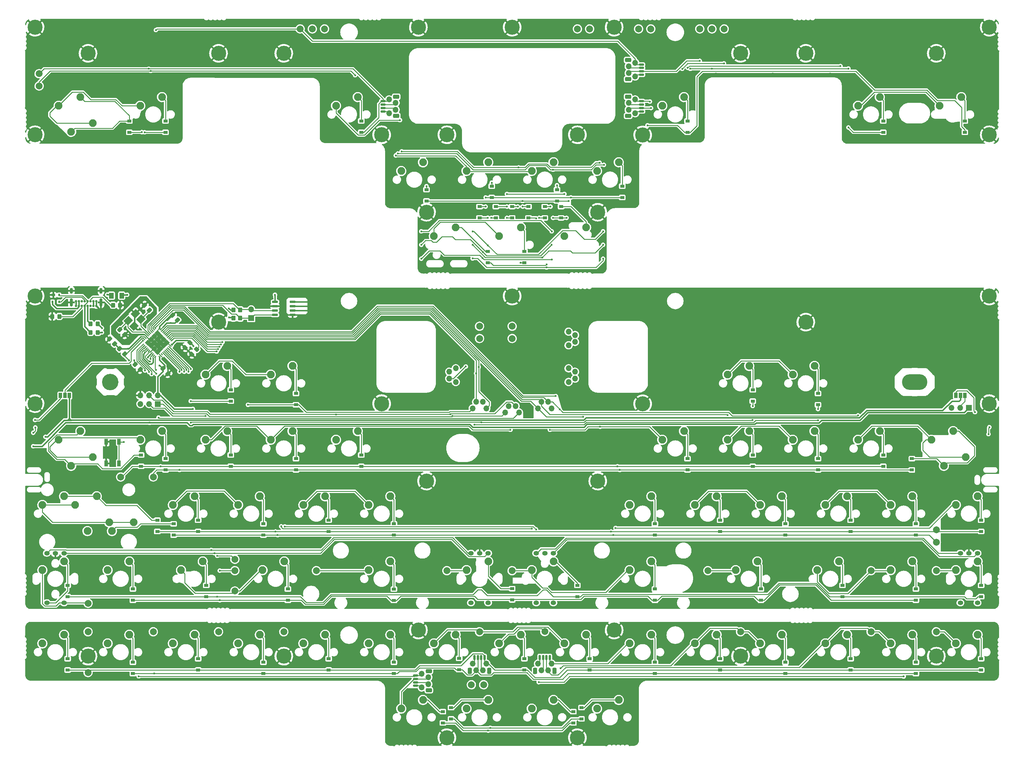
<source format=gbl>
G04 #@! TF.GenerationSoftware,KiCad,Pcbnew,(6.0.10-0)*
G04 #@! TF.CreationDate,2023-02-15T16:58:23+09:00*
G04 #@! TF.ProjectId,Sandy,53616e64-792e-46b6-9963-61645f706362,v.0*
G04 #@! TF.SameCoordinates,Original*
G04 #@! TF.FileFunction,Copper,L2,Bot*
G04 #@! TF.FilePolarity,Positive*
%FSLAX46Y46*%
G04 Gerber Fmt 4.6, Leading zero omitted, Abs format (unit mm)*
G04 Created by KiCad (PCBNEW (6.0.10-0)) date 2023-02-15 16:58:23*
%MOMM*%
%LPD*%
G01*
G04 APERTURE LIST*
G04 Aperture macros list*
%AMRoundRect*
0 Rectangle with rounded corners*
0 $1 Rounding radius*
0 $2 $3 $4 $5 $6 $7 $8 $9 X,Y pos of 4 corners*
0 Add a 4 corners polygon primitive as box body*
4,1,4,$2,$3,$4,$5,$6,$7,$8,$9,$2,$3,0*
0 Add four circle primitives for the rounded corners*
1,1,$1+$1,$2,$3*
1,1,$1+$1,$4,$5*
1,1,$1+$1,$6,$7*
1,1,$1+$1,$8,$9*
0 Add four rect primitives between the rounded corners*
20,1,$1+$1,$2,$3,$4,$5,0*
20,1,$1+$1,$4,$5,$6,$7,0*
20,1,$1+$1,$6,$7,$8,$9,0*
20,1,$1+$1,$8,$9,$2,$3,0*%
%AMRotRect*
0 Rectangle, with rotation*
0 The origin of the aperture is its center*
0 $1 length*
0 $2 width*
0 $3 Rotation angle, in degrees counterclockwise*
0 Add horizontal line*
21,1,$1,$2,0,0,$3*%
G04 Aperture macros list end*
G04 #@! TA.AperFunction,ComponentPad*
%ADD10C,1.000000*%
G04 #@! TD*
G04 #@! TA.AperFunction,ComponentPad*
%ADD11O,7.400000X4.600000*%
G04 #@! TD*
G04 #@! TA.AperFunction,ComponentPad*
%ADD12C,4.800000*%
G04 #@! TD*
G04 #@! TA.AperFunction,ComponentPad*
%ADD13C,2.250000*%
G04 #@! TD*
G04 #@! TA.AperFunction,ComponentPad*
%ADD14O,1.600000X1.300000*%
G04 #@! TD*
G04 #@! TA.AperFunction,ComponentPad*
%ADD15O,1.700000X1.700000*%
G04 #@! TD*
G04 #@! TA.AperFunction,ComponentPad*
%ADD16C,4.400000*%
G04 #@! TD*
G04 #@! TA.AperFunction,SMDPad,CuDef*
%ADD17RoundRect,0.249999X-0.325001X-0.450001X0.325001X-0.450001X0.325001X0.450001X-0.325001X0.450001X0*%
G04 #@! TD*
G04 #@! TA.AperFunction,SMDPad,CuDef*
%ADD18R,1.000000X1.500000*%
G04 #@! TD*
G04 #@! TA.AperFunction,SMDPad,CuDef*
%ADD19RoundRect,0.249999X0.325001X0.450001X-0.325001X0.450001X-0.325001X-0.450001X0.325001X-0.450001X0*%
G04 #@! TD*
G04 #@! TA.AperFunction,SMDPad,CuDef*
%ADD20RoundRect,0.249999X0.548009X0.088388X0.088388X0.548009X-0.548009X-0.088388X-0.088388X-0.548009X0*%
G04 #@! TD*
G04 #@! TA.AperFunction,ComponentPad*
%ADD21R,1.700000X1.700000*%
G04 #@! TD*
G04 #@! TA.AperFunction,ComponentPad*
%ADD22C,2.000000*%
G04 #@! TD*
G04 #@! TA.AperFunction,SMDPad,CuDef*
%ADD23RoundRect,0.249999X-0.548009X-0.088388X-0.088388X-0.548009X0.548009X0.088388X0.088388X0.548009X0*%
G04 #@! TD*
G04 #@! TA.AperFunction,SMDPad,CuDef*
%ADD24RotRect,2.100000X1.800000X225.000000*%
G04 #@! TD*
G04 #@! TA.AperFunction,SMDPad,CuDef*
%ADD25RoundRect,0.249999X0.088388X-0.548009X0.548009X-0.088388X-0.088388X0.548009X-0.548009X0.088388X0*%
G04 #@! TD*
G04 #@! TA.AperFunction,SMDPad,CuDef*
%ADD26RoundRect,0.250001X0.462499X0.624999X-0.462499X0.624999X-0.462499X-0.624999X0.462499X-0.624999X0*%
G04 #@! TD*
G04 #@! TA.AperFunction,SMDPad,CuDef*
%ADD27R,1.000000X0.700000*%
G04 #@! TD*
G04 #@! TA.AperFunction,SMDPad,CuDef*
%ADD28R,0.600000X0.700000*%
G04 #@! TD*
G04 #@! TA.AperFunction,SMDPad,CuDef*
%ADD29R,1.000000X1.700000*%
G04 #@! TD*
G04 #@! TA.AperFunction,SMDPad,CuDef*
%ADD30RoundRect,0.150000X0.725000X0.150000X-0.725000X0.150000X-0.725000X-0.150000X0.725000X-0.150000X0*%
G04 #@! TD*
G04 #@! TA.AperFunction,SMDPad,CuDef*
%ADD31RoundRect,0.250000X-0.350000X-0.450000X0.350000X-0.450000X0.350000X0.450000X-0.350000X0.450000X0*%
G04 #@! TD*
G04 #@! TA.AperFunction,ComponentPad*
%ADD32C,0.700000*%
G04 #@! TD*
G04 #@! TA.AperFunction,ComponentPad*
%ADD33O,0.900000X2.400000*%
G04 #@! TD*
G04 #@! TA.AperFunction,ComponentPad*
%ADD34O,0.900000X1.700000*%
G04 #@! TD*
G04 #@! TA.AperFunction,SMDPad,CuDef*
%ADD35RotRect,0.700000X0.250000X45.000000*%
G04 #@! TD*
G04 #@! TA.AperFunction,SMDPad,CuDef*
%ADD36RotRect,0.700000X0.250000X315.000000*%
G04 #@! TD*
G04 #@! TA.AperFunction,SMDPad,CuDef*
%ADD37RotRect,1.287500X1.287500X45.000000*%
G04 #@! TD*
G04 #@! TA.AperFunction,SMDPad,CuDef*
%ADD38R,1.200000X0.900000*%
G04 #@! TD*
G04 #@! TA.AperFunction,SMDPad,CuDef*
%ADD39RoundRect,0.150000X0.150000X0.625000X-0.150000X0.625000X-0.150000X-0.625000X0.150000X-0.625000X0*%
G04 #@! TD*
G04 #@! TA.AperFunction,SMDPad,CuDef*
%ADD40RoundRect,0.250000X0.350000X0.650000X-0.350000X0.650000X-0.350000X-0.650000X0.350000X-0.650000X0*%
G04 #@! TD*
G04 #@! TA.AperFunction,SMDPad,CuDef*
%ADD41RoundRect,0.150000X-0.625000X0.150000X-0.625000X-0.150000X0.625000X-0.150000X0.625000X0.150000X0*%
G04 #@! TD*
G04 #@! TA.AperFunction,SMDPad,CuDef*
%ADD42RoundRect,0.250000X-0.650000X0.350000X-0.650000X-0.350000X0.650000X-0.350000X0.650000X0.350000X0*%
G04 #@! TD*
G04 #@! TA.AperFunction,SMDPad,CuDef*
%ADD43RoundRect,0.150000X0.625000X-0.150000X0.625000X0.150000X-0.625000X0.150000X-0.625000X-0.150000X0*%
G04 #@! TD*
G04 #@! TA.AperFunction,SMDPad,CuDef*
%ADD44RoundRect,0.250000X0.650000X-0.350000X0.650000X0.350000X-0.650000X0.350000X-0.650000X-0.350000X0*%
G04 #@! TD*
G04 #@! TA.AperFunction,ViaPad*
%ADD45C,0.600000*%
G04 #@! TD*
G04 #@! TA.AperFunction,Conductor*
%ADD46C,0.254000*%
G04 #@! TD*
G04 #@! TA.AperFunction,Conductor*
%ADD47C,0.381000*%
G04 #@! TD*
G04 APERTURE END LIST*
D10*
X281458435Y-129581490D03*
X284108435Y-129081490D03*
X280058435Y-129581490D03*
X47858435Y-129181490D03*
X48508435Y-127831490D03*
D11*
X281458435Y-127831490D03*
D12*
X46608435Y-127831490D03*
D10*
X284108435Y-126581490D03*
X46608435Y-125931490D03*
X284608435Y-127831490D03*
X284608435Y-127831490D03*
X281458435Y-129581490D03*
X280058435Y-129581490D03*
X278808435Y-126581490D03*
X46608435Y-129731490D03*
X278808435Y-129081490D03*
X45258435Y-126481490D03*
X278808435Y-129081490D03*
X282858435Y-126081490D03*
X280058435Y-126081490D03*
X282858435Y-126081490D03*
X44708435Y-127831490D03*
X278308435Y-127831490D03*
X284108435Y-129081490D03*
X282858435Y-129581490D03*
X278808435Y-126581490D03*
X284108435Y-126581490D03*
X47858435Y-126481490D03*
X280058435Y-126081490D03*
X281458435Y-126081490D03*
X278308435Y-127831490D03*
X281458435Y-126081490D03*
X282858435Y-129581490D03*
X45258435Y-129131490D03*
D13*
X236324195Y-163766810D03*
X242674195Y-161226810D03*
X255374275Y-163766810D03*
X261724275Y-161226810D03*
X55348435Y-144716690D03*
X61698435Y-142176690D03*
X102973435Y-163766770D03*
X109323435Y-161226770D03*
X93448435Y-144716690D03*
X99798435Y-142176690D03*
X274424515Y-182816850D03*
X280774515Y-180276850D03*
X93448435Y-125666610D03*
X99798435Y-123126610D03*
X112498435Y-144716690D03*
X118848435Y-142176690D03*
X293474595Y-163766810D03*
X299824595Y-161226810D03*
X226799155Y-125666650D03*
X233149155Y-123126650D03*
X226799155Y-144716730D03*
X233149155Y-142176730D03*
X245849235Y-144716730D03*
X252199235Y-142176730D03*
X26773475Y-163766890D03*
X33123475Y-161226890D03*
X53443475Y-168846890D03*
X47093475Y-171386890D03*
X217274115Y-163766770D03*
X223624115Y-161226770D03*
X198224035Y-163766770D03*
X204574035Y-161226770D03*
X245849235Y-125666650D03*
X252199235Y-123126650D03*
X122023435Y-163766770D03*
X128373435Y-161226770D03*
X74398435Y-125666610D03*
X80748435Y-123126610D03*
X83923435Y-163766770D03*
X90273435Y-161226770D03*
X64873435Y-163766770D03*
X71223435Y-161226770D03*
X26773475Y-182816890D03*
X33123475Y-180276890D03*
X91067495Y-182816890D03*
X97417495Y-180276890D03*
X122023875Y-182816890D03*
X128373875Y-180276890D03*
X198223475Y-182816890D03*
X204573475Y-180276890D03*
X229179725Y-182816890D03*
X235529725Y-180276890D03*
X296331915Y-149796730D03*
X289981915Y-152336730D03*
X264898475Y-144716890D03*
X271248475Y-142176890D03*
X150598475Y-182816530D03*
X156948475Y-180276530D03*
X169648475Y-182816890D03*
X175998475Y-180276890D03*
X41537255Y-149796730D03*
X35187255Y-152336730D03*
X31535975Y-144716890D03*
X37885975Y-142176890D03*
X45823475Y-182816890D03*
X52173475Y-180276890D03*
X274424515Y-163766810D03*
X280774515Y-161226810D03*
X74398435Y-144716690D03*
X80748435Y-142176690D03*
X293474595Y-182816890D03*
X299824595Y-180276890D03*
X67254725Y-182816890D03*
X73604725Y-180276890D03*
X207749075Y-144716690D03*
X214099075Y-142176690D03*
X188698435Y-66135280D03*
X195048435Y-63595280D03*
D14*
X299784595Y-177856890D03*
X294784595Y-177856890D03*
X297284595Y-177856890D03*
X299784595Y-192356890D03*
X294784595Y-192356890D03*
D13*
X217273435Y-204247780D03*
X223623435Y-201707780D03*
X46299685Y-168846530D03*
X39949685Y-171386530D03*
X141073435Y-85185280D03*
X147423435Y-82645280D03*
X293473435Y-204247780D03*
X299823435Y-201707780D03*
X252992185Y-182816530D03*
X259342185Y-180276530D03*
D15*
X180402185Y-127825280D03*
X182302185Y-126825280D03*
X182302185Y-124825280D03*
X180402185Y-123825280D03*
D16*
X303236560Y-134159655D03*
D13*
X150598435Y-66135280D03*
X156948435Y-63595280D03*
D15*
X156408435Y-135550280D03*
X155408435Y-133650280D03*
X153408435Y-133650280D03*
X152408435Y-135550280D03*
D14*
X33083475Y-177856890D03*
X28083475Y-177856890D03*
X30583475Y-177856890D03*
X33083475Y-192356890D03*
X28083475Y-192356890D03*
D15*
X180402185Y-117109655D03*
X182302185Y-116109655D03*
X182302185Y-114109655D03*
X180402185Y-113109655D03*
D13*
X141073435Y-204247780D03*
X147423435Y-201707780D03*
X188698435Y-223297780D03*
X195048435Y-220757780D03*
D16*
X24634907Y-102714780D03*
X136549060Y-24133530D03*
D13*
X41537185Y-52165280D03*
X35187185Y-54705280D03*
X64873435Y-204247780D03*
X71223435Y-201707780D03*
X198223435Y-204247780D03*
X204573435Y-201707780D03*
D16*
X230608435Y-31765905D03*
D13*
X45823435Y-204247780D03*
X52173435Y-201707780D03*
X286329685Y-144716730D03*
X292679685Y-142176730D03*
D16*
X97258435Y-31765905D03*
X163933435Y-102714780D03*
D13*
X207748435Y-47085280D03*
X214098435Y-44545280D03*
X169648435Y-223297780D03*
X175998435Y-220757780D03*
X179173435Y-204247780D03*
X185523435Y-201707780D03*
D16*
X78208435Y-110347155D03*
D13*
X274423435Y-204247780D03*
X280773435Y-201707780D03*
D16*
X202033435Y-134206530D03*
D13*
X255373435Y-204247780D03*
X261723435Y-201707780D03*
D15*
X165933435Y-136740905D03*
X164933435Y-134840905D03*
X162933435Y-134840905D03*
X161933435Y-136740905D03*
D13*
X160123435Y-204247780D03*
X166473435Y-201707780D03*
D16*
X182983435Y-55578405D03*
D13*
X83923435Y-204247780D03*
X90273435Y-201707780D03*
X112498435Y-47085280D03*
X118848435Y-44545280D03*
D16*
X144883435Y-55578405D03*
D13*
X122023435Y-204247780D03*
X128373435Y-201707780D03*
D14*
X175958475Y-177856890D03*
X170958475Y-177856890D03*
X173458475Y-177856890D03*
X175958475Y-192356890D03*
X170958475Y-192356890D03*
D13*
X36298475Y-163766890D03*
X42648475Y-161226890D03*
D16*
X193699060Y-24133530D03*
D15*
X147464685Y-123825280D03*
X145564685Y-124825280D03*
X145564685Y-126825280D03*
X147464685Y-127825280D03*
X175458435Y-135550280D03*
X174458435Y-133650280D03*
X172458435Y-133650280D03*
X171458435Y-135550280D03*
D16*
X138930310Y-156781530D03*
D13*
X26773435Y-204247780D03*
X33123435Y-201707780D03*
D16*
X287758435Y-31765905D03*
X249658435Y-110347155D03*
X125833435Y-134159655D03*
D13*
X179173435Y-85185280D03*
X185523435Y-82645280D03*
X169648435Y-66135280D03*
X175998435Y-63595280D03*
D16*
X24630310Y-134159655D03*
D13*
X236323435Y-204247780D03*
X242673435Y-201707780D03*
X131548435Y-223297780D03*
X137898435Y-220757780D03*
X160123435Y-85185280D03*
X166473435Y-82645280D03*
X288710935Y-47085280D03*
X295060935Y-44545280D03*
D14*
X156908475Y-177856530D03*
X151908475Y-177856530D03*
X154408475Y-177856530D03*
X156908475Y-192356530D03*
X151908475Y-192356530D03*
D13*
X150598435Y-223297780D03*
X156948435Y-220757780D03*
X131548435Y-66160320D03*
X137898435Y-63620320D03*
X102973435Y-204247780D03*
X109323435Y-201707780D03*
D16*
X40108435Y-31765905D03*
D13*
X264898435Y-47085280D03*
X271248435Y-44545280D03*
X55348435Y-47085280D03*
X61698435Y-44545280D03*
X31535935Y-47085280D03*
X37885935Y-44545280D03*
D16*
X303236560Y-102714780D03*
X188936560Y-156781530D03*
D17*
X29685435Y-108680280D03*
X31735435Y-108680280D03*
D18*
X293495935Y-131778405D03*
X294795935Y-131778405D03*
X296095935Y-131778405D03*
D19*
X42911435Y-113347530D03*
X40861435Y-113347530D03*
D20*
X63455094Y-125359439D03*
X62005526Y-123909871D03*
D21*
X87733435Y-109156530D03*
D15*
X87733435Y-106616530D03*
D22*
X106783435Y-182975280D03*
X163914685Y-182975280D03*
X268708435Y-182975280D03*
X40108435Y-192500280D03*
X49633435Y-155590905D03*
X287758435Y-171069030D03*
X287758435Y-174640905D03*
D23*
X46421504Y-115247349D03*
X47871072Y-116696917D03*
D24*
X55535913Y-109484148D03*
X53485303Y-111534758D03*
X51858957Y-109908412D03*
X53909567Y-107857802D03*
D23*
X49400776Y-112543371D03*
X50850344Y-113992939D03*
X64783651Y-108304746D03*
X66233219Y-109754314D03*
D25*
X68424492Y-117749848D03*
X69874060Y-116300280D03*
D21*
X60492810Y-134244030D03*
D15*
X60492810Y-131704030D03*
X57952810Y-134244030D03*
X57952810Y-131704030D03*
X55412810Y-134244030D03*
X55412810Y-131704030D03*
D18*
X32045935Y-131778405D03*
X33345935Y-131778405D03*
X34645935Y-131778405D03*
D26*
X49930310Y-102584280D03*
X46955310Y-102584280D03*
D19*
X49467810Y-105378280D03*
X47417810Y-105378280D03*
D22*
X221083435Y-182975280D03*
X163933435Y-115109655D03*
D27*
X29960435Y-102394280D03*
D28*
X31660435Y-102394280D03*
X31660435Y-104394280D03*
X29760435Y-104394280D03*
D29*
X45358475Y-145301890D03*
X45358475Y-151601890D03*
X49158475Y-151601890D03*
X49158475Y-145301890D03*
D23*
X49326867Y-118152712D03*
X50776435Y-119602280D03*
D25*
X70371651Y-119692064D03*
X71821219Y-118242496D03*
D20*
X57994094Y-106849189D03*
X56544526Y-105399621D03*
D22*
X287758435Y-182975280D03*
X82970935Y-182975280D03*
X82970935Y-179641530D03*
X154408435Y-115109655D03*
X154408435Y-111537780D03*
X59158435Y-155581530D03*
D30*
X99833435Y-104401530D03*
X99833435Y-105671530D03*
X99833435Y-106941530D03*
X99833435Y-108211530D03*
X94683435Y-108211530D03*
X94683435Y-106941530D03*
X94683435Y-105671530D03*
X94683435Y-104401530D03*
D31*
X82542435Y-109156530D03*
X84542435Y-109156530D03*
X82542435Y-106743530D03*
X84542435Y-106743530D03*
D32*
X36608435Y-105571490D03*
X37458435Y-105571490D03*
X38308435Y-105571490D03*
X39158435Y-105571490D03*
X40008435Y-105571490D03*
X40858435Y-105571490D03*
X41708435Y-105571490D03*
X42558435Y-105571490D03*
X42558435Y-104221490D03*
X41708435Y-104221490D03*
X40858435Y-104221490D03*
X40008435Y-104221490D03*
X39158435Y-104221490D03*
X38308435Y-104221490D03*
X37458435Y-104221490D03*
X36608435Y-104221490D03*
D33*
X43908435Y-104591490D03*
D34*
X35258435Y-101211490D03*
D33*
X35258435Y-104591490D03*
D34*
X43908435Y-101211490D03*
D23*
X53898867Y-122692962D03*
X55348435Y-124142530D03*
D19*
X42911435Y-110807530D03*
X40861435Y-110807530D03*
D22*
X144883435Y-182975280D03*
X163933435Y-111537780D03*
D21*
X297320935Y-135350280D03*
D15*
X294780935Y-135350280D03*
X292240935Y-135350280D03*
D22*
X82970935Y-188928405D03*
D35*
X59712664Y-120472210D03*
X59359111Y-120118657D03*
X59005557Y-119765103D03*
X58652004Y-119411550D03*
X58298450Y-119057996D03*
X57944897Y-118704443D03*
X57591344Y-118350890D03*
X57237790Y-117997336D03*
X56884237Y-117643783D03*
X56530683Y-117290229D03*
X56177130Y-116936676D03*
D36*
X56177130Y-115663884D03*
X56530683Y-115310331D03*
X56884237Y-114956777D03*
X57237790Y-114603224D03*
X57591344Y-114249670D03*
X57944897Y-113896117D03*
X58298450Y-113542564D03*
X58652004Y-113189010D03*
X59005557Y-112835457D03*
X59359111Y-112481903D03*
X59712664Y-112128350D03*
D35*
X60985456Y-112128350D03*
X61339009Y-112481903D03*
X61692563Y-112835457D03*
X62046116Y-113189010D03*
X62399670Y-113542564D03*
X62753223Y-113896117D03*
X63106776Y-114249670D03*
X63460330Y-114603224D03*
X63813883Y-114956777D03*
X64167437Y-115310331D03*
X64520990Y-115663884D03*
D36*
X64520990Y-116936676D03*
X64167437Y-117290229D03*
X63813883Y-117643783D03*
X63460330Y-117997336D03*
X63106776Y-118350890D03*
X62753223Y-118704443D03*
X62399670Y-119057996D03*
X62046116Y-119411550D03*
X61692563Y-119765103D03*
X61339009Y-120118657D03*
X60985456Y-120472210D03*
D37*
X59438660Y-118121080D03*
X58528260Y-117210680D03*
X61259460Y-114479480D03*
X61259460Y-118121080D03*
X60349060Y-115389880D03*
X60349060Y-119031480D03*
X62169860Y-117210680D03*
X58528260Y-115389880D03*
X60349060Y-117210680D03*
X60349060Y-113569080D03*
X61259460Y-116300280D03*
X63080260Y-116300280D03*
X59438660Y-114479480D03*
X57617860Y-116300280D03*
X62169860Y-115389880D03*
X59438660Y-116300280D03*
D38*
X81780310Y-152478405D03*
X81780310Y-149178405D03*
X62730310Y-54847155D03*
X62730310Y-51547155D03*
X262755310Y-212009655D03*
X262755310Y-208709655D03*
D39*
X155908435Y-208359655D03*
D15*
X156408435Y-210159655D03*
X155408435Y-212059655D03*
D39*
X154908435Y-208359655D03*
D15*
X153408435Y-212059655D03*
D39*
X153908435Y-208359655D03*
X152908435Y-208359655D03*
D15*
X152408435Y-210159655D03*
D40*
X151608435Y-212234655D03*
X157208435Y-212234655D03*
D22*
X40108435Y-200844030D03*
D16*
X193699060Y-200346030D03*
D38*
X300855310Y-190578405D03*
X300855310Y-187278405D03*
X100830310Y-153528405D03*
X100830310Y-150228405D03*
X98449060Y-191628405D03*
X98449060Y-188328405D03*
X163933435Y-191528405D03*
X163933435Y-188228405D03*
D16*
X303236560Y-55587780D03*
D38*
X224655310Y-212009655D03*
X224655310Y-208709655D03*
D16*
X125833435Y-55578405D03*
D22*
X78208435Y-200844030D03*
D16*
X202033435Y-55625280D03*
D15*
X128014685Y-45244030D03*
D41*
X126214685Y-45744030D03*
X126214685Y-46744030D03*
D15*
X129914685Y-46244030D03*
D41*
X126214685Y-47744030D03*
D15*
X129914685Y-48244030D03*
X128014685Y-49244030D03*
D41*
X126214685Y-48744030D03*
D42*
X130089685Y-44444030D03*
X130089685Y-50044030D03*
D38*
X143692810Y-227487780D03*
X143692810Y-224187780D03*
X53205310Y-213059655D03*
X53205310Y-209759655D03*
X178220935Y-79850280D03*
X178220935Y-76550280D03*
X91305310Y-172578405D03*
X91305310Y-169278405D03*
D22*
X222274060Y-24622155D03*
D38*
X159170935Y-76550280D03*
X159170935Y-79850280D03*
D22*
X287758435Y-200844030D03*
D38*
X243705310Y-213063655D03*
X243705310Y-209763655D03*
X52158435Y-54847155D03*
X52158435Y-51547155D03*
D22*
X40108435Y-212740905D03*
D16*
X230608435Y-207978405D03*
D38*
X184174060Y-226297155D03*
X184174060Y-222997155D03*
D16*
X24630310Y-24133530D03*
D22*
X230608435Y-200834655D03*
D38*
X300855310Y-212009655D03*
X300855310Y-208709655D03*
D22*
X97258435Y-200844030D03*
D38*
X205605310Y-172578405D03*
X205605310Y-169278405D03*
D16*
X144883435Y-231790905D03*
D15*
X175458435Y-210159655D03*
D39*
X174958435Y-208359655D03*
D15*
X174458435Y-212059655D03*
D39*
X173958435Y-208359655D03*
X172958435Y-208359655D03*
D15*
X172458435Y-212059655D03*
X171458435Y-210159655D03*
D39*
X171958435Y-208359655D03*
D40*
X170658435Y-212234655D03*
X176258435Y-212234655D03*
D16*
X97258435Y-207978405D03*
D38*
X168695935Y-76550280D03*
X168695935Y-79850280D03*
D22*
X200842810Y-24622155D03*
D38*
X129405310Y-191678405D03*
X129405310Y-188378405D03*
X262755310Y-171528405D03*
X262755310Y-168228405D03*
X181792810Y-227487780D03*
X181792810Y-224187780D03*
X186555310Y-212009655D03*
X186555310Y-208709655D03*
D22*
X225845935Y-24622155D03*
D38*
X281805310Y-213059655D03*
X281805310Y-209759655D03*
X34155310Y-190578405D03*
X34155310Y-187278405D03*
D22*
X155599060Y-216312780D03*
D38*
X196080310Y-73897155D03*
X196080310Y-70597155D03*
X138930310Y-74897280D03*
X138930310Y-71597280D03*
X167505310Y-92947155D03*
X167505310Y-89647155D03*
X234180310Y-152478405D03*
X234180310Y-149178405D03*
X243705310Y-172578405D03*
X243705310Y-169278405D03*
X205605310Y-191624405D03*
X205605310Y-188324405D03*
X224655310Y-171528405D03*
X224655310Y-168228405D03*
D22*
X59158435Y-200834655D03*
D38*
X156789685Y-92947155D03*
X156789685Y-89647155D03*
X281805310Y-191628405D03*
X281805310Y-188328405D03*
D22*
X182983435Y-24622155D03*
D38*
X215130310Y-153528405D03*
X215130310Y-150228405D03*
X296092810Y-54847155D03*
X296092810Y-51547155D03*
X253230310Y-153528405D03*
X253230310Y-150228405D03*
D22*
X25820935Y-41290905D03*
D16*
X249658435Y-31765905D03*
X188936560Y-78200280D03*
D22*
X173458435Y-200787780D03*
D38*
X167505310Y-212009655D03*
X167505310Y-208709655D03*
X91305310Y-213059655D03*
X91305310Y-209759655D03*
D22*
X102020935Y-24622155D03*
D38*
X182983435Y-190578405D03*
X182983435Y-187278405D03*
X34155310Y-212009655D03*
X34155310Y-208709655D03*
D16*
X40108435Y-207978405D03*
D41*
X135739685Y-213622155D03*
D15*
X137539685Y-213122155D03*
X139439685Y-214122155D03*
D41*
X135739685Y-214622155D03*
D15*
X139439685Y-216122155D03*
D41*
X135739685Y-215622155D03*
D15*
X137539685Y-217122155D03*
D41*
X135739685Y-216622155D03*
D42*
X139614685Y-217922155D03*
X139614685Y-212322155D03*
D38*
X281805310Y-172578405D03*
X281805310Y-169278405D03*
X157980310Y-73897155D03*
X157980310Y-70597155D03*
D16*
X136549060Y-200346030D03*
D43*
X201652185Y-38028405D03*
D15*
X199852185Y-38528405D03*
X197952185Y-37528405D03*
D43*
X201652185Y-37028405D03*
X201652185Y-36028405D03*
D15*
X197952185Y-35528405D03*
D43*
X201652185Y-35028405D03*
D15*
X199852185Y-34528405D03*
D44*
X197777185Y-39328405D03*
X197777185Y-33728405D03*
D38*
X177030310Y-74901280D03*
X177030310Y-71601280D03*
D22*
X186555310Y-24622155D03*
D38*
X55586560Y-152478405D03*
X55586560Y-149178405D03*
X146074060Y-226297155D03*
X146074060Y-222997155D03*
X234180310Y-133428405D03*
X234180310Y-130128405D03*
X215130310Y-54847155D03*
X215130310Y-51547155D03*
D16*
X78208435Y-31765905D03*
D22*
X204414685Y-24622155D03*
D38*
X110355310Y-212009655D03*
X110355310Y-208709655D03*
X148455310Y-211909655D03*
X148455310Y-208609655D03*
X280614685Y-153528405D03*
X280614685Y-150228405D03*
D16*
X182983435Y-231790905D03*
X24630310Y-55587780D03*
D38*
X100830310Y-134478405D03*
X100830310Y-131178405D03*
X60349060Y-171528405D03*
X60349060Y-168228405D03*
D16*
X163933435Y-24133530D03*
D38*
X300855310Y-171528405D03*
X300855310Y-168228405D03*
X53205310Y-191628405D03*
X53205310Y-188328405D03*
X272280310Y-54847155D03*
X272280310Y-51547155D03*
D22*
X218702185Y-24622155D03*
D38*
X72255310Y-171528405D03*
X72255310Y-168228405D03*
X110355310Y-171528405D03*
X110355310Y-168228405D03*
X129405310Y-172578405D03*
X129405310Y-169278405D03*
D22*
X154408435Y-200844030D03*
D38*
X163933435Y-76550280D03*
X163933435Y-79850280D03*
X260374060Y-190578405D03*
X260374060Y-187278405D03*
X119880310Y-152478405D03*
X119880310Y-149178405D03*
D22*
X109164685Y-24622155D03*
D16*
X303236560Y-24133530D03*
D38*
X129405310Y-213063655D03*
X129405310Y-209763655D03*
D22*
X152027185Y-216312780D03*
D38*
X74636560Y-190578405D03*
X74636560Y-187278405D03*
D16*
X138930310Y-78200280D03*
D38*
X205605310Y-213063655D03*
X205605310Y-209763655D03*
D15*
X199852185Y-49244030D03*
D43*
X201652185Y-48744030D03*
X201652185Y-47744030D03*
D15*
X197952185Y-48244030D03*
D43*
X201652185Y-46744030D03*
D15*
X197952185Y-46244030D03*
D43*
X201652185Y-45744030D03*
D15*
X199852185Y-45244030D03*
D44*
X197777185Y-50044030D03*
X197777185Y-44444030D03*
D38*
X173458435Y-76550280D03*
X173458435Y-79850280D03*
X272280310Y-152478405D03*
X272280310Y-149178405D03*
D22*
X105592810Y-24622155D03*
X268708435Y-200834655D03*
D38*
X65111560Y-172578405D03*
X65111560Y-169278405D03*
D16*
X287758435Y-207978405D03*
D38*
X81780310Y-133428405D03*
X81780310Y-130128405D03*
X119880310Y-54847155D03*
X119880310Y-51547155D03*
X253230310Y-134478405D03*
X253230310Y-131178405D03*
X72255310Y-212009655D03*
X72255310Y-208709655D03*
D22*
X25820935Y-37719030D03*
D38*
X154408435Y-76550280D03*
X154408435Y-79850280D03*
X236561560Y-191628405D03*
X236561560Y-188328405D03*
X62730310Y-153528405D03*
X62730310Y-150228405D03*
D45*
X165833135Y-65124580D03*
X259784035Y-35499180D03*
X215183808Y-35991355D03*
X131675435Y-60420280D03*
X55817231Y-54798131D03*
X262104435Y-53435280D03*
X189460435Y-63722280D03*
X57841090Y-36263830D03*
X165584435Y-76549280D03*
X58396435Y-36893530D03*
X175109435Y-76549280D03*
X130532435Y-61055280D03*
X118086435Y-38163530D03*
X175876735Y-65754280D03*
X56618435Y-54847155D03*
X190730435Y-64357280D03*
X203430435Y-52800280D03*
X51538435Y-102330280D03*
X60936435Y-122999530D03*
X70710135Y-135699530D03*
X58123218Y-139742782D03*
X58572400Y-122631200D03*
X81280000Y-108966000D03*
X70842435Y-117316280D03*
X81248279Y-106305217D03*
X24106435Y-146621530D03*
X51847720Y-118078280D03*
X56768697Y-119151097D03*
X94686685Y-102330280D03*
X64238435Y-110553530D03*
X45696435Y-102298530D03*
X44172437Y-112077530D03*
X58318400Y-121056400D03*
X44172434Y-113347529D03*
X57607200Y-120632000D03*
X53646154Y-121528343D03*
X58160977Y-121843515D03*
X24106435Y-142652778D03*
X24723602Y-141128780D03*
X166981435Y-76549280D03*
X166980435Y-74897280D03*
X180443435Y-74898280D03*
X138914435Y-70580280D03*
X27659722Y-143856567D03*
X24630310Y-138922155D03*
X299058435Y-136631530D03*
X302998435Y-143065530D03*
X303252435Y-141033530D03*
X156186435Y-76549280D03*
X156186435Y-73882280D03*
X181093310Y-73897155D03*
X157964435Y-69564280D03*
X177014435Y-70326280D03*
X78572310Y-182960655D03*
X69445435Y-124809280D03*
X78572310Y-191628405D03*
X175871435Y-79851280D03*
X179813735Y-79851280D03*
X173966435Y-93440280D03*
X162409435Y-72866280D03*
X179173435Y-72866280D03*
X166346435Y-92932280D03*
X162409435Y-76549280D03*
X59477185Y-213059655D03*
X154916435Y-139635129D03*
X70080435Y-133413530D03*
X70080435Y-124047280D03*
X234144871Y-138976681D03*
X70080435Y-139696331D03*
X234164435Y-134842280D03*
X79351435Y-116173280D03*
X253214435Y-135731280D03*
X152908435Y-140264829D03*
X150408701Y-123317796D03*
X86812238Y-134481968D03*
X253214435Y-138990617D03*
X195351310Y-153528405D03*
X66795560Y-153528405D03*
X66778435Y-124809280D03*
X194672735Y-152478405D03*
X59920435Y-124269530D03*
X61300560Y-152478405D03*
X77844310Y-178625530D03*
X68810435Y-124301280D03*
X77844310Y-190578405D03*
X78092593Y-118225889D03*
X95463310Y-172578405D03*
X193475560Y-172578405D03*
X56745435Y-124460000D03*
X146529135Y-137736830D03*
X163425435Y-141795530D03*
X58650435Y-125539530D03*
X74398435Y-137731530D03*
X50522435Y-145351530D03*
X52046437Y-121475530D03*
X112498435Y-137319056D03*
X145886268Y-137223529D03*
X57952810Y-124927190D03*
X77660714Y-118902507D03*
X192794185Y-171545280D03*
X94845435Y-171545280D03*
X156916685Y-229711280D03*
X157546385Y-228916669D03*
X60682435Y-138239530D03*
X60030558Y-125429407D03*
X174958434Y-141779971D03*
X189595215Y-140898750D03*
X176662530Y-131945694D03*
X226799155Y-137477530D03*
X177806600Y-135796365D03*
X264898435Y-137590281D03*
X194105260Y-170497530D03*
X184709574Y-137984765D03*
X59920435Y-24955530D03*
X131167435Y-51276280D03*
X129964839Y-61622876D03*
X218702185Y-33972530D03*
X204470185Y-47744030D03*
X222226435Y-36226780D03*
X262117660Y-36213555D03*
X215931935Y-36282280D03*
X213590435Y-36290280D03*
X137390435Y-83788280D03*
X225782435Y-34702780D03*
X204136685Y-45854780D03*
X175490435Y-83788280D03*
X54911510Y-213843855D03*
X178030435Y-211486780D03*
X171680435Y-215550780D03*
X278233435Y-213899780D03*
X154154435Y-123444030D03*
X153408435Y-125285530D03*
X76102946Y-176932791D03*
X67413435Y-124301280D03*
X68175435Y-124809280D03*
X77027045Y-177856890D03*
X78525460Y-117549903D03*
X169711170Y-170720545D03*
X96496435Y-170021280D03*
X97549760Y-170058605D03*
X78938448Y-116861592D03*
X170918436Y-170915580D03*
X156821435Y-87852280D03*
X162409435Y-79851280D03*
X152376435Y-83788280D03*
X190476435Y-83788280D03*
X155360935Y-89820780D03*
X137390435Y-87725280D03*
X175483435Y-87725278D03*
X156821435Y-79819530D03*
X152375669Y-87726046D03*
X170918437Y-79978280D03*
X190476435Y-87725280D03*
X172707035Y-91432683D03*
X157837435Y-79851280D03*
X175536494Y-92062383D03*
X137390435Y-91789280D03*
X155297435Y-91630530D03*
X152383434Y-91725278D03*
X190476435Y-91789280D03*
X173989435Y-94352280D03*
X171807435Y-79851280D03*
X199652185Y-59150280D03*
X118086435Y-35369530D03*
X163933435Y-95550280D03*
X293092435Y-44513530D03*
X22249060Y-40100280D03*
X273280435Y-44259530D03*
X54840435Y-51117530D03*
X199652185Y-75819030D03*
X78208435Y-35369530D03*
X55856435Y-37909530D03*
X204192435Y-50609530D03*
X211558435Y-22240905D03*
X227052435Y-34448780D03*
X230608435Y-22240905D03*
X304427185Y-52006530D03*
X40108435Y-22240905D03*
X132977185Y-41290905D03*
X97258435Y-22240905D03*
X217908435Y-37242780D03*
X173458435Y-29384655D03*
X205605310Y-56769030D03*
X167108435Y-67373530D03*
X299664685Y-22240905D03*
X66302185Y-56769030D03*
X118848435Y-27241530D03*
X268708435Y-22240905D03*
X304427185Y-28194030D03*
X240006435Y-37655530D03*
X200890435Y-41719530D03*
X190127185Y-94869030D03*
X150836560Y-61531530D03*
X286234435Y-46291530D03*
X141962435Y-79565530D03*
X78208435Y-23431530D03*
X136549060Y-53197155D03*
X97258435Y-35369530D03*
X163806435Y-27241530D03*
X223464685Y-37719030D03*
X268708435Y-30575280D03*
X218702185Y-40100280D03*
X122261560Y-56769030D03*
X177030310Y-61531530D03*
X203176435Y-35877530D03*
X66302185Y-41290905D03*
X141454435Y-76009530D03*
X47252185Y-56769030D03*
X140120935Y-22240905D03*
X163933435Y-61531530D03*
X57634435Y-52133530D03*
X137739685Y-81772155D03*
X192000435Y-77025530D03*
X105592810Y-37909530D03*
X216638435Y-47815530D03*
X132977185Y-49625280D03*
X168378435Y-81597530D03*
X147042435Y-62801530D03*
X305617810Y-40100280D03*
X284710435Y-41465530D03*
X213590435Y-51879530D03*
X268708435Y-52895530D03*
X194952185Y-49625280D03*
X132977185Y-32956530D03*
X28202185Y-56769030D03*
X128214685Y-59150280D03*
X69874060Y-37909530D03*
X172442435Y-65595530D03*
X287758435Y-22240905D03*
X191317810Y-53197155D03*
X179411560Y-53197155D03*
X110974435Y-35369530D03*
X136549060Y-29384655D03*
X168378435Y-86169530D03*
X194889685Y-32956530D03*
X23439685Y-52006530D03*
X132977185Y-22240905D03*
X269216435Y-45529530D03*
X281805310Y-56769030D03*
X109164685Y-56769030D03*
X194952185Y-41290905D03*
X23439685Y-28194030D03*
X128214685Y-75819030D03*
X176760435Y-76263530D03*
X152884435Y-79565530D03*
X257532435Y-34448780D03*
X183110435Y-71183530D03*
X59158435Y-30575280D03*
X119864435Y-53149530D03*
X256802185Y-37719030D03*
X168886435Y-89471530D03*
X218702185Y-56769030D03*
X249658435Y-23431530D03*
X299664685Y-56769030D03*
X204954435Y-53911530D03*
X29440435Y-37909530D03*
X268200435Y-42735530D03*
X150598435Y-91757530D03*
X59158435Y-22240905D03*
X198858435Y-56705530D03*
X190127185Y-22240905D03*
X294108435Y-52228780D03*
X137739685Y-94869030D03*
X136628435Y-27241530D03*
X151868435Y-67627530D03*
X270232435Y-41465530D03*
X157964435Y-67373530D03*
X204446435Y-44005530D03*
X126722435Y-44005530D03*
X209272435Y-45783530D03*
X88924060Y-37909530D03*
X107418435Y-27241530D03*
X191317810Y-29384655D03*
X135358435Y-75819030D03*
X182348435Y-76263530D03*
X261564685Y-56769030D03*
X113514435Y-27241530D03*
X40108435Y-35369530D03*
X193778435Y-27241530D03*
X154408435Y-29384655D03*
X109164685Y-40100280D03*
X197270935Y-22240905D03*
X160361560Y-22240905D03*
X183872435Y-80581530D03*
X116308435Y-22240905D03*
X240260435Y-34448780D03*
X203176435Y-38163530D03*
X195048435Y-65595530D03*
X28202185Y-22240905D03*
X167505310Y-22240905D03*
X261564685Y-41290905D03*
X214098435Y-46545530D03*
X211558435Y-35877530D03*
X148455310Y-53197155D03*
X128214685Y-216312780D03*
X199620435Y-224694780D03*
X32996435Y-205295530D03*
X305617810Y-213931530D03*
X23439685Y-198453405D03*
X163933435Y-232981530D03*
X145518435Y-201231530D03*
X193524435Y-209867530D03*
X245594435Y-210375530D03*
X179411560Y-232981530D03*
X188190435Y-209105530D03*
X141200435Y-212248780D03*
X249658435Y-214788780D03*
X163933435Y-228155530D03*
X59158435Y-198453405D03*
X133834435Y-214788780D03*
X143740435Y-225869530D03*
X168378435Y-200977530D03*
X181840435Y-225456780D03*
X211812435Y-210375530D03*
X148455310Y-232981530D03*
X287758435Y-214788780D03*
X249658435Y-199644030D03*
X287758435Y-198453405D03*
X230608435Y-198453405D03*
X163298435Y-202501530D03*
X116308435Y-198453405D03*
X304427185Y-198453405D03*
X41886435Y-201993530D03*
X228576435Y-210375530D03*
X132977185Y-198453405D03*
X75827185Y-199644030D03*
X22249060Y-199644030D03*
X149328435Y-201231530D03*
X268708435Y-198453405D03*
X157202435Y-207327530D03*
X180062435Y-206311530D03*
X97258435Y-214788780D03*
X22249060Y-213931530D03*
X274804435Y-211137530D03*
X249150435Y-211137530D03*
X305617810Y-199644030D03*
X211558435Y-214788780D03*
X141311560Y-232981530D03*
X178030435Y-228155530D03*
X78208435Y-214788780D03*
X140120935Y-198453405D03*
X158980435Y-213772780D03*
X173458435Y-198453405D03*
X150852435Y-228155530D03*
X199652185Y-216312780D03*
X230608435Y-214788780D03*
X190127185Y-198453405D03*
X79986435Y-201993530D03*
X40108435Y-198453405D03*
X186555310Y-232981530D03*
X181078435Y-214788780D03*
X133072435Y-218090780D03*
X169648435Y-209105530D03*
X161266435Y-201739530D03*
X199652185Y-232981530D03*
X149074435Y-222059530D03*
X297918435Y-211137530D03*
X152122435Y-219519530D03*
X116308435Y-214788780D03*
X211558435Y-198453405D03*
X268708435Y-214788780D03*
X40108435Y-214788780D03*
X146534435Y-212248780D03*
X137898435Y-218852780D03*
X128246435Y-224694780D03*
X232640435Y-210375530D03*
X80589685Y-199644030D03*
X242292435Y-210375530D03*
X59158435Y-214788780D03*
X167870435Y-213772780D03*
X128214685Y-232981530D03*
X154408435Y-198453405D03*
X197270935Y-198453405D03*
X97258435Y-198453405D03*
X203558435Y-142131530D03*
X55602435Y-135953530D03*
X289282435Y-135191530D03*
X289536435Y-169481530D03*
X137136435Y-151447530D03*
X51538435Y-191579530D03*
X178284435Y-173545530D03*
X191746435Y-154495530D03*
X79732435Y-135445530D03*
X44426435Y-115125530D03*
X98058435Y-141631530D03*
X203938435Y-188785530D03*
X82558435Y-112131530D03*
X300558435Y-136631530D03*
X34012435Y-128079530D03*
X41058435Y-106631530D03*
X225528435Y-151701530D03*
X269978435Y-143827530D03*
X27662435Y-147637530D03*
X166558435Y-130131530D03*
X116558435Y-141631530D03*
X179046435Y-135631530D03*
X116558435Y-112131530D03*
X116308435Y-116395530D03*
X208764435Y-154495530D03*
X303403000Y-138938000D03*
X135104435Y-151447530D03*
X59158435Y-193690905D03*
X70080435Y-162877530D03*
X74906435Y-164655530D03*
X155170435Y-130111530D03*
X205058435Y-135631530D03*
X305617810Y-152019030D03*
X51792435Y-152463530D03*
X268708435Y-100822155D03*
X47220435Y-145097530D03*
X211558435Y-191309655D03*
X169902435Y-109283530D03*
X211558435Y-100822155D03*
X111545935Y-191309655D03*
X187558435Y-135631530D03*
X122912435Y-135699530D03*
X33504435Y-133413530D03*
X193016435Y-188785530D03*
X49506435Y-175831530D03*
X66778435Y-116649530D03*
X42648435Y-152717530D03*
X65508435Y-117919530D03*
X164060435Y-173545530D03*
X97558435Y-112131530D03*
X230608435Y-118681530D03*
X205558435Y-141131530D03*
X22249060Y-118681530D03*
X75668435Y-106235530D03*
X63222435Y-103441530D03*
X155599060Y-118681530D03*
X295886435Y-179895530D03*
X229084435Y-141131530D03*
X37060435Y-152717530D03*
X177268435Y-178625530D03*
X44172435Y-169735530D03*
X47474435Y-118173530D03*
X304427185Y-193690905D03*
X127738435Y-189039530D03*
X211812435Y-175069530D03*
X199058435Y-135631530D03*
X263882435Y-151701530D03*
X32996435Y-182435530D03*
X127024060Y-109156530D03*
X35536435Y-137985530D03*
X152376435Y-129349530D03*
X78208435Y-141287530D03*
X28424435Y-190563530D03*
X178284435Y-151447530D03*
X174982435Y-187515530D03*
X144058435Y-141631530D03*
X152376435Y-122491530D03*
X187936435Y-175069530D03*
X61444435Y-130365530D03*
X158218435Y-136207530D03*
X62000060Y-121173905D03*
X28202185Y-153209655D03*
X265914435Y-141033530D03*
X28202185Y-100822155D03*
X169648435Y-137985530D03*
X111228435Y-189039530D03*
X305617810Y-118681530D03*
X140120935Y-193690905D03*
X22249060Y-131778405D03*
X67540435Y-107759530D03*
X77446435Y-193103530D03*
X81002435Y-173545530D03*
X305617810Y-131778405D03*
X65762435Y-134683530D03*
X186412435Y-154495530D03*
X116308435Y-100822155D03*
X22249060Y-136540905D03*
X206558435Y-151631530D03*
X30583435Y-157972155D03*
X83308435Y-141631530D03*
X191558435Y-151631530D03*
X235434435Y-182435530D03*
X235558435Y-142131530D03*
X61058435Y-106489530D03*
X283440435Y-191579530D03*
X176058435Y-130631530D03*
X299664685Y-153209655D03*
X70080435Y-189547530D03*
X204446435Y-182435530D03*
X244832435Y-193357530D03*
X192508435Y-100822155D03*
X178284435Y-128333530D03*
X35028435Y-183451530D03*
X187745935Y-193690905D03*
X44426435Y-111061530D03*
X171172435Y-180657530D03*
X30710435Y-175831530D03*
X50014435Y-137985530D03*
X199652185Y-109156530D03*
X249912435Y-185737530D03*
X116308435Y-193690905D03*
X41058435Y-109131530D03*
X287758435Y-118681530D03*
X101558435Y-141631530D03*
X228558435Y-136631530D03*
X62460435Y-137477530D03*
X78462435Y-124777530D03*
X252706435Y-108775530D03*
X73382435Y-118681530D03*
X45950435Y-112585530D03*
X272010435Y-183959530D03*
X249658435Y-118681530D03*
X304427185Y-106775280D03*
X173458435Y-100822155D03*
X55348435Y-129857530D03*
X191746435Y-141795530D03*
X135358435Y-191309655D03*
X116308435Y-191309655D03*
X84812435Y-189547530D03*
X56618435Y-142049530D03*
X135358435Y-193690905D03*
X164568435Y-154495530D03*
X123452185Y-128206530D03*
X282995935Y-175069530D03*
X34012435Y-140779530D03*
X59666435Y-126301530D03*
X270740435Y-175069530D03*
X298172435Y-192341530D03*
X52300435Y-123253530D03*
X118340435Y-151447530D03*
X177030310Y-193690905D03*
X54586435Y-178879530D03*
X123058435Y-105631530D03*
X22249060Y-160591530D03*
X46058435Y-106131530D03*
X39600435Y-143065530D03*
X58650435Y-153479530D03*
X138930310Y-131778405D03*
X226798435Y-189039530D03*
X282678435Y-142303530D03*
X163552435Y-132397530D03*
X24614435Y-145351530D03*
X58904435Y-166941530D03*
X59666435Y-129857530D03*
X228830435Y-154495530D03*
X95480435Y-178879530D03*
X171680435Y-188277530D03*
X88876435Y-135953530D03*
X206732435Y-181165530D03*
X188936560Y-131778405D03*
X156186435Y-124015530D03*
X36806435Y-100393530D03*
X33504435Y-137731530D03*
X65254435Y-103441530D03*
X290806435Y-142811530D03*
X135104435Y-154495530D03*
X135358435Y-100822155D03*
X97512435Y-116395530D03*
X230608435Y-100822155D03*
X154408435Y-109283530D03*
X305617810Y-175831530D03*
X299664685Y-159162780D03*
X93448435Y-154495530D03*
X93702435Y-159829530D03*
X149645935Y-193690905D03*
X199652185Y-131778405D03*
X289282435Y-176593530D03*
X78208435Y-160591530D03*
X265914435Y-154495530D03*
X287758435Y-193690905D03*
X273280435Y-141795530D03*
X70334435Y-110299530D03*
X49252435Y-171259530D03*
X102338435Y-189547530D03*
X204414685Y-112728405D03*
X45696435Y-162877530D03*
X238228435Y-189039530D03*
X50776435Y-121475530D03*
X235180435Y-175069530D03*
X190730435Y-188277530D03*
X38058435Y-107631530D03*
X42394435Y-100393530D03*
X257278435Y-188531530D03*
X59920435Y-136207530D03*
X161520435Y-187007530D03*
X268708435Y-118681530D03*
X123452185Y-112728405D03*
X268708435Y-193357530D03*
X23439685Y-106775280D03*
X283186435Y-149161530D03*
X32488435Y-142303530D03*
X33250435Y-151701530D03*
X244324435Y-151701530D03*
X246610435Y-108775530D03*
X274042435Y-108775530D03*
X192508435Y-191309655D03*
X35028435Y-189039530D03*
X159170935Y-192500280D03*
X211558435Y-118681530D03*
X278360435Y-138747530D03*
X53570435Y-134175530D03*
X114022435Y-154495530D03*
X35028435Y-178879530D03*
X80240435Y-107886530D03*
X172188435Y-173545530D03*
X211558435Y-193690905D03*
X82018435Y-116395530D03*
X149582435Y-135445530D03*
X34774435Y-130111530D03*
X146026435Y-174815530D03*
X158218435Y-189039530D03*
X37727185Y-193690905D03*
X216320935Y-193690905D03*
X138930310Y-109156530D03*
X31980435Y-193611530D03*
X287758435Y-100822155D03*
X55348435Y-125793530D03*
X72620435Y-130365530D03*
X305617810Y-160353405D03*
X131040435Y-189039530D03*
X142502185Y-128206530D03*
X188936560Y-109156530D03*
X49506435Y-142049530D03*
X53062435Y-153479530D03*
X142058435Y-105631530D03*
X142502185Y-112728405D03*
X149582435Y-128587530D03*
X110212435Y-173545530D03*
X281916435Y-189547530D03*
X27686000Y-138938000D03*
X270486435Y-189547530D03*
X97258435Y-193690905D03*
X42489685Y-193690905D03*
X71858435Y-188531530D03*
X78208435Y-100822155D03*
X70080435Y-106235530D03*
X42489685Y-191579530D03*
X53316435Y-189547530D03*
X62968435Y-170497530D03*
X152884435Y-179895530D03*
X100814435Y-151447530D03*
X212058435Y-141131530D03*
X215368435Y-189039530D03*
X230608435Y-193357530D03*
X231058435Y-142131530D03*
X187745935Y-191309655D03*
X102084435Y-136207530D03*
X247626435Y-188277530D03*
X64238435Y-140779530D03*
X157964435Y-183197530D03*
X167616435Y-137985530D03*
X81002435Y-188531530D03*
X168886435Y-134429530D03*
X82526435Y-103441530D03*
X148312435Y-173545530D03*
X216320935Y-191309655D03*
X92686435Y-105981530D03*
X147550435Y-130111530D03*
X185364685Y-112728405D03*
X192508435Y-193690905D03*
X154408435Y-100822155D03*
X41632435Y-123253530D03*
X254230435Y-175069530D03*
X300058435Y-131631530D03*
X22249060Y-152209530D03*
X83308435Y-145381530D03*
X243308435Y-140779530D03*
X60936435Y-154749530D03*
X151868435Y-189039530D03*
X97258435Y-100822155D03*
X81002435Y-170497530D03*
X168695935Y-192500280D03*
X247558435Y-136631530D03*
X22249060Y-175831530D03*
X249658435Y-100822155D03*
X112244435Y-174815530D03*
X72112435Y-154495530D03*
X263628435Y-189547530D03*
X289282435Y-172783530D03*
X216058435Y-141131530D03*
X75058435Y-111131530D03*
X31472435Y-162877530D03*
X74906435Y-175831530D03*
X298680435Y-181927530D03*
X111545935Y-193690905D03*
X295632435Y-189547530D03*
X137058435Y-148631530D03*
X73382435Y-182689530D03*
X304927000Y-141986000D03*
X79986435Y-103441530D03*
X186555310Y-130587780D03*
X140946435Y-154495530D03*
X299664685Y-100822155D03*
X140120935Y-191309655D03*
X107926435Y-175831530D03*
X121058435Y-141631530D03*
X280646435Y-151955530D03*
X242546435Y-188277530D03*
X54586435Y-175831530D03*
X76176435Y-178879530D03*
X93956435Y-103441530D03*
X128754435Y-135699530D03*
X305617810Y-136540905D03*
X252452435Y-188277530D03*
X23439685Y-193690905D03*
X204414685Y-121062780D03*
X265914435Y-136337624D03*
X67540435Y-110299530D03*
X128214685Y-131778405D03*
X27686000Y-142748000D03*
X47220435Y-151701530D03*
X59158435Y-100822155D03*
X204414685Y-128206530D03*
X153138435Y-151447530D03*
X99798435Y-144843530D03*
D46*
X40008435Y-104109541D02*
X40008435Y-104221490D01*
X39158435Y-105312280D02*
X39158435Y-105571490D01*
X40008435Y-104462280D02*
X39158435Y-105312280D01*
D47*
X39158435Y-111633280D02*
X40861435Y-113336280D01*
D46*
X38483174Y-102584280D02*
X40008435Y-104109541D01*
X31660435Y-102394280D02*
X31850435Y-102584280D01*
D47*
X40861435Y-113336280D02*
X40861435Y-113347530D01*
D46*
X31850435Y-102584280D02*
X38483174Y-102584280D01*
D47*
X39158435Y-105571490D02*
X39158435Y-111633280D01*
D46*
X40008435Y-104221490D02*
X40008435Y-104462280D01*
X196080310Y-70597155D02*
X196080310Y-64627155D01*
X196080310Y-64627155D02*
X195048435Y-63595280D01*
X156108060Y-89647155D02*
X156789685Y-89647155D01*
X147423435Y-82645280D02*
X149106185Y-82645280D01*
X149106185Y-82645280D02*
X156108060Y-89647155D01*
X167505310Y-83677155D02*
X166473435Y-82645280D01*
X167505310Y-89647155D02*
X167505310Y-83677155D01*
X34155310Y-202739655D02*
X33123435Y-201707780D01*
X34155310Y-208709655D02*
X34155310Y-202739655D01*
X53205310Y-209759655D02*
X53205310Y-202739655D01*
X53205310Y-202739655D02*
X52173435Y-201707780D01*
X72255310Y-208709655D02*
X72255310Y-202739655D01*
X72255310Y-202739655D02*
X71223435Y-201707780D01*
X91305310Y-209759655D02*
X91305310Y-202739655D01*
X91305310Y-202739655D02*
X90273435Y-201707780D01*
X129405310Y-202739655D02*
X128373435Y-201707780D01*
X129405310Y-209763655D02*
X129405310Y-202739655D01*
X186555310Y-202739655D02*
X185523435Y-201707780D01*
X186555310Y-208709655D02*
X186555310Y-202739655D01*
X234180310Y-124157805D02*
X233149155Y-123126650D01*
X234180310Y-130128405D02*
X234180310Y-124157805D01*
X148455310Y-202739655D02*
X147423435Y-201707780D01*
X148455310Y-208609655D02*
X148455310Y-202739655D01*
X167505310Y-208709655D02*
X167505310Y-202739655D01*
X167505310Y-202739655D02*
X166473435Y-201707780D01*
X100830310Y-124158485D02*
X99798435Y-123126610D01*
X100830310Y-131178405D02*
X100830310Y-124158485D01*
X81780310Y-130128405D02*
X81780310Y-124158485D01*
X81780310Y-124158485D02*
X80748435Y-123126610D01*
X205605310Y-202739655D02*
X204573435Y-201707780D01*
X205605310Y-209763655D02*
X205605310Y-202739655D01*
X243705310Y-202739655D02*
X242673435Y-201707780D01*
X243705310Y-209763655D02*
X243705310Y-202739655D01*
X298853916Y-149332693D02*
X296739079Y-151447530D01*
X296739079Y-151447530D02*
X290871115Y-151447530D01*
X280614685Y-150228405D02*
X287873590Y-150228405D01*
X294292512Y-142176730D02*
X298853916Y-146738134D01*
X292679685Y-142176730D02*
X294292512Y-142176730D01*
X287873590Y-150228405D02*
X289981915Y-152336730D01*
X298853916Y-146738134D02*
X298853916Y-149332693D01*
X290871115Y-151447530D02*
X289981915Y-152336730D01*
X234180310Y-149178405D02*
X234180310Y-143207885D01*
X234180310Y-143207885D02*
X233149155Y-142176730D01*
X215130310Y-150228405D02*
X215130310Y-143207925D01*
X215130310Y-143207925D02*
X214099075Y-142176690D01*
X281805310Y-209759655D02*
X281805310Y-202739655D01*
X281805310Y-202739655D02*
X280773435Y-201707780D01*
X100830310Y-150228405D02*
X100830310Y-143208565D01*
X100830310Y-143208565D02*
X99798435Y-142176690D01*
X81780310Y-143208565D02*
X80748435Y-142176690D01*
X81780310Y-149178405D02*
X81780310Y-143208565D01*
X31024146Y-150431530D02*
X33282055Y-150431530D01*
X49601685Y-153130280D02*
X44331185Y-153130280D01*
X53553560Y-149178405D02*
X49601685Y-153130280D01*
X28557273Y-147964657D02*
X31024146Y-150431530D01*
X42902435Y-151701530D02*
X35822455Y-151701530D01*
X37885975Y-142176890D02*
X36838585Y-143224280D01*
X28557273Y-145637628D02*
X28557273Y-147964657D01*
X35822455Y-151701530D02*
X35187255Y-152336730D01*
X55586560Y-149178405D02*
X53553560Y-149178405D01*
X44331185Y-153130280D02*
X42902435Y-151701530D01*
X33282055Y-150431530D02*
X35187255Y-152336730D01*
X36838585Y-143224280D02*
X30970621Y-143224280D01*
X30970621Y-143224280D02*
X28557273Y-145637628D01*
X281805310Y-162257605D02*
X280774515Y-161226810D01*
X281805310Y-169278405D02*
X281805310Y-162257605D01*
X224655310Y-162257965D02*
X223624115Y-161226770D01*
X224655310Y-168228405D02*
X224655310Y-162257965D01*
X205605310Y-162258045D02*
X204574035Y-161226770D01*
X205605310Y-169278405D02*
X205605310Y-162258045D01*
X129405310Y-169278405D02*
X129405310Y-162258645D01*
X129405310Y-162258645D02*
X128373435Y-161226770D01*
X91305310Y-162258645D02*
X90273435Y-161226770D01*
X91305310Y-169278405D02*
X91305310Y-162258645D01*
X72255310Y-168228405D02*
X72255310Y-162258645D01*
X72255310Y-162258645D02*
X71223435Y-161226770D01*
X58667310Y-168228405D02*
X54332435Y-163893530D01*
X33123475Y-161226890D02*
X42648475Y-161226890D01*
X60349060Y-168228405D02*
X58667310Y-168228405D01*
X54332435Y-163893530D02*
X45315115Y-163893530D01*
X45315115Y-163893530D02*
X42648475Y-161226890D01*
X281805310Y-188328405D02*
X281805310Y-181307645D01*
X281805310Y-181307645D02*
X280774515Y-180276850D01*
X236561560Y-181308725D02*
X235529725Y-180276890D01*
X236561560Y-188328405D02*
X236561560Y-181308725D01*
X129405310Y-181308325D02*
X128373875Y-180276890D01*
X129405310Y-188378405D02*
X129405310Y-181308325D01*
X98449060Y-188328405D02*
X98449060Y-181308455D01*
X98449060Y-181308455D02*
X97417495Y-180276890D01*
X127514685Y-45744030D02*
X128014685Y-45244030D01*
X215710383Y-35464780D02*
X259749635Y-35464780D01*
X120611560Y-54847155D02*
X119880310Y-54847155D01*
X52158435Y-54847155D02*
X55768207Y-54847155D01*
X187079399Y-65050480D02*
X188407599Y-63722280D01*
X175040635Y-65050480D02*
X187079399Y-65050480D01*
X117456735Y-36263830D02*
X57841090Y-36263830D01*
X55768207Y-54847155D02*
X55817231Y-54798131D01*
X126214685Y-45021780D02*
X117456735Y-36263830D01*
X263516310Y-54847155D02*
X262104435Y-53435280D01*
X124944435Y-46560175D02*
X124944435Y-50514280D01*
X57841090Y-36263830D02*
X27276135Y-36263830D01*
X27276135Y-36263830D02*
X25820935Y-37719030D01*
X272280310Y-54847155D02*
X263516310Y-54847155D01*
X126214685Y-45744030D02*
X126214685Y-45021780D01*
X167738135Y-65124580D02*
X168759435Y-64103280D01*
X259749635Y-35464780D02*
X259784035Y-35499180D01*
X165583435Y-76550280D02*
X165584435Y-76549280D01*
X126214685Y-45744030D02*
X125760580Y-45744030D01*
X168759435Y-64103280D02*
X174093435Y-64103280D01*
X215183808Y-35991355D02*
X215710383Y-35464780D01*
X152635735Y-65124580D02*
X147931435Y-60420280D01*
X163933435Y-76550280D02*
X165583435Y-76550280D01*
X188407599Y-63722280D02*
X189460435Y-63722280D01*
X147931435Y-60420280D02*
X131675435Y-60420280D01*
X124944435Y-50514280D02*
X120611560Y-54847155D01*
X165833135Y-65124580D02*
X167738135Y-65124580D01*
X126214685Y-45744030D02*
X127514685Y-45744030D01*
X174093435Y-64103280D02*
X175040635Y-65050480D01*
X125760580Y-45744030D02*
X124944435Y-46560175D01*
X165833135Y-65124580D02*
X152635735Y-65124580D01*
X52158435Y-51547155D02*
X49330810Y-51547155D01*
X52158435Y-51547155D02*
X52158435Y-49973597D01*
X47220435Y-53657530D02*
X36234935Y-53657530D01*
X49330810Y-51547155D02*
X47220435Y-53657530D01*
X52158435Y-49973597D02*
X47968368Y-45783530D01*
X47968368Y-45783530D02*
X39124185Y-45783530D01*
X36234935Y-53657530D02*
X35187185Y-54705280D01*
X39124185Y-45783530D02*
X37885935Y-44545280D01*
X130532435Y-61055280D02*
X147793563Y-61055280D01*
X288012435Y-45529530D02*
X293092435Y-45529530D01*
X217890436Y-52913529D02*
X217890436Y-38594279D01*
X152492563Y-65754280D02*
X167754307Y-65754280D01*
X29067372Y-36893530D02*
X25820935Y-40139967D01*
X168948606Y-64559981D02*
X173904264Y-64559981D01*
X217890436Y-38594279D02*
X219495935Y-36988780D01*
X129414685Y-47744030D02*
X126214685Y-47744030D01*
X129914685Y-48244030D02*
X129414685Y-47744030D01*
X215130310Y-54847155D02*
X214272060Y-54847155D01*
X25820935Y-40139967D02*
X25820935Y-41290905D01*
X173458435Y-76550280D02*
X175108435Y-76550280D01*
X212225185Y-52800280D02*
X203430435Y-52800280D01*
X173904264Y-64559981D02*
X175098563Y-65754280D01*
X167754307Y-65754280D02*
X168948606Y-64559981D01*
X190730435Y-64357280D02*
X188418471Y-64357280D01*
X219495935Y-36988780D02*
X264231685Y-36988780D01*
X175098563Y-65754280D02*
X175876735Y-65754280D01*
X62730310Y-54847155D02*
X56618435Y-54847155D01*
X188418471Y-64357280D02*
X187021471Y-65754280D01*
X215130310Y-54847155D02*
X215956810Y-54847155D01*
X269724435Y-42481530D02*
X284964435Y-42481530D01*
X215956810Y-54847155D02*
X217890436Y-52913529D01*
X118086435Y-38163530D02*
X116816435Y-36893530D01*
X187021471Y-65754280D02*
X175876735Y-65754280D01*
X284964435Y-42481530D02*
X288012435Y-45529530D01*
X293092435Y-45529530D02*
X295162610Y-47599705D01*
X295162610Y-53187705D02*
X296092810Y-54117905D01*
X58396435Y-36893530D02*
X29067372Y-36893530D01*
X116816435Y-36893530D02*
X58396435Y-36893530D01*
X147793563Y-61055280D02*
X152492563Y-65754280D01*
X264231685Y-36988780D02*
X269724435Y-42481530D01*
X295162610Y-47599705D02*
X295162610Y-53187705D01*
X214272060Y-54847155D02*
X212225185Y-52800280D01*
X175108435Y-76550280D02*
X175109435Y-76549280D01*
X296092810Y-54117905D02*
X296092810Y-54847155D01*
X61698435Y-112122477D02*
X61698435Y-111982280D01*
D47*
X50184310Y-102330280D02*
X51538435Y-102330280D01*
X56297603Y-119622191D02*
X56297603Y-120960776D01*
X69239060Y-115665280D02*
X65792386Y-115665280D01*
D46*
X56468068Y-114540608D02*
X55577757Y-114540608D01*
X57591344Y-118350890D02*
X57023000Y-118919234D01*
D47*
X66233219Y-109754314D02*
X65434003Y-110553530D01*
X94683435Y-102333530D02*
X94686685Y-102330280D01*
X56297603Y-120960776D02*
X57968027Y-122631200D01*
X235180435Y-139763530D02*
X253468435Y-139763530D01*
X56297603Y-119622191D02*
X56768697Y-119151097D01*
X70785676Y-140201289D02*
X151544194Y-140201289D01*
X69874060Y-116300280D02*
X69239060Y-115665280D01*
X26646435Y-146621530D02*
X33525183Y-139742782D01*
X60492810Y-126237155D02*
X60492810Y-131704030D01*
X65434003Y-110553530D02*
X64238435Y-110553530D01*
X61952435Y-111728280D02*
X63127185Y-110553530D01*
X151544194Y-140201289D02*
X152376435Y-141033530D01*
X234799435Y-140144530D02*
X235180435Y-139763530D01*
X81686592Y-106743530D02*
X81248279Y-106305217D01*
X82542435Y-106743530D02*
X81686592Y-106743530D01*
X267692435Y-136715530D02*
X295955685Y-136715530D01*
D46*
X61698435Y-111982280D02*
X61952435Y-111728280D01*
D47*
X265406435Y-139001530D02*
X267692435Y-136715530D01*
X61095185Y-122999530D02*
X60936435Y-122999530D01*
X47871072Y-116696917D02*
X49326867Y-118152712D01*
X69826435Y-140525530D02*
X70461435Y-140525530D01*
X33525183Y-139742782D02*
X58123218Y-139742782D01*
X70461435Y-140525530D02*
X70785676Y-140201289D01*
X152376435Y-141033530D02*
X184891444Y-141033530D01*
X24106435Y-146621530D02*
X26646435Y-146621530D01*
D46*
X59359111Y-120118657D02*
X59046588Y-120431180D01*
D47*
X62005526Y-124724439D02*
X60492810Y-126237155D01*
X70842435Y-117268655D02*
X69874060Y-116300280D01*
X70842435Y-117316280D02*
X70842435Y-117268655D01*
X62005526Y-123909871D02*
X62005526Y-124724439D01*
X295955685Y-136715530D02*
X297320935Y-135350280D01*
X253468435Y-139763530D02*
X254230435Y-139001530D01*
X65792386Y-115665280D02*
X64535274Y-116922392D01*
X51972003Y-118152712D02*
X55399235Y-114725480D01*
X82351905Y-108966000D02*
X82542435Y-109156530D01*
X55399235Y-114719130D02*
X55577757Y-114540608D01*
X62005526Y-123909871D02*
X62460435Y-123454962D01*
X59080400Y-122123200D02*
X58572400Y-122631200D01*
X63127185Y-110553530D02*
X64238435Y-110553530D01*
X254230435Y-139001530D02*
X265406435Y-139001530D01*
X59080400Y-120891698D02*
X59080400Y-122123200D01*
X69043687Y-139742782D02*
X69826435Y-140525530D01*
X62005526Y-123909871D02*
X61095185Y-122999530D01*
X184891444Y-141033530D02*
X185780444Y-140144530D01*
X61258935Y-131704030D02*
X65254435Y-135699530D01*
X94683435Y-104401530D02*
X94683435Y-102333530D01*
X49930310Y-102584280D02*
X50184310Y-102330280D01*
D46*
X59046588Y-120431180D02*
X59046588Y-120768588D01*
X59046588Y-120768588D02*
X59080400Y-120802400D01*
D47*
X60936435Y-121380280D02*
X60936435Y-120521231D01*
X49326867Y-118152712D02*
X51972003Y-118152712D01*
D46*
X61339009Y-112481903D02*
X61698435Y-112122477D01*
X56884237Y-114956777D02*
X56468068Y-114540608D01*
D47*
X62460435Y-123454962D02*
X62460435Y-122904280D01*
X58123218Y-139742782D02*
X69043687Y-139742782D01*
X81280000Y-108966000D02*
X82351905Y-108966000D01*
X60936435Y-120521231D02*
X60971172Y-120486494D01*
X57968027Y-122631200D02*
X58572400Y-122631200D01*
X55399235Y-114725480D02*
X55399235Y-114719130D01*
X185780444Y-140144530D02*
X234799435Y-140144530D01*
X65254435Y-135699530D02*
X70710135Y-135699530D01*
X62460435Y-122904280D02*
X60936435Y-121380280D01*
X60492810Y-131704030D02*
X61258935Y-131704030D01*
X46955310Y-102584280D02*
X46669560Y-102298530D01*
X37458435Y-105773241D02*
X36916486Y-106315190D01*
X46669560Y-102298530D02*
X45696435Y-102298530D01*
X36916486Y-106315190D02*
X30885345Y-106315190D01*
X29760435Y-105190280D02*
X29760435Y-104394280D01*
X30885345Y-106315190D02*
X29760435Y-105190280D01*
X41708435Y-105571490D02*
X41708435Y-104221490D01*
X37458435Y-104221490D02*
X37458435Y-105571490D01*
X37458435Y-105571490D02*
X37458435Y-105773241D01*
X42911435Y-110816528D02*
X44172437Y-112077530D01*
D46*
X59005557Y-119784119D02*
X58318400Y-120471276D01*
D47*
X42911435Y-110807530D02*
X42911435Y-110816528D01*
D46*
X59005557Y-119765103D02*
X59005557Y-119784119D01*
X58318400Y-120471276D02*
X58318400Y-121056400D01*
D47*
X57607200Y-120446800D02*
X57607200Y-120632000D01*
D46*
X58652004Y-119411550D02*
X58277154Y-119786400D01*
D47*
X58267600Y-119786400D02*
X57607200Y-120446800D01*
X42911435Y-113347530D02*
X44172434Y-113347529D01*
D46*
X58277154Y-119786400D02*
X58267600Y-119786400D01*
X181111185Y-76550280D02*
X185523435Y-80962530D01*
X185523435Y-80962530D02*
X185523435Y-81707524D01*
X178220935Y-76550280D02*
X181111185Y-76550280D01*
X57994094Y-107025967D02*
X57994094Y-106849189D01*
X55535913Y-109484148D02*
X57994094Y-107025967D01*
X55535913Y-111487133D02*
X57944897Y-113896117D01*
X55535913Y-109484148D02*
X55535913Y-111487133D01*
X56585490Y-113243816D02*
X53130171Y-113243816D01*
X51776245Y-111889890D02*
X51776245Y-109991124D01*
X51776245Y-109991124D02*
X51858957Y-109908412D01*
X49400776Y-112366593D02*
X49400776Y-112543371D01*
X57591344Y-114249670D02*
X56585490Y-113243816D01*
X53130171Y-113243816D02*
X51776245Y-111889890D01*
X51858957Y-109908412D02*
X49400776Y-112366593D01*
X70352668Y-114969138D02*
X72366435Y-116982905D01*
X72366435Y-117697280D02*
X71821219Y-118242496D01*
X64520990Y-115663884D02*
X65215736Y-114969138D01*
X65215736Y-114969138D02*
X70352668Y-114969138D01*
X72366435Y-116982905D02*
X72366435Y-117697280D01*
X53898867Y-122692962D02*
X53646154Y-122440249D01*
X56845200Y-120772697D02*
X57916018Y-121843515D01*
X57632374Y-119445591D02*
X56845200Y-120232765D01*
X53646154Y-122440249D02*
X53646154Y-121528343D01*
X57944897Y-118761978D02*
X57632374Y-119074501D01*
X56845200Y-120232765D02*
X56845200Y-120772697D01*
X57632374Y-119074501D02*
X57632374Y-119445591D01*
X57916018Y-121843515D02*
X58160977Y-121843515D01*
X57944897Y-118704443D02*
X57944897Y-118761978D01*
X24106435Y-142652778D02*
X24723602Y-142035611D01*
X24723602Y-142035611D02*
X24723602Y-141128780D01*
X62730310Y-51547155D02*
X62730310Y-45577155D01*
X62730310Y-45577155D02*
X61698435Y-44545280D01*
X119880310Y-51547155D02*
X119880310Y-45577155D01*
X119880310Y-45577155D02*
X118848435Y-44545280D01*
X215130310Y-45577155D02*
X214098435Y-44545280D01*
X215130310Y-51547155D02*
X215130310Y-45577155D01*
X272280310Y-51547155D02*
X272280310Y-45577155D01*
X272280310Y-45577155D02*
X271248435Y-44545280D01*
X296092810Y-51547155D02*
X296092810Y-45577155D01*
X296092810Y-45577155D02*
X295060935Y-44545280D01*
X38308435Y-105571490D02*
X38308435Y-106066464D01*
X38308435Y-106066464D02*
X35694619Y-108680280D01*
X35694619Y-108680280D02*
X31989435Y-108680280D01*
X44395445Y-103061290D02*
X41523661Y-103061290D01*
X46712435Y-105378280D02*
X44395445Y-103061290D01*
X41523661Y-103061290D02*
X40858435Y-103726516D01*
X40858435Y-103726516D02*
X40858435Y-104221490D01*
X47417810Y-105378280D02*
X46712435Y-105378280D01*
X177030310Y-74901280D02*
X180440435Y-74901280D01*
X168695935Y-76550280D02*
X166982435Y-76550280D01*
X197952185Y-35528405D02*
X198452185Y-36028405D01*
X180440435Y-74901280D02*
X180443435Y-74898280D01*
X138930310Y-74897280D02*
X166980435Y-74897280D01*
X166982435Y-76550280D02*
X166981435Y-76549280D01*
X166980435Y-74897280D02*
X177026310Y-74897280D01*
X177026310Y-74897280D02*
X177030310Y-74901280D01*
X198452185Y-36028405D02*
X201652185Y-36028405D01*
X138914435Y-71581405D02*
X138930310Y-71597280D01*
X138914435Y-70580280D02*
X138914435Y-71581405D01*
D47*
X34645935Y-138492030D02*
X34645935Y-138238030D01*
X184865822Y-138941929D02*
X185524270Y-138283481D01*
X267450658Y-136131829D02*
X289612136Y-136131829D01*
X34645935Y-138746030D02*
X34901435Y-139001530D01*
X289612136Y-136131829D02*
X292330435Y-133413530D01*
X34645935Y-138495030D02*
X34139435Y-139001530D01*
X35157036Y-139003131D02*
X35218238Y-138941929D01*
X35155435Y-139001530D02*
X35157036Y-139003131D01*
X33155185Y-139001530D02*
X34139435Y-139001530D01*
X28300148Y-143856567D02*
X33155185Y-139001530D01*
X34645935Y-138238030D02*
X34645935Y-138746030D01*
X294795935Y-132980030D02*
X294795935Y-131778405D01*
X34645935Y-138492030D02*
X35157036Y-139003131D01*
X265299006Y-138283481D02*
X267450658Y-136131829D01*
X34645935Y-138238030D02*
X34645935Y-131778405D01*
X35218238Y-138941929D02*
X184865822Y-138941929D01*
X185524270Y-138283481D02*
X265299006Y-138283481D01*
X294362435Y-133413530D02*
X294795935Y-132980030D01*
X27659722Y-143856567D02*
X28300148Y-143856567D01*
X292330435Y-133413530D02*
X294362435Y-133413530D01*
X34139435Y-139001530D02*
X34901435Y-139001530D01*
X34901435Y-139001530D02*
X35155435Y-139001530D01*
D46*
X25820935Y-138922155D02*
X24630310Y-138922155D01*
X32045935Y-132697155D02*
X25820935Y-138922155D01*
X32045935Y-131778405D02*
X32045935Y-132697155D01*
X296648435Y-130365530D02*
X298680435Y-132397530D01*
X293904810Y-130365530D02*
X296648435Y-130365530D01*
X298680435Y-136253530D02*
X299058435Y-136631530D01*
X293495935Y-130774405D02*
X293904810Y-130365530D01*
X298680435Y-132397530D02*
X298680435Y-136253530D01*
X293495935Y-131778405D02*
X293495935Y-130774405D01*
X302998435Y-143065530D02*
X302998435Y-141287530D01*
X302998435Y-141287530D02*
X303252435Y-141033530D01*
X200352185Y-38028405D02*
X199852185Y-38528405D01*
X156186435Y-76549280D02*
X154409435Y-76549280D01*
X201652185Y-38028405D02*
X200352185Y-38028405D01*
X157980310Y-73897155D02*
X156201310Y-73897155D01*
X157980310Y-73897155D02*
X196080310Y-73897155D01*
X154409435Y-76549280D02*
X154408435Y-76550280D01*
X156201310Y-73897155D02*
X156186435Y-73882280D01*
X157964435Y-69564280D02*
X157964435Y-70581280D01*
X157964435Y-70581280D02*
X157980310Y-70597155D01*
X177014435Y-70326280D02*
X177014435Y-71585405D01*
X177014435Y-71585405D02*
X177030310Y-71601280D01*
X78586935Y-182975280D02*
X78572310Y-182960655D01*
X111224076Y-190440889D02*
X108899774Y-192765191D01*
X131417076Y-190440889D02*
X130179560Y-191678405D01*
X53205310Y-191628405D02*
X78572310Y-191628405D01*
X241974935Y-187134530D02*
X237481060Y-191628405D01*
X207617076Y-190440889D02*
X206433560Y-191624405D01*
X237481060Y-191628405D02*
X236561560Y-191628405D01*
X152897672Y-190440889D02*
X131417076Y-190440889D01*
X129405310Y-191678405D02*
X128599310Y-191678405D01*
X236561560Y-191628405D02*
X235737310Y-191628405D01*
X252557691Y-187134530D02*
X241974935Y-187134530D01*
X69445435Y-123918749D02*
X69445435Y-124809280D01*
X63524022Y-117997336D02*
X69445435Y-123918749D01*
X153815388Y-191358605D02*
X152897672Y-190440889D01*
X102387310Y-191628405D02*
X98449060Y-191628405D01*
X183977232Y-191358605D02*
X153815388Y-191358605D01*
X204745310Y-191624405D02*
X203561794Y-190440889D01*
X127361794Y-190440889D02*
X111224076Y-190440889D01*
X78572310Y-191628405D02*
X98449060Y-191628405D01*
X108899774Y-192765191D02*
X103524096Y-192765191D01*
X63460330Y-117997336D02*
X63524022Y-117997336D01*
X184894948Y-190440889D02*
X183977232Y-191358605D01*
X103524096Y-192765191D02*
X102387310Y-191628405D01*
X82970935Y-182975280D02*
X78586935Y-182975280D01*
X281805310Y-191628405D02*
X257051566Y-191628405D01*
X128599310Y-191678405D02*
X127361794Y-190440889D01*
X130179560Y-191678405D02*
X129405310Y-191678405D01*
X257051566Y-191628405D02*
X252557691Y-187134530D01*
X235737310Y-191628405D02*
X234549794Y-190440889D01*
X205605310Y-191624405D02*
X204745310Y-191624405D01*
X234549794Y-190440889D02*
X207617076Y-190440889D01*
X206433560Y-191624405D02*
X205605310Y-191624405D01*
X203561794Y-190440889D02*
X184894948Y-190440889D01*
X56128606Y-115663884D02*
X52676137Y-119116353D01*
X52047968Y-122364530D02*
X41187935Y-122364530D01*
X41187935Y-122364530D02*
X33345935Y-130206530D01*
X52676137Y-121736361D02*
X52047968Y-122364530D01*
X52676137Y-119116353D02*
X52676137Y-121736361D01*
X33345935Y-130206530D02*
X33345935Y-131778405D01*
X56177130Y-115663884D02*
X56128606Y-115663884D01*
X157630060Y-92947155D02*
X156789685Y-92947155D01*
X179812735Y-79850280D02*
X179813735Y-79851280D01*
X178220935Y-79850280D02*
X179812735Y-79850280D01*
X175872435Y-79850280D02*
X175871435Y-79851280D01*
X178220935Y-79850280D02*
X175872435Y-79850280D01*
X201652185Y-48744030D02*
X200352185Y-48744030D01*
X173679360Y-93727355D02*
X158410260Y-93727355D01*
X200352185Y-48744030D02*
X199852185Y-49244030D01*
X158410260Y-93727355D02*
X157630060Y-92947155D01*
X173966435Y-93440280D02*
X173679360Y-93727355D01*
X167490435Y-92932280D02*
X167505310Y-92947155D01*
X198452185Y-46744030D02*
X201652185Y-46744030D01*
X197952185Y-46244030D02*
X198452185Y-46744030D01*
X162408435Y-76550280D02*
X162409435Y-76549280D01*
X166346435Y-92932280D02*
X167490435Y-92932280D01*
X162409435Y-72866280D02*
X179173435Y-72866280D01*
X159170935Y-76550280D02*
X162408435Y-76550280D01*
X158836560Y-212009655D02*
X156986560Y-210159655D01*
X34155310Y-212009655D02*
X39377185Y-212009655D01*
X286108435Y-212009655D02*
X262755310Y-212009655D01*
X155908435Y-209659655D02*
X156408435Y-210159655D01*
X156986560Y-210159655D02*
X156408435Y-210159655D01*
X177827734Y-214229481D02*
X170579136Y-214229481D01*
X186555310Y-212009655D02*
X180047560Y-212009655D01*
X168359310Y-212009655D02*
X167505310Y-212009655D01*
X72255310Y-212009655D02*
X110355310Y-212009655D01*
X186555310Y-212009655D02*
X224655310Y-212009655D01*
X40108435Y-212740905D02*
X40839685Y-212009655D01*
X170579136Y-214229481D02*
X168359310Y-212009655D01*
X224655310Y-212009655D02*
X262755310Y-212009655D01*
X167505310Y-212009655D02*
X158836560Y-212009655D01*
X149010935Y-210724780D02*
X152481260Y-207254455D01*
X136945935Y-210724780D02*
X149010935Y-210724780D01*
X180047560Y-212009655D02*
X177827734Y-214229481D01*
X155257340Y-207254455D02*
X155908435Y-207905550D01*
X152481260Y-207254455D02*
X155257340Y-207254455D01*
X155908435Y-207905550D02*
X155908435Y-208359655D01*
X300855310Y-212009655D02*
X286108435Y-212009655D01*
X39377185Y-212009655D02*
X40108435Y-212740905D01*
X110355310Y-212009655D02*
X135661060Y-212009655D01*
X135661060Y-212009655D02*
X136945935Y-210724780D01*
X155908435Y-208359655D02*
X155908435Y-209659655D01*
X40839685Y-212009655D02*
X72255310Y-212009655D01*
X205605310Y-213063655D02*
X180263560Y-213063655D01*
X153408435Y-212255182D02*
X153408435Y-212059655D01*
X130384310Y-213063655D02*
X130981609Y-212466356D01*
X53205310Y-213059655D02*
X59477185Y-213059655D01*
X157798762Y-213464855D02*
X154813635Y-213464855D01*
X158473762Y-212789855D02*
X157798762Y-213464855D01*
X91309310Y-213063655D02*
X91305310Y-213059655D01*
X170149087Y-214686182D02*
X168252760Y-212789855D01*
X180263560Y-213063655D02*
X178641033Y-214686182D01*
X205605310Y-213063655D02*
X243705310Y-213063655D01*
X147042860Y-211391955D02*
X147560560Y-211909655D01*
X243705310Y-213063655D02*
X281801310Y-213063655D01*
X168252760Y-212789855D02*
X158473762Y-212789855D01*
X281801310Y-213063655D02*
X281805310Y-213059655D01*
X149338560Y-211909655D02*
X150893760Y-213464855D01*
X148455310Y-211909655D02*
X149338560Y-211909655D01*
X129405310Y-213063655D02*
X130384310Y-213063655D01*
X152198762Y-213464855D02*
X153408435Y-212255182D01*
X129405310Y-213063655D02*
X91309310Y-213063655D01*
X147560560Y-211909655D02*
X148455310Y-211909655D01*
X153408435Y-212059655D02*
X153908435Y-211559655D01*
X154813635Y-213464855D02*
X153408435Y-212059655D01*
X178641033Y-214686182D02*
X170149087Y-214686182D01*
X153908435Y-211559655D02*
X153908435Y-208359655D01*
X59477185Y-213059655D02*
X91305310Y-213059655D01*
X135850231Y-212466356D02*
X136924632Y-211391955D01*
X130981609Y-212466356D02*
X135850231Y-212466356D01*
X150893760Y-213464855D02*
X152198762Y-213464855D01*
X136924632Y-211391955D02*
X147042860Y-211391955D01*
X32202435Y-104394280D02*
X33535425Y-103061290D01*
D47*
X40008435Y-105571490D02*
X40008435Y-109954530D01*
D46*
X33535425Y-103061290D02*
X38314312Y-103061290D01*
X31660435Y-104394280D02*
X32202435Y-104394280D01*
X38314312Y-103061290D02*
X39158435Y-103905413D01*
X39158435Y-103905413D02*
X39158435Y-104221490D01*
D47*
X40008435Y-109954530D02*
X40861435Y-110807530D01*
D46*
X110355310Y-202739655D02*
X109323435Y-201707780D01*
X110355310Y-208709655D02*
X110355310Y-202739655D01*
X156948475Y-184587127D02*
X156948475Y-180276530D01*
X163933435Y-188228405D02*
X160589753Y-188228405D01*
X160589753Y-188228405D02*
X156948475Y-184587127D01*
X253230310Y-131178405D02*
X253230310Y-124157725D01*
X253230310Y-124157725D02*
X252199235Y-123126650D01*
X154804638Y-139523332D02*
X154916435Y-139635129D01*
X70253434Y-139523332D02*
X154804638Y-139523332D01*
X234164435Y-133444280D02*
X234180310Y-133428405D01*
X63813883Y-117643783D02*
X63816341Y-117643783D01*
X185541895Y-139001530D02*
X234120022Y-139001530D01*
X154916435Y-139635129D02*
X184908296Y-139635129D01*
X63816341Y-117643783D02*
X70080435Y-123907877D01*
X234164435Y-134842280D02*
X234164435Y-133444280D01*
X70095310Y-133428405D02*
X70080435Y-133413530D01*
X234120022Y-139001530D02*
X234144871Y-138976681D01*
X70080435Y-123907877D02*
X70080435Y-124047280D01*
X70080435Y-139696331D02*
X70253434Y-139523332D01*
X184908296Y-139635129D02*
X185541895Y-139001530D01*
X81780310Y-133428405D02*
X70095310Y-133428405D01*
X185564970Y-139624329D02*
X212999977Y-139624329D01*
X103836261Y-136689356D02*
X145529910Y-136689356D01*
X235064348Y-138990617D02*
X253214435Y-138990617D01*
X253214435Y-135731280D02*
X253214435Y-134494280D01*
X151497185Y-136461530D02*
X152408435Y-135550280D01*
X152908435Y-140264829D02*
X184924469Y-140264829D01*
X100830310Y-134478405D02*
X86815801Y-134478405D01*
X234448584Y-139606381D02*
X235064348Y-138990617D01*
X145529910Y-136689356D02*
X145757736Y-136461530D01*
X101625310Y-134478405D02*
X103836261Y-136689356D01*
X145564685Y-126825280D02*
X146772685Y-126825280D01*
X184924469Y-140264829D02*
X185564970Y-139624329D01*
X71353556Y-112685633D02*
X74841203Y-116173280D01*
X253214435Y-134494280D02*
X253230310Y-134478405D01*
X212999977Y-139624329D02*
X213017925Y-139606381D01*
X146772685Y-126825280D02*
X150280169Y-123317796D01*
X100830310Y-134478405D02*
X101625310Y-134478405D01*
X74841203Y-116173280D02*
X79351435Y-116173280D01*
X86815801Y-134478405D02*
X86812238Y-134481968D01*
X63963707Y-112685633D02*
X71353556Y-112685633D01*
X145757736Y-136461530D02*
X151497185Y-136461530D01*
X213017925Y-139606381D02*
X234448584Y-139606381D01*
X150280169Y-123317796D02*
X150408701Y-123317796D01*
X62753223Y-113896117D02*
X63963707Y-112685633D01*
X62730310Y-143208565D02*
X61698435Y-142176690D01*
X62730310Y-150228405D02*
X62730310Y-143208565D01*
X100830310Y-153528405D02*
X215130310Y-153528405D01*
X62730310Y-153528405D02*
X60125560Y-153528405D01*
X66778435Y-124143869D02*
X66778435Y-124809280D01*
X59158435Y-154495530D02*
X59158435Y-155581530D01*
X253230310Y-153528405D02*
X215130310Y-153528405D01*
X280614685Y-153528405D02*
X253230310Y-153528405D01*
X62046116Y-119411550D02*
X66778435Y-124143869D01*
X100830310Y-153528405D02*
X62730310Y-153528405D01*
X60125560Y-153528405D02*
X59158435Y-154495530D01*
X253230310Y-150228405D02*
X253230310Y-143207805D01*
X253230310Y-143207805D02*
X252199235Y-142176730D01*
X119880310Y-152478405D02*
X81780310Y-152478405D01*
X53047560Y-152478405D02*
X49935060Y-155590905D01*
X49935060Y-155590905D02*
X49633435Y-155590905D01*
X55586560Y-152478405D02*
X53047560Y-152478405D01*
X234180310Y-152478405D02*
X194672735Y-152478405D01*
X55586560Y-152478405D02*
X81780310Y-152478405D01*
X59712664Y-124061759D02*
X59920435Y-124269530D01*
X59712664Y-120472210D02*
X59712664Y-124061759D01*
X119880310Y-152478405D02*
X194672735Y-152478405D01*
X272280310Y-152478405D02*
X234180310Y-152478405D01*
X119880310Y-143208565D02*
X118848435Y-142176690D01*
X119880310Y-149178405D02*
X119880310Y-143208565D01*
X300855310Y-168228405D02*
X300855310Y-162257525D01*
X300855310Y-162257525D02*
X299824595Y-161226810D01*
X262755310Y-168228405D02*
X262755310Y-162257845D01*
X262755310Y-162257845D02*
X261724275Y-161226810D01*
X243705310Y-169278405D02*
X243705310Y-162257925D01*
X243705310Y-162257925D02*
X242674195Y-161226810D01*
X156643510Y-190258605D02*
X171242231Y-190258605D01*
X238589188Y-189874405D02*
X241785763Y-186677829D01*
X299935560Y-190578405D02*
X300855310Y-190578405D01*
X175994519Y-190578405D02*
X182983435Y-190578405D01*
X34155310Y-190578405D02*
X74636560Y-190578405D01*
X102099310Y-190578405D02*
X103829395Y-192308490D01*
X82970935Y-179641530D02*
X81954935Y-178625530D01*
X260374060Y-190578405D02*
X296028310Y-190578405D01*
X173946004Y-188529890D02*
X175994519Y-190578405D01*
X103829395Y-192308490D02*
X108710602Y-192308490D01*
X108710602Y-192308490D02*
X111034904Y-189984188D01*
X74636560Y-190578405D02*
X77844310Y-190578405D01*
X256647438Y-190578405D02*
X260374060Y-190578405D01*
X296028310Y-190578405D02*
X296633795Y-191183890D01*
X184561560Y-189874405D02*
X238589188Y-189874405D01*
X299330075Y-191183890D02*
X299935560Y-190578405D01*
X111034904Y-189984188D02*
X152466288Y-189984188D01*
X153920946Y-188529530D02*
X154914435Y-188529530D01*
X182983435Y-190578405D02*
X183857560Y-190578405D01*
X68810435Y-124047280D02*
X68810435Y-124301280D01*
X154914435Y-188529530D02*
X156643510Y-190258605D01*
X171242231Y-190258605D02*
X172970946Y-188529890D01*
X296633795Y-191183890D02*
X299330075Y-191183890D01*
X252746863Y-186677829D02*
X256647438Y-190578405D01*
X241785763Y-186677829D02*
X252746863Y-186677829D01*
X63106776Y-118350890D02*
X63114045Y-118350890D01*
X183857560Y-190578405D02*
X184561560Y-189874405D01*
X63114045Y-118350890D02*
X68810435Y-124047280D01*
X152466288Y-189984188D02*
X153920946Y-188529530D01*
X77844310Y-190578405D02*
X102099310Y-190578405D01*
X81954935Y-178625530D02*
X77844310Y-178625530D01*
X172970946Y-188529890D02*
X173946004Y-188529890D01*
X205605310Y-188324405D02*
X205605310Y-181308725D01*
X205605310Y-181308725D02*
X204573475Y-180276890D01*
X110355310Y-168228405D02*
X110355310Y-162258645D01*
X110355310Y-162258645D02*
X109323435Y-161226770D01*
X74636560Y-181308725D02*
X73604725Y-180276890D01*
X74636560Y-187278405D02*
X74636560Y-181308725D01*
X294780935Y-134807655D02*
X296095935Y-133492655D01*
X294780935Y-135350280D02*
X294780935Y-134807655D01*
X296095935Y-133492655D02*
X296095935Y-131778405D01*
X272280310Y-149178405D02*
X272280310Y-143208725D01*
X272280310Y-143208725D02*
X271248475Y-142176890D01*
X262755310Y-202739655D02*
X261723435Y-201707780D01*
X262755310Y-208709655D02*
X262755310Y-202739655D01*
X176633795Y-180276890D02*
X175998475Y-180276890D01*
X182983435Y-186626530D02*
X176633795Y-180276890D01*
X182983435Y-187278405D02*
X182983435Y-186626530D01*
X65111560Y-172578405D02*
X91305310Y-172578405D01*
X285695935Y-172578405D02*
X287758435Y-174640905D01*
X281805310Y-172578405D02*
X243705310Y-172578405D01*
X64714924Y-114055736D02*
X70786043Y-114055736D01*
X74956196Y-118225889D02*
X78092593Y-118225889D01*
X63813883Y-114956777D02*
X64714924Y-114055736D01*
X129405310Y-172578405D02*
X95463310Y-172578405D01*
X281805310Y-172578405D02*
X285695935Y-172578405D01*
X205605310Y-172578405D02*
X243705310Y-172578405D01*
X95463310Y-172578405D02*
X91305310Y-172578405D01*
X129405310Y-172578405D02*
X205605310Y-172578405D01*
X70786043Y-114055736D02*
X74956196Y-118225889D01*
X53205310Y-188328405D02*
X53205310Y-181308725D01*
X53205310Y-181308725D02*
X52173475Y-180276890D01*
X55475435Y-169227530D02*
X54400875Y-170302090D01*
X65111560Y-169278405D02*
X65060685Y-169227530D01*
X65060685Y-169227530D02*
X55475435Y-169227530D01*
X54400875Y-170302090D02*
X48178275Y-170302090D01*
X48178275Y-170302090D02*
X47093475Y-171386890D01*
X224655310Y-202739655D02*
X223623435Y-201707780D01*
X224655310Y-208709655D02*
X224655310Y-202739655D01*
X56177130Y-116936676D02*
X56037324Y-116936676D01*
X150598475Y-182816530D02*
X150439725Y-182975280D01*
X60492810Y-134244030D02*
X62020935Y-134244030D01*
X56745435Y-124082607D02*
X56745435Y-124460000D01*
X64878735Y-137101830D02*
X74659266Y-137101830D01*
X56037324Y-116936676D02*
X54406800Y-118567200D01*
X62020935Y-134244030D02*
X64878735Y-137101830D01*
X161933435Y-136740905D02*
X160937510Y-137736830D01*
X54406800Y-118567200D02*
X54406800Y-121743972D01*
X160937510Y-137736830D02*
X146529135Y-137736830D01*
X74659266Y-137101830D02*
X75506192Y-137948756D01*
X75506192Y-137948756D02*
X146317209Y-137948756D01*
X150439725Y-182975280D02*
X144883435Y-182975280D01*
X54406800Y-121743972D02*
X56745435Y-124082607D01*
X146317209Y-137948756D02*
X146529135Y-137736830D01*
X89326395Y-140721490D02*
X93321595Y-144716690D01*
X86176234Y-125666610D02*
X93448435Y-125666610D01*
X93321595Y-144716690D02*
X93448435Y-144716690D01*
X82181034Y-121671410D02*
X86176234Y-125666610D01*
X79827445Y-159670780D02*
X83923435Y-163766770D01*
X56468068Y-118059952D02*
X56205792Y-118059952D01*
X57952810Y-134244030D02*
X59154310Y-135445530D01*
X80145671Y-140721490D02*
X89326395Y-140721490D01*
X76150471Y-144716690D02*
X80145671Y-140721490D01*
X90527075Y-182816890D02*
X84415560Y-188928405D01*
X62460435Y-135445530D02*
X64746435Y-137731530D01*
X93448435Y-144716690D02*
X97443635Y-140721490D01*
X55320701Y-118945043D02*
X55320701Y-121366128D01*
X152402759Y-141795530D02*
X163425435Y-141795530D01*
X55320701Y-121366128D02*
X58650435Y-124695862D01*
X151328719Y-140721490D02*
X152402759Y-141795530D01*
X84415560Y-188928405D02*
X82970935Y-188928405D01*
X67254725Y-182816890D02*
X68302435Y-183864600D01*
X56205792Y-118059952D02*
X55320701Y-118945043D01*
X74398435Y-125666610D02*
X78393635Y-121671410D01*
X68969425Y-159670780D02*
X79827445Y-159670780D01*
X82351810Y-189547530D02*
X82970935Y-188928405D01*
X64746435Y-137731530D02*
X74398435Y-137731530D01*
X91067495Y-182816890D02*
X90527075Y-182816890D01*
X64873435Y-163766770D02*
X68969425Y-159670780D01*
X78393635Y-121671410D02*
X82181034Y-121671410D01*
X58650435Y-124695862D02*
X58650435Y-125539530D01*
X97443635Y-140721490D02*
X151328719Y-140721490D01*
X74398435Y-144716690D02*
X76150471Y-144716690D01*
X68302435Y-183864600D02*
X68302435Y-186499530D01*
X56884237Y-117643783D02*
X56468068Y-118059952D01*
X68302435Y-186499530D02*
X71350435Y-189547530D01*
X59154310Y-135445530D02*
X62460435Y-135445530D01*
X71350435Y-189547530D02*
X82351810Y-189547530D01*
X79425957Y-105373427D02*
X82002530Y-107950000D01*
X88678435Y-108211530D02*
X87733435Y-109156530D01*
X84542435Y-109156530D02*
X87733435Y-109156530D01*
X83335905Y-107950000D02*
X84542435Y-109156530D01*
X94683435Y-108211530D02*
X88678435Y-108211530D01*
X58652004Y-113189010D02*
X58652004Y-113137723D01*
X64105416Y-105373427D02*
X79425957Y-105373427D01*
X58133186Y-111345657D02*
X64105416Y-105373427D01*
X58652004Y-113137723D02*
X58133186Y-112618903D01*
X82002530Y-107950000D02*
X83335905Y-107950000D01*
X58133186Y-112618903D02*
X58133186Y-111345657D01*
X84669435Y-106616530D02*
X84542435Y-106743530D01*
X84304435Y-106743530D02*
X84542435Y-106743530D01*
X57610033Y-112854147D02*
X57610033Y-111222938D01*
X58298450Y-113542564D02*
X57610033Y-112854147D01*
X88058435Y-106941530D02*
X87733435Y-106616530D01*
X94683435Y-106941530D02*
X88058435Y-106941530D01*
X57610033Y-111222938D02*
X63916245Y-104916726D01*
X82477631Y-104916726D02*
X84304435Y-106743530D01*
X63916245Y-104916726D02*
X82477631Y-104916726D01*
X87733435Y-106616530D02*
X84669435Y-106616530D01*
X56218160Y-114997808D02*
X55881256Y-114997808D01*
X49158475Y-145301890D02*
X49158475Y-151601890D01*
X50776435Y-119602280D02*
X50776435Y-120205528D01*
X51276784Y-119602280D02*
X50776435Y-119602280D01*
X55881256Y-114997808D02*
X51276784Y-119602280D01*
X50522435Y-145351530D02*
X49208115Y-145351530D01*
X50776435Y-120205528D02*
X52046437Y-121475530D01*
X49208115Y-145351530D02*
X49158475Y-145301890D01*
X56530683Y-115310331D02*
X56218160Y-114997808D01*
X75668435Y-137223530D02*
X112402909Y-137223530D01*
X56530683Y-117290229D02*
X56218160Y-117602752D01*
X54864000Y-121555299D02*
X57952810Y-124644109D01*
X65095685Y-136461530D02*
X74906435Y-136461530D01*
X74906435Y-136461530D02*
X75668435Y-137223530D01*
X158842835Y-137107130D02*
X146002667Y-137107130D01*
X57952810Y-131704030D02*
X59313060Y-133064280D01*
X163753235Y-133660705D02*
X162289260Y-133660705D01*
X112402909Y-137223530D02*
X112498435Y-137319056D01*
X57952810Y-124644109D02*
X57952810Y-124927190D01*
X145886268Y-137223529D02*
X112593962Y-137223529D01*
X121865485Y-182975280D02*
X106783435Y-182975280D01*
X112593962Y-137223529D02*
X112498435Y-137319056D01*
X59313060Y-133064280D02*
X61698435Y-133064280D01*
X102973435Y-163766770D02*
X106968635Y-159771570D01*
X164933435Y-134840905D02*
X163753235Y-133660705D01*
X106968635Y-159771570D02*
X118028235Y-159771570D01*
X61698435Y-133064280D02*
X65095685Y-136461530D01*
X162289260Y-133660705D02*
X158842835Y-137107130D01*
X118028235Y-159771570D02*
X122023435Y-163766770D01*
X54864000Y-118755872D02*
X54864000Y-121555299D01*
X146002667Y-137107130D02*
X145886268Y-137223529D01*
X56218160Y-117602752D02*
X56017120Y-117602752D01*
X122023875Y-182816890D02*
X121865485Y-182975280D01*
X56017120Y-117602752D02*
X54864000Y-118755872D01*
X300855310Y-208709655D02*
X300855310Y-202739655D01*
X300855310Y-202739655D02*
X299823435Y-201707780D01*
X110355310Y-171528405D02*
X110338435Y-171545280D01*
X110372185Y-171545280D02*
X224638435Y-171545280D01*
X64167437Y-115310331D02*
X64965331Y-114512437D01*
X110338435Y-171545280D02*
X94845435Y-171545280D01*
X64965331Y-114512437D02*
X70596872Y-114512437D01*
X72272185Y-171545280D02*
X72255310Y-171528405D01*
X94845435Y-171545280D02*
X72272185Y-171545280D01*
X262755310Y-171528405D02*
X224655310Y-171528405D01*
X70596872Y-114512437D02*
X74986942Y-118902507D01*
X60349060Y-171528405D02*
X72255310Y-171528405D01*
X74986942Y-118902507D02*
X77660714Y-118902507D01*
X110355310Y-171528405D02*
X110372185Y-171545280D01*
X300855310Y-171528405D02*
X262755310Y-171528405D01*
X224638435Y-171545280D02*
X224655310Y-171528405D01*
X181792810Y-227487780D02*
X180730185Y-227487780D01*
X178506685Y-229711280D02*
X156916685Y-229711280D01*
X180730185Y-227487780D02*
X178506685Y-229711280D01*
X149614185Y-229711280D02*
X156916685Y-229711280D01*
X152908435Y-209659655D02*
X152408435Y-210159655D01*
X152908435Y-208359655D02*
X152908435Y-209659655D01*
X147390685Y-227487780D02*
X149614185Y-229711280D01*
X143692810Y-227487780D02*
X147390685Y-227487780D01*
X143692810Y-224187780D02*
X142725435Y-224187780D01*
X142725435Y-224187780D02*
X139295435Y-220757780D01*
X139295435Y-220757780D02*
X137898435Y-220757780D01*
X300855310Y-187278405D02*
X300855310Y-181307605D01*
X300855310Y-181307605D02*
X299824595Y-180276890D01*
X178538435Y-228949280D02*
X181190560Y-226297155D01*
X181190560Y-226297155D02*
X184174060Y-226297155D01*
X146074060Y-226297155D02*
X146962060Y-226297155D01*
X155408435Y-212059655D02*
X154908435Y-211559655D01*
X149614185Y-228949280D02*
X178538435Y-228949280D01*
X154908435Y-211559655D02*
X154908435Y-208359655D01*
X146962060Y-226297155D02*
X149614185Y-228949280D01*
X146074060Y-222997155D02*
X146866810Y-222997155D01*
X149106185Y-220757780D02*
X156948435Y-220757780D01*
X146866810Y-222997155D02*
X149106185Y-220757780D01*
X180920685Y-224187780D02*
X177490685Y-220757780D01*
X177490685Y-220757780D02*
X175998435Y-220757780D01*
X181792810Y-224187780D02*
X180920685Y-224187780D01*
X184966810Y-222997155D02*
X187206185Y-220757780D01*
X187206185Y-220757780D02*
X195048435Y-220757780D01*
X184174060Y-222997155D02*
X184966810Y-222997155D01*
X34155310Y-187278405D02*
X34155310Y-181308725D01*
X28083475Y-192356890D02*
X30695075Y-192356890D01*
X34155310Y-181308725D02*
X33123475Y-180276890D01*
X34155310Y-188896655D02*
X34155310Y-187278405D01*
X30695075Y-192356890D02*
X34155310Y-188896655D01*
X260374060Y-181308405D02*
X259342185Y-180276530D01*
X260374060Y-187278405D02*
X260374060Y-181308405D01*
X46299685Y-168846530D02*
X53443115Y-168846530D01*
X56717974Y-118517152D02*
X56394464Y-118517152D01*
X46299685Y-168846530D02*
X29770154Y-168846530D01*
X26773475Y-182816890D02*
X26773475Y-192583102D01*
X26773475Y-165849851D02*
X26773475Y-163766890D01*
X55348435Y-144716690D02*
X54753435Y-144121690D01*
X29013974Y-147775486D02*
X31035218Y-149796730D01*
X30730875Y-193337090D02*
X31711075Y-192356890D01*
X53443115Y-168846530D02*
X53443475Y-168846890D01*
X55777402Y-119134214D02*
X55777402Y-121176251D01*
X32131175Y-144121690D02*
X31535975Y-144716890D01*
X55777402Y-121176251D02*
X60030558Y-125429407D01*
X26773475Y-163766890D02*
X36298475Y-163766890D01*
X57237790Y-117997336D02*
X56717974Y-118517152D01*
X164268883Y-138405457D02*
X60848362Y-138405457D01*
X54753435Y-144121690D02*
X32131175Y-144121690D01*
X31535975Y-144716890D02*
X31035378Y-144716890D01*
X31035378Y-144716890D02*
X29013974Y-146738294D01*
X39965045Y-192356890D02*
X40108435Y-192500280D01*
X31711075Y-192356890D02*
X33083475Y-192356890D01*
X33083475Y-192356890D02*
X39965045Y-192356890D01*
X31035218Y-149796730D02*
X41537255Y-149796730D01*
X60848362Y-138405457D02*
X60682435Y-138239530D01*
X27527463Y-193337090D02*
X30730875Y-193337090D01*
X29013974Y-146738294D02*
X29013974Y-147775486D01*
X29770154Y-168846530D02*
X26773475Y-165849851D01*
X56394464Y-118517152D02*
X55777402Y-119134214D01*
X165933435Y-136740905D02*
X164268883Y-138405457D01*
X26773475Y-192583102D02*
X27527463Y-193337090D01*
X169490085Y-182975280D02*
X163914685Y-182975280D01*
X64294587Y-105830128D02*
X68373283Y-105830128D01*
X58589887Y-112419787D02*
X58589887Y-111534828D01*
X68373283Y-105830128D02*
X75668435Y-113125280D01*
X197722878Y-182816890D02*
X198223475Y-182816890D01*
X207749075Y-144716690D02*
X207749075Y-144590170D01*
X186039215Y-140898750D02*
X189595215Y-140898750D01*
X140828665Y-105682400D02*
X167062952Y-131916687D01*
X75668435Y-113125280D02*
X117111325Y-113125280D01*
X175355516Y-189293530D02*
X191246238Y-189293530D01*
X207749075Y-144590170D02*
X204057655Y-140898750D01*
X172821813Y-188073189D02*
X174135175Y-188073189D01*
X169648475Y-184899851D02*
X172821813Y-188073189D01*
X176633523Y-131916687D02*
X176662530Y-131945694D01*
X174958434Y-141779971D02*
X185157994Y-141779971D01*
X185157994Y-141779971D02*
X186039215Y-140898750D01*
X58589887Y-111534828D02*
X64294587Y-105830128D01*
X169648475Y-182816890D02*
X169490085Y-182975280D01*
X59005557Y-112835457D02*
X58589887Y-112419787D01*
X174135175Y-188073189D02*
X175355516Y-189293530D01*
X204057655Y-140898750D02*
X189595215Y-140898750D01*
X167062952Y-131916687D02*
X176633523Y-131916687D01*
X191246238Y-189293530D02*
X197722878Y-182816890D01*
X124554205Y-105682400D02*
X140828665Y-105682400D01*
X169648475Y-182816890D02*
X169648475Y-184899851D01*
X117111325Y-113125280D02*
X124554205Y-105682400D01*
X172458435Y-133650280D02*
X172458435Y-134852361D01*
X236324195Y-163766810D02*
X232328955Y-159771570D01*
X174961139Y-137355065D02*
X226676690Y-137355065D01*
X166811350Y-132956829D02*
X171764984Y-132956829D01*
X59712664Y-112128350D02*
X59712664Y-111951573D01*
X221083435Y-182975280D02*
X228520738Y-182975280D01*
X230794355Y-121671450D02*
X226799155Y-125666650D01*
X241854035Y-140721530D02*
X245849235Y-144716730D01*
X228679128Y-182816890D02*
X229179725Y-182816890D01*
X226676690Y-137355065D02*
X226799155Y-137477530D01*
X245849235Y-125666650D02*
X241854035Y-121671450D01*
X241854035Y-121671450D02*
X230794355Y-121671450D01*
X171764984Y-132956829D02*
X172458435Y-133650280D01*
X226799155Y-144716730D02*
X230794355Y-140721530D01*
X64920707Y-106743530D02*
X67994941Y-106743530D01*
X140450323Y-106595802D02*
X166811350Y-132956829D01*
X117489667Y-114038682D02*
X124932547Y-106595802D01*
X59712664Y-111951573D02*
X64920707Y-106743530D01*
X230794355Y-140721530D02*
X241854035Y-140721530D01*
X228520738Y-182975280D02*
X228679128Y-182816890D01*
X232328955Y-159771570D02*
X221269315Y-159771570D01*
X67994941Y-106743530D02*
X75290093Y-114038682D01*
X172458435Y-134852361D02*
X174961139Y-137355065D01*
X75290093Y-114038682D02*
X117489667Y-114038682D01*
X221269315Y-159771570D02*
X217274115Y-163766770D01*
X124932547Y-106595802D02*
X140450323Y-106595802D01*
X252992185Y-186277278D02*
X252992185Y-182816530D01*
X64592235Y-106286829D02*
X68184112Y-106286829D01*
X282334645Y-140721690D02*
X286329685Y-144716730D01*
X256389435Y-189674530D02*
X252992185Y-186277278D01*
X264725436Y-137763280D02*
X264898435Y-137590281D01*
X296306889Y-149771704D02*
X296331915Y-149796730D01*
X274424515Y-182816850D02*
X274266085Y-182975280D01*
X166878374Y-132377981D02*
X173186136Y-132377981D01*
X268708435Y-182975280D02*
X262009185Y-189674530D01*
X264898475Y-144716890D02*
X268893675Y-140721690D01*
X68184112Y-106286829D02*
X75479264Y-113581981D01*
X75479264Y-113581981D02*
X117300496Y-113581981D01*
X274266085Y-182975280D02*
X268708435Y-182975280D01*
X284738695Y-144716730D02*
X283807684Y-145647741D01*
X173186136Y-132377981D02*
X174458435Y-133650280D01*
X175660516Y-133650280D02*
X178757516Y-136747280D01*
X59046588Y-111832476D02*
X64592235Y-106286829D01*
X283807684Y-145647741D02*
X283807684Y-147775326D01*
X140639494Y-106139101D02*
X166878374Y-132377981D01*
X268893675Y-140721690D02*
X282334645Y-140721690D01*
X286329685Y-144716730D02*
X284738695Y-144716730D01*
X259369475Y-159771610D02*
X270429315Y-159771610D01*
X283807684Y-147775326D02*
X285804062Y-149771704D01*
X228163685Y-137763280D02*
X264725436Y-137763280D01*
X255374275Y-163766810D02*
X259369475Y-159771610D01*
X124743376Y-106139101D02*
X140639494Y-106139101D01*
X227147685Y-136747280D02*
X228163685Y-137763280D01*
X174458435Y-133650280D02*
X175660516Y-133650280D01*
X270429315Y-159771610D02*
X274424515Y-163766810D01*
X285804062Y-149771704D02*
X296306889Y-149771704D01*
X59046588Y-112169380D02*
X59046588Y-111832476D01*
X262009185Y-189674530D02*
X256389435Y-189674530D01*
X178757516Y-136747280D02*
X227147685Y-136747280D01*
X59359111Y-112481903D02*
X59046588Y-112169380D01*
X117300496Y-113581981D02*
X124743376Y-106139101D01*
X125121718Y-107052503D02*
X140261152Y-107052503D01*
X169321685Y-133413530D02*
X171458435Y-135550280D01*
X292457155Y-163766810D02*
X285726435Y-170497530D01*
X293316205Y-182975280D02*
X287758435Y-182975280D01*
X61692563Y-112835457D02*
X63212490Y-111315530D01*
X293474595Y-182816890D02*
X293316205Y-182975280D01*
X173892920Y-137984765D02*
X184709574Y-137984765D01*
X166622179Y-133413530D02*
X169321685Y-133413530D01*
X293474595Y-163766810D02*
X292457155Y-163766810D01*
X75100922Y-114495383D02*
X117678838Y-114495383D01*
X63212490Y-111315530D02*
X71921069Y-111315530D01*
X117678838Y-114495383D02*
X125121718Y-107052503D01*
X285726435Y-170497530D02*
X194105260Y-170497530D01*
X71921069Y-111315530D02*
X75100922Y-114495383D01*
X171458435Y-135550280D02*
X173892920Y-137984765D01*
X140261152Y-107052503D02*
X166622179Y-133413530D01*
X201652185Y-35028405D02*
X200352185Y-35028405D01*
X35531135Y-43090080D02*
X31535935Y-47085280D01*
X48204685Y-45275530D02*
X40870435Y-45275530D01*
X105592810Y-28194030D02*
X194719891Y-28194030D01*
X31035338Y-52165280D02*
X41537185Y-52165280D01*
X194719891Y-28194030D02*
X199852185Y-33326324D01*
X50014435Y-47085280D02*
X48204685Y-45275530D01*
X55348435Y-47085280D02*
X50014435Y-47085280D01*
X40870435Y-45275530D02*
X38684985Y-43090080D01*
X200352185Y-35028405D02*
X199852185Y-34528405D01*
X38684985Y-43090080D02*
X35531135Y-43090080D01*
X199852185Y-33326324D02*
X199852185Y-34528405D01*
X31535935Y-47085280D02*
X30964435Y-47085280D01*
X59920435Y-24955530D02*
X60253810Y-24622155D01*
X30964435Y-47085280D02*
X28956000Y-49093715D01*
X28956000Y-50085942D02*
X31035338Y-52165280D01*
X60253810Y-24622155D02*
X102020935Y-24622155D01*
X28956000Y-49093715D02*
X28956000Y-50085942D01*
X102020935Y-24622155D02*
X105592810Y-28194030D01*
X129914685Y-46244030D02*
X129414685Y-46744030D01*
X129414685Y-46744030D02*
X126214685Y-46744030D01*
X125161585Y-51276280D02*
X131167435Y-51276280D01*
X120810510Y-55627355D02*
X125161585Y-51276280D01*
X112498435Y-49168241D02*
X118957549Y-55627355D01*
X118957549Y-55627355D02*
X120810510Y-55627355D01*
X112498435Y-47085280D02*
X112498435Y-49168241D01*
X150598435Y-66135280D02*
X150598435Y-64865280D01*
X150598435Y-64865280D02*
X147423435Y-61690280D01*
X169497033Y-66286682D02*
X150749837Y-66286682D01*
X147423435Y-61690280D02*
X130032243Y-61690280D01*
X156036435Y-81098280D02*
X160123435Y-85185280D01*
X127514685Y-48744030D02*
X128014685Y-49244030D01*
X150749837Y-66286682D02*
X150598435Y-66135280D01*
X141073435Y-82976817D02*
X142951972Y-81098280D01*
X169648435Y-66135280D02*
X169497033Y-66286682D01*
X141073435Y-85185280D02*
X141073435Y-82976817D01*
X126214685Y-48744030D02*
X127514685Y-48744030D01*
X142951972Y-81098280D02*
X156036435Y-81098280D01*
X130032243Y-61690280D02*
X129964839Y-61622876D01*
X198452185Y-37028405D02*
X201652185Y-37028405D01*
X201652185Y-37028405D02*
X211836310Y-37028405D01*
X197952185Y-37528405D02*
X198452185Y-37028405D01*
X211836310Y-37028405D02*
X214892185Y-33972530D01*
X214892185Y-33972530D02*
X218702185Y-33972530D01*
X197952185Y-48244030D02*
X198452185Y-47744030D01*
X198452185Y-47744030D02*
X201652185Y-47744030D01*
X262104435Y-36226780D02*
X262117660Y-36213555D01*
X222226435Y-36226780D02*
X215987435Y-36226780D01*
X222226435Y-36226780D02*
X262104435Y-36226780D01*
X215987435Y-36226780D02*
X215931935Y-36282280D01*
X269655635Y-43090080D02*
X265660435Y-47085280D01*
X284715735Y-43090080D02*
X269655635Y-43090080D01*
X288710935Y-47085280D02*
X284715735Y-43090080D01*
X201652185Y-47744030D02*
X204470185Y-47744030D01*
X265660435Y-47085280D02*
X264898435Y-47085280D01*
X172332635Y-80630480D02*
X175490435Y-83788280D01*
X142707235Y-80630480D02*
X172332635Y-80630480D01*
X201652185Y-45744030D02*
X204025935Y-45744030D01*
X201652185Y-45744030D02*
X200352185Y-45744030D01*
X137390435Y-83788280D02*
X139549435Y-83788280D01*
X204025935Y-45744030D02*
X204136685Y-45854780D01*
X139549435Y-83788280D02*
X142707235Y-80630480D01*
X213590435Y-36290280D02*
X215177935Y-34702780D01*
X200352185Y-45744030D02*
X199852185Y-45244030D01*
X215177935Y-34702780D02*
X225782435Y-34702780D01*
X135739685Y-213622155D02*
X137039685Y-213622155D01*
X137039685Y-213622155D02*
X137539685Y-213122155D01*
X135739685Y-213622155D02*
X135517985Y-213843855D01*
X135517985Y-213843855D02*
X54911510Y-213843855D01*
X139439685Y-216122155D02*
X138939685Y-215622155D01*
X138939685Y-215622155D02*
X135739685Y-215622155D01*
X139439685Y-214122155D02*
X138939685Y-214622155D01*
X138939685Y-214622155D02*
X135739685Y-214622155D01*
X131548435Y-218359300D02*
X131548435Y-223297780D01*
X135285580Y-214622155D02*
X131548435Y-218359300D01*
X135739685Y-214622155D02*
X135285580Y-214622155D01*
X141073435Y-204247780D02*
X145068635Y-200252580D01*
X165580385Y-199457580D02*
X164193935Y-200844030D01*
X135739685Y-216622155D02*
X137039685Y-216622155D01*
X174383235Y-199457580D02*
X165580385Y-199457580D01*
X164193935Y-200844030D02*
X154408435Y-200844030D01*
X137039685Y-216622155D02*
X137539685Y-217122155D01*
X179173435Y-204247780D02*
X174383235Y-199457580D01*
X153816985Y-200252580D02*
X154408435Y-200844030D01*
X145068635Y-200252580D02*
X153816985Y-200252580D01*
X174958435Y-208359655D02*
X174958435Y-209659655D01*
X175496560Y-210121530D02*
X191849088Y-210121530D01*
X172584936Y-199914281D02*
X166047924Y-199914281D01*
X162885685Y-201485530D02*
X160123435Y-204247780D01*
X166047924Y-199914281D02*
X164476675Y-201485530D01*
X164476675Y-201485530D02*
X162885685Y-201485530D01*
X173458435Y-200787780D02*
X172584936Y-199914281D01*
X174958435Y-209659655D02*
X175458435Y-210159655D01*
X197722838Y-204247780D02*
X198223435Y-204247780D01*
X191849088Y-210121530D02*
X197722838Y-204247780D01*
X175458435Y-210159655D02*
X175496560Y-210121530D01*
X230608435Y-200834655D02*
X229608435Y-199834655D01*
X221686560Y-199834655D02*
X217273435Y-204247780D01*
X230608435Y-200834655D02*
X232910310Y-200834655D01*
X229608435Y-199834655D02*
X221686560Y-199834655D01*
X232910310Y-200834655D02*
X236323435Y-204247780D01*
X217273435Y-204247780D02*
X216693998Y-204247780D01*
X172958435Y-211559655D02*
X172958435Y-208359655D01*
X216693998Y-204247780D02*
X210216998Y-210724780D01*
X210216998Y-210724780D02*
X178792435Y-210724780D01*
X172458435Y-212059655D02*
X172958435Y-211559655D01*
X178792435Y-210724780D02*
X178030435Y-211486780D01*
X174458435Y-212059655D02*
X173958435Y-211559655D01*
X179557760Y-211229455D02*
X177322360Y-213464855D01*
X175436510Y-213464855D02*
X174458435Y-212486780D01*
X177322360Y-213464855D02*
X175436510Y-213464855D01*
X268708435Y-200834655D02*
X267708435Y-199834655D01*
X254770185Y-204247780D02*
X247788510Y-211229455D01*
X259786560Y-199834655D02*
X255373435Y-204247780D01*
X173958435Y-211559655D02*
X173958435Y-208359655D01*
X271010310Y-200834655D02*
X274423435Y-204247780D01*
X268708435Y-200834655D02*
X271010310Y-200834655D01*
X267708435Y-199834655D02*
X259786560Y-199834655D01*
X255373435Y-204247780D02*
X254770185Y-204247780D01*
X247788510Y-211229455D02*
X179557760Y-211229455D01*
X174458435Y-212486780D02*
X174458435Y-212059655D01*
X290069685Y-200844030D02*
X287758435Y-200844030D01*
X171958435Y-208359655D02*
X171958435Y-209659655D01*
X179046435Y-215550780D02*
X180697435Y-213899780D01*
X171680435Y-215550780D02*
X179046435Y-215550780D01*
X171958435Y-209659655D02*
X171458435Y-210159655D01*
X180697435Y-213899780D02*
X278233435Y-213899780D01*
X293473435Y-204247780D02*
X290069685Y-200844030D01*
X74911751Y-114952084D02*
X79511570Y-114952084D01*
X71731898Y-111772231D02*
X74911751Y-114952084D01*
X157258435Y-133723530D02*
X157258435Y-134700280D01*
X62046116Y-113189010D02*
X63462895Y-111772231D01*
X63462895Y-111772231D02*
X71731898Y-111772231D01*
X154154435Y-121591658D02*
X154154435Y-130619530D01*
X117868007Y-114952086D02*
X125310889Y-107509204D01*
X79511572Y-114952086D02*
X117868007Y-114952086D01*
X79511570Y-114952084D02*
X79511572Y-114952086D01*
X154154435Y-130619530D02*
X157258435Y-133723530D01*
X157258435Y-134700280D02*
X156408435Y-135550280D01*
X140071981Y-107509204D02*
X154154435Y-121591658D01*
X125310889Y-107509204D02*
X140071981Y-107509204D01*
X153408435Y-121491530D02*
X153408435Y-125285530D01*
X139882810Y-107965905D02*
X153408435Y-121491530D01*
X125500060Y-107965905D02*
X139882810Y-107965905D01*
X62399670Y-113542564D02*
X63713302Y-112228932D01*
X71542727Y-112228932D02*
X74722585Y-115408790D01*
X74722585Y-115408790D02*
X118057175Y-115408790D01*
X118057175Y-115408790D02*
X125500060Y-107965905D01*
X153408435Y-133650280D02*
X153408435Y-125285530D01*
X63713302Y-112228932D02*
X71542727Y-112228932D01*
X108211302Y-176932791D02*
X111785488Y-173358605D01*
X67413435Y-124047280D02*
X67413435Y-124301280D01*
X151099435Y-177856530D02*
X151908475Y-177856530D01*
X33639487Y-176876690D02*
X33695588Y-176932791D01*
X111785488Y-173358605D02*
X146601510Y-173358605D01*
X29063675Y-176876690D02*
X33639487Y-176876690D01*
X28083475Y-177856890D02*
X29063675Y-176876690D01*
X33695588Y-176932791D02*
X108211302Y-176932791D01*
X146601510Y-173358605D02*
X151099435Y-177856530D01*
X62399670Y-119057996D02*
X62424151Y-119057996D01*
X62424151Y-119057996D02*
X67413435Y-124047280D01*
X62753223Y-118704443D02*
X68175435Y-124126655D01*
X111974659Y-173815306D02*
X146331039Y-173815306D01*
X146331039Y-173815306D02*
X151352463Y-178836730D01*
X77027045Y-177856890D02*
X107933075Y-177856890D01*
X68175435Y-124126655D02*
X68175435Y-124809280D01*
X151352463Y-178836730D02*
X155928275Y-178836730D01*
X33083475Y-177856890D02*
X77027045Y-177856890D01*
X107933075Y-177856890D02*
X111974659Y-173815306D01*
X155928275Y-178836730D02*
X156908475Y-177856530D01*
X172371835Y-176593530D02*
X176575962Y-176593530D01*
X176575962Y-176593530D02*
X179699664Y-173469829D01*
X170958475Y-177856890D02*
X171108475Y-177856890D01*
X63460330Y-114603224D02*
X64464519Y-113599035D01*
X64464519Y-113599035D02*
X70975214Y-113599035D01*
X70975214Y-113599035D02*
X74926082Y-117549903D01*
X288350042Y-177856890D02*
X294784595Y-177856890D01*
X74926082Y-117549903D02*
X78525460Y-117549903D01*
X283962982Y-173469829D02*
X288350042Y-177856890D01*
X169711170Y-170720545D02*
X96954104Y-170720545D01*
X96496435Y-170262876D02*
X96496435Y-170021280D01*
X171108475Y-177856890D02*
X172371835Y-176593530D01*
X179699664Y-173469829D02*
X283962982Y-173469829D01*
X96954104Y-170720545D02*
X96496435Y-170262876D01*
X170061461Y-170058605D02*
X170918436Y-170915580D01*
X97549760Y-170058605D02*
X170061461Y-170058605D01*
X63106776Y-114249670D02*
X64214112Y-113142334D01*
X298804395Y-178837090D02*
X288684370Y-178837090D01*
X71164385Y-113142334D02*
X74883643Y-116861592D01*
X288684370Y-178837090D02*
X283773810Y-173926530D01*
X64214112Y-113142334D02*
X71164385Y-113142334D01*
X74883643Y-116861592D02*
X78938448Y-116861592D01*
X299784595Y-177856890D02*
X298804395Y-178837090D01*
X283773810Y-173926530D02*
X179888835Y-173926530D01*
X179888835Y-173926530D02*
X175958475Y-177856890D01*
X162410435Y-79850280D02*
X162409435Y-79851280D01*
X163783435Y-79850280D02*
X162410435Y-79850280D01*
X182475435Y-83534280D02*
X178649560Y-83534280D01*
X152757435Y-83788280D02*
X156821435Y-87852280D01*
X159488435Y-90519280D02*
X156821435Y-87852280D01*
X190476435Y-83788280D02*
X188190435Y-86074280D01*
X178649560Y-83534280D02*
X171664560Y-90519280D01*
X152376435Y-83788280D02*
X152757435Y-83788280D01*
X171664560Y-90519280D02*
X159488435Y-90519280D01*
X188190435Y-86074280D02*
X185015435Y-86074280D01*
X185015435Y-86074280D02*
X182475435Y-83534280D01*
X147296435Y-86201280D02*
X151741435Y-86201280D01*
X143444336Y-85354379D02*
X146449534Y-85354379D01*
X172232732Y-90975981D02*
X175483435Y-87725278D01*
X140780282Y-86931530D02*
X141867185Y-86931530D01*
X151741435Y-86201280D02*
X156516136Y-90975981D01*
X138642436Y-86473279D02*
X140322031Y-86473279D01*
X137390435Y-87725280D02*
X138642436Y-86473279D01*
X141867185Y-86931530D02*
X143444336Y-85354379D01*
X154408435Y-79850280D02*
X156790685Y-79850280D01*
X146449534Y-85354379D02*
X147296435Y-86201280D01*
X140322031Y-86473279D02*
X140780282Y-86931530D01*
X156516136Y-90975981D02*
X172232732Y-90975981D01*
X156790685Y-79850280D02*
X156821435Y-79819530D01*
X156082305Y-91432682D02*
X172707035Y-91432683D01*
X180951435Y-89503280D02*
X174636438Y-89503280D01*
X152375669Y-87726046D02*
X156082305Y-91432682D01*
X190476435Y-87725280D02*
X188105534Y-90096181D01*
X181544336Y-90096181D02*
X180951435Y-89503280D01*
X170790437Y-79850280D02*
X170918437Y-79978280D01*
X188105534Y-90096181D02*
X181544336Y-90096181D01*
X174636438Y-89503280D02*
X172707035Y-91432683D01*
X168695935Y-79850280D02*
X170790437Y-79850280D01*
X137390435Y-91789280D02*
X139708185Y-89471530D01*
X142873579Y-89471530D02*
X144143579Y-90741530D01*
X155729288Y-92062383D02*
X175536494Y-92062383D01*
X139708185Y-89471530D02*
X142873579Y-89471530D01*
X154408435Y-90741530D02*
X155729288Y-92062383D01*
X144143579Y-90741530D02*
X154408435Y-90741530D01*
X159170935Y-79850280D02*
X157838435Y-79850280D01*
X157838435Y-79850280D02*
X157837435Y-79851280D01*
X190476435Y-91789280D02*
X190476435Y-92290743D01*
X188414898Y-94352280D02*
X173989435Y-94352280D01*
X156495185Y-94352280D02*
X153868183Y-91725278D01*
X190476435Y-92290743D02*
X188414898Y-94352280D01*
X173458435Y-79850280D02*
X171808435Y-79850280D01*
X153868183Y-91725278D02*
X152383434Y-91725278D01*
X173989435Y-94352280D02*
X156495185Y-94352280D01*
X171808435Y-79850280D02*
X171807435Y-79851280D01*
D47*
X99833435Y-106941530D02*
X104299435Y-106941530D01*
D46*
X57237790Y-114603224D02*
X58024446Y-115389880D01*
X63177488Y-116300280D02*
X63080260Y-116300280D01*
X58298450Y-119057996D02*
X59235366Y-118121080D01*
D47*
X104624435Y-106616530D02*
X104624435Y-104711530D01*
D46*
X63177488Y-116300280D02*
X64167437Y-117290229D01*
D47*
X104314435Y-104401530D02*
X99833435Y-104401530D01*
D46*
X61698435Y-120478083D02*
X61698435Y-120872280D01*
X57237790Y-114551085D02*
X56679644Y-113992939D01*
D47*
X63455094Y-125359439D02*
X63455094Y-122628939D01*
X63455094Y-122628939D02*
X62000060Y-121173905D01*
X64268278Y-108304746D02*
X60985456Y-111587568D01*
X36608435Y-104221490D02*
X36608435Y-105571490D01*
D46*
X58024446Y-115389880D02*
X58528260Y-115389880D01*
D47*
X53708435Y-111311626D02*
X53485303Y-111534758D01*
D46*
X56679644Y-113992939D02*
X56597094Y-113992939D01*
X61339009Y-120118657D02*
X61698435Y-120478083D01*
D47*
X64783651Y-108304746D02*
X64268278Y-108304746D01*
X50904704Y-113938579D02*
X56542734Y-113938579D01*
D46*
X60349060Y-112764746D02*
X60349060Y-113569080D01*
D47*
X60985456Y-111587568D02*
X60985456Y-112099782D01*
X104299435Y-106941530D02*
X104624435Y-106616530D01*
D46*
X61339009Y-120118657D02*
X60349060Y-119128708D01*
D47*
X56542734Y-113938579D02*
X56597094Y-113992939D01*
X99833435Y-105671530D02*
X104568435Y-105671530D01*
X104624435Y-104711530D02*
X104314435Y-104401530D01*
X42558435Y-104221490D02*
X42558435Y-105571490D01*
D46*
X59235366Y-118121080D02*
X59438660Y-118121080D01*
D47*
X53909567Y-107857802D02*
X53708435Y-108058934D01*
D46*
X57237790Y-114603224D02*
X57237790Y-114551085D01*
D47*
X53708435Y-108058934D02*
X53708435Y-111311626D01*
X62000060Y-121173905D02*
X61698435Y-120872280D01*
D46*
X60985456Y-112128350D02*
X60349060Y-112764746D01*
D47*
X50850344Y-113992939D02*
X50904704Y-113938579D01*
X104568435Y-105671530D02*
X104624435Y-105727530D01*
D46*
X60349060Y-119128708D02*
X60349060Y-119031480D01*
G04 #@! TA.AperFunction,Conductor*
G36*
X169471957Y-197864082D02*
G01*
X169475387Y-197865361D01*
X169479788Y-197866318D01*
X169479790Y-197866319D01*
X169520031Y-197875073D01*
X169702672Y-197914805D01*
X169931400Y-197931166D01*
X169934681Y-197931686D01*
X169952905Y-197928800D01*
X169972617Y-197927250D01*
X192029726Y-197928495D01*
X192097846Y-197948501D01*
X192144336Y-198002159D01*
X192154435Y-198072434D01*
X192124939Y-198137013D01*
X192106685Y-198154256D01*
X191985444Y-198247794D01*
X191976977Y-198259453D01*
X191983580Y-198271339D01*
X193686250Y-199974010D01*
X193700191Y-199981622D01*
X193702026Y-199981491D01*
X193708640Y-199977240D01*
X195413619Y-198272260D01*
X195420631Y-198259419D01*
X195412837Y-198248731D01*
X195292206Y-198153633D01*
X195251093Y-198095752D01*
X195247799Y-198024831D01*
X195283371Y-197963389D01*
X195346514Y-197930932D01*
X195370214Y-197928683D01*
X244540504Y-197931459D01*
X244560188Y-197933009D01*
X244578445Y-197935900D01*
X244582025Y-197935333D01*
X244591911Y-197934626D01*
X244591912Y-197934626D01*
X244793201Y-197920224D01*
X244810448Y-197918990D01*
X245037727Y-197869544D01*
X245039159Y-197869010D01*
X245109402Y-197869008D01*
X245169129Y-197907389D01*
X245185953Y-197934332D01*
X245186210Y-197934185D01*
X245189835Y-197940541D01*
X245192702Y-197947278D01*
X245296333Y-198088097D01*
X245429581Y-198201299D01*
X245509553Y-198242135D01*
X245543402Y-198259419D01*
X245585297Y-198280812D01*
X245592402Y-198282551D01*
X245592406Y-198282552D01*
X245673519Y-198302400D01*
X245755128Y-198322369D01*
X245760730Y-198322717D01*
X245760733Y-198322717D01*
X245764230Y-198322934D01*
X245764240Y-198322934D01*
X245766169Y-198323054D01*
X245892214Y-198323054D01*
X245983617Y-198312398D01*
X246014828Y-198308759D01*
X246014830Y-198308759D01*
X246022100Y-198307911D01*
X246028978Y-198305415D01*
X246028980Y-198305414D01*
X246179571Y-198250752D01*
X246186450Y-198248255D01*
X246332668Y-198152390D01*
X246389022Y-198092901D01*
X246450391Y-198057203D01*
X246521318Y-198060350D01*
X246565546Y-198089023D01*
X246566333Y-198088097D01*
X246699581Y-198201299D01*
X246779553Y-198242135D01*
X246813402Y-198259419D01*
X246855297Y-198280812D01*
X246862402Y-198282551D01*
X246862406Y-198282552D01*
X246943519Y-198302400D01*
X247025128Y-198322369D01*
X247030730Y-198322717D01*
X247030733Y-198322717D01*
X247034230Y-198322934D01*
X247034240Y-198322934D01*
X247036169Y-198323054D01*
X247162214Y-198323054D01*
X247253617Y-198312398D01*
X247284828Y-198308759D01*
X247284830Y-198308759D01*
X247292100Y-198307911D01*
X247298978Y-198305415D01*
X247298980Y-198305414D01*
X247449571Y-198250752D01*
X247456450Y-198248255D01*
X247602668Y-198152390D01*
X247659022Y-198092901D01*
X247720391Y-198057203D01*
X247791318Y-198060350D01*
X247835546Y-198089023D01*
X247836333Y-198088097D01*
X247969581Y-198201299D01*
X248049553Y-198242135D01*
X248083402Y-198259419D01*
X248125297Y-198280812D01*
X248132402Y-198282551D01*
X248132406Y-198282552D01*
X248213519Y-198302400D01*
X248295128Y-198322369D01*
X248300730Y-198322717D01*
X248300733Y-198322717D01*
X248304230Y-198322934D01*
X248304240Y-198322934D01*
X248306169Y-198323054D01*
X248432214Y-198323054D01*
X248523617Y-198312398D01*
X248554828Y-198308759D01*
X248554830Y-198308759D01*
X248562100Y-198307911D01*
X248568978Y-198305415D01*
X248568980Y-198305414D01*
X248719571Y-198250752D01*
X248726450Y-198248255D01*
X248872668Y-198152390D01*
X248929022Y-198092901D01*
X248990391Y-198057203D01*
X249061318Y-198060350D01*
X249105546Y-198089023D01*
X249106333Y-198088097D01*
X249239581Y-198201299D01*
X249319553Y-198242135D01*
X249353402Y-198259419D01*
X249395297Y-198280812D01*
X249402402Y-198282551D01*
X249402406Y-198282552D01*
X249483519Y-198302400D01*
X249565128Y-198322369D01*
X249570730Y-198322717D01*
X249570733Y-198322717D01*
X249574230Y-198322934D01*
X249574240Y-198322934D01*
X249576169Y-198323054D01*
X249702214Y-198323054D01*
X249793617Y-198312398D01*
X249824828Y-198308759D01*
X249824830Y-198308759D01*
X249832100Y-198307911D01*
X249838978Y-198305415D01*
X249838980Y-198305414D01*
X249989571Y-198250752D01*
X249996450Y-198248255D01*
X250142668Y-198152390D01*
X250199022Y-198092901D01*
X250260391Y-198057203D01*
X250331318Y-198060350D01*
X250375546Y-198089023D01*
X250376333Y-198088097D01*
X250509581Y-198201299D01*
X250589553Y-198242135D01*
X250623402Y-198259419D01*
X250665297Y-198280812D01*
X250672402Y-198282551D01*
X250672406Y-198282552D01*
X250753519Y-198302400D01*
X250835128Y-198322369D01*
X250840730Y-198322717D01*
X250840733Y-198322717D01*
X250844230Y-198322934D01*
X250844240Y-198322934D01*
X250846169Y-198323054D01*
X250972214Y-198323054D01*
X251063617Y-198312398D01*
X251094828Y-198308759D01*
X251094830Y-198308759D01*
X251102100Y-198307911D01*
X251108978Y-198305415D01*
X251108980Y-198305414D01*
X251259571Y-198250752D01*
X251266450Y-198248255D01*
X251412668Y-198152390D01*
X251532910Y-198025459D01*
X251591882Y-197923931D01*
X251643393Y-197875073D01*
X251713142Y-197861819D01*
X251735709Y-197866200D01*
X251739142Y-197867480D01*
X251743537Y-197868436D01*
X251962036Y-197915964D01*
X251962039Y-197915964D01*
X251966432Y-197916920D01*
X251970920Y-197917241D01*
X251970921Y-197917241D01*
X252184667Y-197932523D01*
X252184669Y-197932523D01*
X252195164Y-197933273D01*
X252198445Y-197933793D01*
X252208242Y-197932241D01*
X252208244Y-197932241D01*
X252216259Y-197930971D01*
X252216721Y-197930898D01*
X252236409Y-197929346D01*
X296261764Y-197920481D01*
X304370522Y-197918848D01*
X304390251Y-197920398D01*
X304408447Y-197923279D01*
X304418240Y-197921727D01*
X304428158Y-197921727D01*
X304428158Y-197921853D01*
X304442176Y-197921251D01*
X304633407Y-197934923D01*
X304651196Y-197937481D01*
X304723345Y-197953174D01*
X304862774Y-197983502D01*
X304880024Y-197988567D01*
X304916467Y-198002159D01*
X305082895Y-198064232D01*
X305099243Y-198071697D01*
X305138074Y-198092901D01*
X305289284Y-198175468D01*
X305304404Y-198185185D01*
X305353415Y-198221875D01*
X305477734Y-198314942D01*
X305491321Y-198326715D01*
X305644425Y-198479824D01*
X305656198Y-198493412D01*
X305785946Y-198666745D01*
X305795664Y-198681867D01*
X305867072Y-198812651D01*
X305899426Y-198871909D01*
X305906892Y-198888259D01*
X305982552Y-199091138D01*
X305987615Y-199108386D01*
X306019857Y-199256640D01*
X306033627Y-199319957D01*
X306036185Y-199337752D01*
X306049811Y-199528427D01*
X306049874Y-199529314D01*
X306049285Y-199543003D01*
X306049449Y-199543003D01*
X306049448Y-199552920D01*
X306047896Y-199562715D01*
X306049447Y-199572511D01*
X306050785Y-199580964D01*
X306052335Y-199600666D01*
X306052335Y-201921920D01*
X306050784Y-201941630D01*
X306047896Y-201959865D01*
X306048090Y-201961087D01*
X306048923Y-201972207D01*
X306048923Y-201972208D01*
X306064946Y-202186020D01*
X306065322Y-202191039D01*
X306116743Y-202416330D01*
X306112401Y-202487192D01*
X306070436Y-202544459D01*
X306063000Y-202549729D01*
X305982250Y-202602671D01*
X305936226Y-202632846D01*
X305924202Y-202640729D01*
X305803960Y-202767660D01*
X305800285Y-202773987D01*
X305800282Y-202773991D01*
X305756845Y-202848774D01*
X305716143Y-202918848D01*
X305714022Y-202925852D01*
X305714020Y-202925856D01*
X305681216Y-203034167D01*
X305665462Y-203086183D01*
X305654636Y-203260689D01*
X305655876Y-203267905D01*
X305655876Y-203267907D01*
X305662896Y-203308762D01*
X305684245Y-203433006D01*
X305687111Y-203439740D01*
X305687111Y-203439742D01*
X305748279Y-203583494D01*
X305752702Y-203593889D01*
X305856333Y-203734708D01*
X305861916Y-203739451D01*
X305884962Y-203759030D01*
X305923927Y-203818378D01*
X305924620Y-203889372D01*
X305894857Y-203941707D01*
X305803960Y-204037660D01*
X305800285Y-204043987D01*
X305800282Y-204043991D01*
X305758549Y-204115841D01*
X305716143Y-204188848D01*
X305714022Y-204195852D01*
X305714020Y-204195856D01*
X305707730Y-204216625D01*
X305665462Y-204356183D01*
X305654636Y-204530689D01*
X305655876Y-204537905D01*
X305655876Y-204537907D01*
X305661347Y-204569746D01*
X305684245Y-204703006D01*
X305687111Y-204709740D01*
X305687111Y-204709742D01*
X305748279Y-204853494D01*
X305752702Y-204863889D01*
X305856333Y-205004708D01*
X305861916Y-205009451D01*
X305884962Y-205029030D01*
X305923927Y-205088378D01*
X305924620Y-205159372D01*
X305894857Y-205211707D01*
X305803960Y-205307660D01*
X305800285Y-205313987D01*
X305800282Y-205313991D01*
X305778774Y-205351021D01*
X305716143Y-205458848D01*
X305714022Y-205465852D01*
X305714020Y-205465856D01*
X305695617Y-205526618D01*
X305665462Y-205626183D01*
X305654636Y-205800689D01*
X305684245Y-205973006D01*
X305687111Y-205979740D01*
X305687111Y-205979742D01*
X305748279Y-206123494D01*
X305752702Y-206133889D01*
X305856333Y-206274708D01*
X305861916Y-206279451D01*
X305884962Y-206299030D01*
X305923927Y-206358378D01*
X305924620Y-206429372D01*
X305894857Y-206481707D01*
X305803960Y-206577660D01*
X305800285Y-206583987D01*
X305800282Y-206583991D01*
X305783540Y-206612815D01*
X305716143Y-206728848D01*
X305714022Y-206735852D01*
X305714020Y-206735856D01*
X305680922Y-206845138D01*
X305665462Y-206896183D01*
X305654636Y-207070689D01*
X305684245Y-207243006D01*
X305687111Y-207249740D01*
X305687111Y-207249742D01*
X305748279Y-207393494D01*
X305752702Y-207403889D01*
X305856333Y-207544708D01*
X305861916Y-207549451D01*
X305884962Y-207569030D01*
X305923927Y-207628378D01*
X305924620Y-207699372D01*
X305894857Y-207751707D01*
X305803960Y-207847660D01*
X305800285Y-207853987D01*
X305800282Y-207853991D01*
X305742316Y-207953788D01*
X305716143Y-207998848D01*
X305714022Y-208005852D01*
X305714020Y-208005856D01*
X305679044Y-208121338D01*
X305665462Y-208166183D01*
X305654636Y-208340689D01*
X305655876Y-208347905D01*
X305655876Y-208347907D01*
X305662311Y-208385356D01*
X305684245Y-208513006D01*
X305687111Y-208519740D01*
X305687111Y-208519742D01*
X305744002Y-208653442D01*
X305752702Y-208673889D01*
X305856333Y-208814708D01*
X305989581Y-208927910D01*
X306025339Y-208946169D01*
X306106250Y-208987485D01*
X306157823Y-209036279D01*
X306174829Y-209105209D01*
X306166239Y-209145735D01*
X306116907Y-209271431D01*
X306115859Y-209276023D01*
X306115858Y-209276026D01*
X306076927Y-209446596D01*
X306065322Y-209497441D01*
X306064970Y-209502132D01*
X306064970Y-209502135D01*
X306063627Y-209520064D01*
X306048090Y-209727393D01*
X306047896Y-209728615D01*
X306049449Y-209738418D01*
X306050784Y-209746849D01*
X306052335Y-209766560D01*
X306052335Y-213460564D01*
X306050783Y-213480282D01*
X306047896Y-213498503D01*
X306049446Y-213508295D01*
X306049446Y-213518212D01*
X306049321Y-213518212D01*
X306049921Y-213532232D01*
X306048667Y-213549751D01*
X306036232Y-213723466D01*
X306033673Y-213741257D01*
X306003559Y-213879660D01*
X305988549Y-213948650D01*
X305987638Y-213952835D01*
X305982576Y-213970074D01*
X305915380Y-214150215D01*
X305906898Y-214172954D01*
X305899430Y-214189305D01*
X305795656Y-214379342D01*
X305785938Y-214394463D01*
X305656171Y-214567810D01*
X305644398Y-214581396D01*
X305491297Y-214734497D01*
X305477712Y-214746269D01*
X305304377Y-214876029D01*
X305289256Y-214885748D01*
X305099212Y-214989527D01*
X305082860Y-214996995D01*
X304879988Y-215072671D01*
X304862740Y-215077736D01*
X304651165Y-215123772D01*
X304633373Y-215126331D01*
X304526085Y-215134011D01*
X304442177Y-215140018D01*
X304428123Y-215139416D01*
X304428123Y-215139537D01*
X304418206Y-215139538D01*
X304408411Y-215137987D01*
X304398617Y-215139539D01*
X304398614Y-215139539D01*
X304390222Y-215140869D01*
X304370491Y-215142422D01*
X253304090Y-215136974D01*
X203346399Y-215131644D01*
X203326701Y-215130093D01*
X203321416Y-215129256D01*
X203308441Y-215127201D01*
X203307133Y-215127408D01*
X203098682Y-215140014D01*
X203027724Y-215144305D01*
X203027722Y-215144305D01*
X203023923Y-215144535D01*
X202847384Y-215176884D01*
X202747312Y-215195221D01*
X202747309Y-215195222D01*
X202743553Y-215195910D01*
X202471420Y-215280707D01*
X202467950Y-215282269D01*
X202467944Y-215282271D01*
X202380971Y-215321414D01*
X202211493Y-215397689D01*
X202139740Y-215441065D01*
X201970817Y-215543181D01*
X201970813Y-215543183D01*
X201967562Y-215545149D01*
X201743185Y-215720937D01*
X201541633Y-215922489D01*
X201505455Y-215968667D01*
X201368193Y-216143869D01*
X201368187Y-216143877D01*
X201365845Y-216146867D01*
X201218386Y-216390799D01*
X201209204Y-216411201D01*
X201115299Y-216619855D01*
X201101405Y-216650726D01*
X201100271Y-216654366D01*
X201100270Y-216654368D01*
X201053387Y-216804827D01*
X201016609Y-216922859D01*
X201015921Y-216926615D01*
X201015920Y-216926618D01*
X200965921Y-217199481D01*
X200965234Y-217203229D01*
X200965004Y-217207026D01*
X200965004Y-217207029D01*
X200960947Y-217274122D01*
X200948111Y-217486388D01*
X200947896Y-217487747D01*
X200949447Y-217497536D01*
X200949447Y-217497538D01*
X200950783Y-217505973D01*
X200952335Y-217525686D01*
X200952335Y-232524794D01*
X200950783Y-232544507D01*
X200947896Y-232562733D01*
X200949447Y-232572528D01*
X200949447Y-232582446D01*
X200949322Y-232582446D01*
X200949922Y-232596462D01*
X200936241Y-232787697D01*
X200933682Y-232805491D01*
X200887654Y-233017065D01*
X200882589Y-233034314D01*
X200806918Y-233237187D01*
X200799450Y-233253539D01*
X200695679Y-233443577D01*
X200685960Y-233458700D01*
X200556198Y-233632041D01*
X200544425Y-233645627D01*
X200391324Y-233798728D01*
X200377738Y-233810501D01*
X200350916Y-233830580D01*
X200211836Y-233934695D01*
X200204398Y-233940263D01*
X200189278Y-233949980D01*
X200022917Y-234040821D01*
X199999234Y-234053753D01*
X199982881Y-234061221D01*
X199780012Y-234136889D01*
X199762763Y-234141954D01*
X199551184Y-234187983D01*
X199533396Y-234190542D01*
X199342130Y-234204224D01*
X199328139Y-234203624D01*
X199328139Y-234203752D01*
X199318226Y-234203752D01*
X199308429Y-234202201D01*
X199290203Y-234205088D01*
X199270490Y-234206640D01*
X198721385Y-234206640D01*
X198701671Y-234205088D01*
X198698798Y-234204633D01*
X198683446Y-234202201D01*
X198681385Y-234202527D01*
X198670610Y-234203334D01*
X198670609Y-234203334D01*
X198456967Y-234219339D01*
X198456963Y-234219340D01*
X198452272Y-234219691D01*
X198447687Y-234220737D01*
X198447683Y-234220738D01*
X198226927Y-234271118D01*
X198156064Y-234266773D01*
X198098798Y-234224807D01*
X198082955Y-234197615D01*
X198082036Y-234195455D01*
X198082034Y-234195452D01*
X198079168Y-234188716D01*
X197975537Y-234047897D01*
X197842289Y-233934695D01*
X197745442Y-233885242D01*
X197693089Y-233858509D01*
X197693087Y-233858508D01*
X197686573Y-233855182D01*
X197679468Y-233853443D01*
X197679464Y-233853442D01*
X197586032Y-233830580D01*
X197516742Y-233813625D01*
X197511140Y-233813277D01*
X197511137Y-233813277D01*
X197507640Y-233813060D01*
X197507630Y-233813060D01*
X197505701Y-233812940D01*
X197379656Y-233812940D01*
X197288253Y-233823596D01*
X197257042Y-233827235D01*
X197257040Y-233827235D01*
X197249770Y-233828083D01*
X197242892Y-233830579D01*
X197242890Y-233830580D01*
X197114102Y-233877328D01*
X197085420Y-233887739D01*
X196939202Y-233983604D01*
X196934170Y-233988916D01*
X196882848Y-234043093D01*
X196821479Y-234078791D01*
X196750552Y-234075644D01*
X196706324Y-234046971D01*
X196705537Y-234047897D01*
X196646955Y-233998128D01*
X196572289Y-233934695D01*
X196475442Y-233885242D01*
X196423089Y-233858509D01*
X196423087Y-233858508D01*
X196416573Y-233855182D01*
X196409468Y-233853443D01*
X196409464Y-233853442D01*
X196316032Y-233830580D01*
X196246742Y-233813625D01*
X196241140Y-233813277D01*
X196241137Y-233813277D01*
X196237640Y-233813060D01*
X196237630Y-233813060D01*
X196235701Y-233812940D01*
X196109656Y-233812940D01*
X196018253Y-233823596D01*
X195987042Y-233827235D01*
X195987040Y-233827235D01*
X195979770Y-233828083D01*
X195972892Y-233830579D01*
X195972890Y-233830580D01*
X195844102Y-233877328D01*
X195815420Y-233887739D01*
X195669202Y-233983604D01*
X195664170Y-233988916D01*
X195612848Y-234043093D01*
X195551479Y-234078791D01*
X195480552Y-234075644D01*
X195436324Y-234046971D01*
X195435537Y-234047897D01*
X195376955Y-233998128D01*
X195302289Y-233934695D01*
X195205442Y-233885242D01*
X195153089Y-233858509D01*
X195153087Y-233858508D01*
X195146573Y-233855182D01*
X195139468Y-233853443D01*
X195139464Y-233853442D01*
X195046032Y-233830580D01*
X194976742Y-233813625D01*
X194971140Y-233813277D01*
X194971137Y-233813277D01*
X194967640Y-233813060D01*
X194967630Y-233813060D01*
X194965701Y-233812940D01*
X194839656Y-233812940D01*
X194748253Y-233823596D01*
X194717042Y-233827235D01*
X194717040Y-233827235D01*
X194709770Y-233828083D01*
X194702892Y-233830579D01*
X194702890Y-233830580D01*
X194574102Y-233877328D01*
X194545420Y-233887739D01*
X194399202Y-233983604D01*
X194394170Y-233988916D01*
X194342848Y-234043093D01*
X194281479Y-234078791D01*
X194210552Y-234075644D01*
X194166324Y-234046971D01*
X194165537Y-234047897D01*
X194106955Y-233998128D01*
X194032289Y-233934695D01*
X193935442Y-233885242D01*
X193883089Y-233858509D01*
X193883087Y-233858508D01*
X193876573Y-233855182D01*
X193869468Y-233853443D01*
X193869464Y-233853442D01*
X193776032Y-233830580D01*
X193706742Y-233813625D01*
X193701140Y-233813277D01*
X193701137Y-233813277D01*
X193697640Y-233813060D01*
X193697630Y-233813060D01*
X193695701Y-233812940D01*
X193569656Y-233812940D01*
X193478253Y-233823596D01*
X193447042Y-233827235D01*
X193447040Y-233827235D01*
X193439770Y-233828083D01*
X193432892Y-233830579D01*
X193432890Y-233830580D01*
X193304102Y-233877328D01*
X193275420Y-233887739D01*
X193129202Y-233983604D01*
X193124170Y-233988916D01*
X193072848Y-234043093D01*
X193011479Y-234078791D01*
X192940552Y-234075644D01*
X192896324Y-234046971D01*
X192895537Y-234047897D01*
X192836955Y-233998128D01*
X192762289Y-233934695D01*
X192665442Y-233885242D01*
X192613089Y-233858509D01*
X192613087Y-233858508D01*
X192606573Y-233855182D01*
X192599468Y-233853443D01*
X192599464Y-233853442D01*
X192506032Y-233830580D01*
X192436742Y-233813625D01*
X192431140Y-233813277D01*
X192431137Y-233813277D01*
X192427640Y-233813060D01*
X192427630Y-233813060D01*
X192425701Y-233812940D01*
X192299656Y-233812940D01*
X192208253Y-233823596D01*
X192177042Y-233827235D01*
X192177040Y-233827235D01*
X192169770Y-233828083D01*
X192162892Y-233830579D01*
X192162890Y-233830580D01*
X192034102Y-233877328D01*
X192005420Y-233887739D01*
X191859202Y-233983604D01*
X191738960Y-234110535D01*
X191735285Y-234116862D01*
X191735282Y-234116866D01*
X191651143Y-234261723D01*
X191649232Y-234260613D01*
X191610640Y-234306818D01*
X191542894Y-234328052D01*
X191494576Y-234319363D01*
X191376270Y-234272932D01*
X191376266Y-234272931D01*
X191371879Y-234271209D01*
X191229125Y-234238628D01*
X191150468Y-234220676D01*
X191150465Y-234220676D01*
X191145862Y-234219625D01*
X191141157Y-234219272D01*
X191141154Y-234219272D01*
X190927840Y-234203289D01*
X190927838Y-234203289D01*
X190915902Y-234202395D01*
X190914680Y-234202201D01*
X190896509Y-234205079D01*
X190896447Y-234205089D01*
X190876735Y-234206640D01*
X184654064Y-234206640D01*
X184585943Y-234186638D01*
X184539450Y-234132982D01*
X184529346Y-234062708D01*
X184558840Y-233998128D01*
X184578147Y-233980078D01*
X184697740Y-233889794D01*
X184706196Y-233878401D01*
X184699480Y-233866161D01*
X182996245Y-232162925D01*
X182982304Y-232155313D01*
X182980469Y-232155444D01*
X182973855Y-232159695D01*
X181269253Y-233864298D01*
X181262138Y-233877328D01*
X181269662Y-233887759D01*
X181387301Y-233982513D01*
X181427806Y-234040821D01*
X181430356Y-234111772D01*
X181394143Y-234172839D01*
X181330664Y-234204633D01*
X181308263Y-234206640D01*
X146554064Y-234206640D01*
X146485943Y-234186638D01*
X146439450Y-234132982D01*
X146429346Y-234062708D01*
X146458840Y-233998128D01*
X146478147Y-233980078D01*
X146597740Y-233889794D01*
X146606196Y-233878401D01*
X146599480Y-233866161D01*
X144896245Y-232162925D01*
X144882304Y-232155313D01*
X144880469Y-232155444D01*
X144873855Y-232159695D01*
X143169253Y-233864298D01*
X143162138Y-233877328D01*
X143169662Y-233887759D01*
X143287301Y-233982513D01*
X143327806Y-234040821D01*
X143330356Y-234111772D01*
X143294143Y-234172839D01*
X143230664Y-234204633D01*
X143208263Y-234206640D01*
X136699492Y-234206640D01*
X136679787Y-234205089D01*
X136661548Y-234202201D01*
X136659487Y-234202528D01*
X136648718Y-234203335D01*
X136648717Y-234203335D01*
X136550454Y-234210702D01*
X136430385Y-234219704D01*
X136425789Y-234220753D01*
X136425790Y-234220753D01*
X136205068Y-234271137D01*
X136134204Y-234266797D01*
X136076936Y-234224833D01*
X136061087Y-234197631D01*
X136060160Y-234195452D01*
X136060157Y-234195447D01*
X136057293Y-234188716D01*
X135953662Y-234047897D01*
X135820414Y-233934695D01*
X135723567Y-233885242D01*
X135671214Y-233858509D01*
X135671212Y-233858508D01*
X135664698Y-233855182D01*
X135657593Y-233853443D01*
X135657589Y-233853442D01*
X135564157Y-233830580D01*
X135494867Y-233813625D01*
X135489265Y-233813277D01*
X135489262Y-233813277D01*
X135485765Y-233813060D01*
X135485755Y-233813060D01*
X135483826Y-233812940D01*
X135357781Y-233812940D01*
X135266378Y-233823596D01*
X135235167Y-233827235D01*
X135235165Y-233827235D01*
X135227895Y-233828083D01*
X135221017Y-233830579D01*
X135221015Y-233830580D01*
X135092227Y-233877328D01*
X135063545Y-233887739D01*
X134917327Y-233983604D01*
X134912295Y-233988916D01*
X134860973Y-234043093D01*
X134799604Y-234078791D01*
X134728677Y-234075644D01*
X134684449Y-234046971D01*
X134683662Y-234047897D01*
X134625080Y-233998128D01*
X134550414Y-233934695D01*
X134453567Y-233885242D01*
X134401214Y-233858509D01*
X134401212Y-233858508D01*
X134394698Y-233855182D01*
X134387593Y-233853443D01*
X134387589Y-233853442D01*
X134294157Y-233830580D01*
X134224867Y-233813625D01*
X134219265Y-233813277D01*
X134219262Y-233813277D01*
X134215765Y-233813060D01*
X134215755Y-233813060D01*
X134213826Y-233812940D01*
X134087781Y-233812940D01*
X133996378Y-233823596D01*
X133965167Y-233827235D01*
X133965165Y-233827235D01*
X133957895Y-233828083D01*
X133951017Y-233830579D01*
X133951015Y-233830580D01*
X133822227Y-233877328D01*
X133793545Y-233887739D01*
X133647327Y-233983604D01*
X133642295Y-233988916D01*
X133590973Y-234043093D01*
X133529604Y-234078791D01*
X133458677Y-234075644D01*
X133414449Y-234046971D01*
X133413662Y-234047897D01*
X133355080Y-233998128D01*
X133280414Y-233934695D01*
X133183567Y-233885242D01*
X133131214Y-233858509D01*
X133131212Y-233858508D01*
X133124698Y-233855182D01*
X133117593Y-233853443D01*
X133117589Y-233853442D01*
X133024157Y-233830580D01*
X132954867Y-233813625D01*
X132949265Y-233813277D01*
X132949262Y-233813277D01*
X132945765Y-233813060D01*
X132945755Y-233813060D01*
X132943826Y-233812940D01*
X132817781Y-233812940D01*
X132726378Y-233823596D01*
X132695167Y-233827235D01*
X132695165Y-233827235D01*
X132687895Y-233828083D01*
X132681017Y-233830579D01*
X132681015Y-233830580D01*
X132552227Y-233877328D01*
X132523545Y-233887739D01*
X132377327Y-233983604D01*
X132372295Y-233988916D01*
X132320973Y-234043093D01*
X132259604Y-234078791D01*
X132188677Y-234075644D01*
X132144449Y-234046971D01*
X132143662Y-234047897D01*
X132085080Y-233998128D01*
X132010414Y-233934695D01*
X131913567Y-233885242D01*
X131861214Y-233858509D01*
X131861212Y-233858508D01*
X131854698Y-233855182D01*
X131847593Y-233853443D01*
X131847589Y-233853442D01*
X131754157Y-233830580D01*
X131684867Y-233813625D01*
X131679265Y-233813277D01*
X131679262Y-233813277D01*
X131675765Y-233813060D01*
X131675755Y-233813060D01*
X131673826Y-233812940D01*
X131547781Y-233812940D01*
X131456378Y-233823596D01*
X131425167Y-233827235D01*
X131425165Y-233827235D01*
X131417895Y-233828083D01*
X131411017Y-233830579D01*
X131411015Y-233830580D01*
X131282227Y-233877328D01*
X131253545Y-233887739D01*
X131107327Y-233983604D01*
X131102295Y-233988916D01*
X131050973Y-234043093D01*
X130989604Y-234078791D01*
X130918677Y-234075644D01*
X130874449Y-234046971D01*
X130873662Y-234047897D01*
X130815080Y-233998128D01*
X130740414Y-233934695D01*
X130643567Y-233885242D01*
X130591214Y-233858509D01*
X130591212Y-233858508D01*
X130584698Y-233855182D01*
X130577593Y-233853443D01*
X130577589Y-233853442D01*
X130484157Y-233830580D01*
X130414867Y-233813625D01*
X130409265Y-233813277D01*
X130409262Y-233813277D01*
X130405765Y-233813060D01*
X130405755Y-233813060D01*
X130403826Y-233812940D01*
X130277781Y-233812940D01*
X130186378Y-233823596D01*
X130155167Y-233827235D01*
X130155165Y-233827235D01*
X130147895Y-233828083D01*
X130141017Y-233830579D01*
X130141015Y-233830580D01*
X130012227Y-233877328D01*
X129983545Y-233887739D01*
X129837327Y-233983604D01*
X129717085Y-234110535D01*
X129713410Y-234116862D01*
X129713407Y-234116866D01*
X129629268Y-234261723D01*
X129627357Y-234260613D01*
X129588774Y-234306818D01*
X129521030Y-234328060D01*
X129472696Y-234319371D01*
X129440712Y-234306818D01*
X129350004Y-234271217D01*
X129123991Y-234219629D01*
X129119293Y-234219277D01*
X129119287Y-234219276D01*
X128977994Y-234208687D01*
X128894035Y-234202395D01*
X128892813Y-234202201D01*
X128874785Y-234205056D01*
X128874578Y-234205089D01*
X128854868Y-234206640D01*
X128500585Y-234206640D01*
X128480878Y-234205089D01*
X128472436Y-234203752D01*
X128472434Y-234203752D01*
X128462640Y-234202201D01*
X128452846Y-234203753D01*
X128442927Y-234203753D01*
X128442927Y-234203627D01*
X128428911Y-234204229D01*
X128237665Y-234190555D01*
X128219884Y-234187999D01*
X128008296Y-234141976D01*
X127991046Y-234136912D01*
X127788159Y-234061244D01*
X127771807Y-234053776D01*
X127581762Y-233950010D01*
X127566638Y-233940291D01*
X127393290Y-233810531D01*
X127379707Y-233798763D01*
X127226584Y-233645646D01*
X127214822Y-233632072D01*
X127085046Y-233458720D01*
X127075332Y-233443605D01*
X127038939Y-233376960D01*
X126971551Y-233253555D01*
X126964085Y-233237207D01*
X126888410Y-233034325D01*
X126883345Y-233017077D01*
X126837314Y-232805497D01*
X126834755Y-232787702D01*
X126821101Y-232596846D01*
X126821718Y-232582444D01*
X126821637Y-232582444D01*
X126821637Y-232572529D01*
X126823188Y-232562733D01*
X126820301Y-232544507D01*
X126818749Y-232524794D01*
X126818749Y-231766288D01*
X142170823Y-231766288D01*
X142186680Y-232084819D01*
X142187511Y-232092348D01*
X142241520Y-232406664D01*
X142243253Y-232414051D01*
X142334631Y-232719600D01*
X142337234Y-232726713D01*
X142464662Y-233019078D01*
X142468104Y-233025834D01*
X142629731Y-233300770D01*
X142633954Y-233307055D01*
X142784898Y-233504839D01*
X142796424Y-233513301D01*
X142808489Y-233506640D01*
X144511415Y-231803715D01*
X144517792Y-231792036D01*
X145247843Y-231792036D01*
X145247974Y-231793871D01*
X145252225Y-231800485D01*
X146956720Y-233504979D01*
X146969843Y-233512145D01*
X146980144Y-233504756D01*
X147084186Y-233376960D01*
X147088599Y-233370819D01*
X147258784Y-233101092D01*
X147262440Y-233094441D01*
X147398979Y-232806240D01*
X147401810Y-232799200D01*
X147502741Y-232496672D01*
X147504705Y-232489338D01*
X147568557Y-232176894D01*
X147569629Y-232169370D01*
X147595608Y-231849956D01*
X147595813Y-231845481D01*
X147596362Y-231793126D01*
X147596252Y-231788694D01*
X147594901Y-231766288D01*
X180270823Y-231766288D01*
X180286680Y-232084819D01*
X180287511Y-232092348D01*
X180341520Y-232406664D01*
X180343253Y-232414051D01*
X180434631Y-232719600D01*
X180437234Y-232726713D01*
X180564662Y-233019078D01*
X180568104Y-233025834D01*
X180729731Y-233300770D01*
X180733954Y-233307055D01*
X180884898Y-233504839D01*
X180896424Y-233513301D01*
X180908489Y-233506640D01*
X182611415Y-231803715D01*
X182617792Y-231792036D01*
X183347843Y-231792036D01*
X183347974Y-231793871D01*
X183352225Y-231800485D01*
X185056720Y-233504979D01*
X185069843Y-233512145D01*
X185080144Y-233504756D01*
X185184186Y-233376960D01*
X185188599Y-233370819D01*
X185358784Y-233101092D01*
X185362440Y-233094441D01*
X185498979Y-232806240D01*
X185501810Y-232799200D01*
X185602741Y-232496672D01*
X185604705Y-232489338D01*
X185668557Y-232176894D01*
X185669629Y-232169370D01*
X185695608Y-231849956D01*
X185695813Y-231845481D01*
X185696362Y-231793126D01*
X185696252Y-231788694D01*
X185676964Y-231468758D01*
X185676056Y-231461256D01*
X185618754Y-231147498D01*
X185616953Y-231140165D01*
X185522370Y-230835560D01*
X185519698Y-230828488D01*
X185389216Y-230537475D01*
X185385699Y-230530748D01*
X185221206Y-230257526D01*
X185216916Y-230251282D01*
X185081426Y-230077552D01*
X185069634Y-230069083D01*
X185057921Y-230075630D01*
X183355455Y-231778095D01*
X183347843Y-231792036D01*
X182617792Y-231792036D01*
X182619027Y-231789774D01*
X182618896Y-231787939D01*
X182614645Y-231781325D01*
X180909880Y-230076561D01*
X180896945Y-230069497D01*
X180886384Y-230077157D01*
X180766201Y-230227977D01*
X180761845Y-230234175D01*
X180594494Y-230505669D01*
X180590914Y-230512345D01*
X180457391Y-230801979D01*
X180454641Y-230809030D01*
X180356879Y-231112613D01*
X180354996Y-231119946D01*
X180294414Y-231433075D01*
X180293427Y-231440575D01*
X180270902Y-231758707D01*
X180270823Y-231766288D01*
X147594901Y-231766288D01*
X147576964Y-231468758D01*
X147576056Y-231461256D01*
X147518754Y-231147498D01*
X147516953Y-231140165D01*
X147422370Y-230835560D01*
X147419698Y-230828488D01*
X147289216Y-230537475D01*
X147285699Y-230530748D01*
X147121206Y-230257526D01*
X147116916Y-230251282D01*
X146981426Y-230077552D01*
X146969634Y-230069083D01*
X146957921Y-230075630D01*
X145255455Y-231778095D01*
X145247843Y-231792036D01*
X144517792Y-231792036D01*
X144519027Y-231789774D01*
X144518896Y-231787939D01*
X144514645Y-231781325D01*
X142809880Y-230076561D01*
X142796945Y-230069497D01*
X142786384Y-230077157D01*
X142666201Y-230227977D01*
X142661845Y-230234175D01*
X142494494Y-230505669D01*
X142490914Y-230512345D01*
X142357391Y-230801979D01*
X142354641Y-230809030D01*
X142256879Y-231112613D01*
X142254996Y-231119946D01*
X142194414Y-231433075D01*
X142193427Y-231440575D01*
X142170902Y-231758707D01*
X142170823Y-231766288D01*
X126818749Y-231766288D01*
X126818749Y-229704328D01*
X143161352Y-229704328D01*
X143167955Y-229716214D01*
X144870625Y-231418885D01*
X144884566Y-231426497D01*
X144886401Y-231426366D01*
X144893015Y-231422115D01*
X146597994Y-229717135D01*
X146605006Y-229704294D01*
X146597212Y-229693606D01*
X146434733Y-229565518D01*
X146428510Y-229561193D01*
X146156137Y-229395262D01*
X146149460Y-229391727D01*
X145859121Y-229259718D01*
X145852051Y-229257004D01*
X145547972Y-229160837D01*
X145540621Y-229158990D01*
X145227181Y-229100047D01*
X145219672Y-229099099D01*
X144901424Y-229078240D01*
X144893859Y-229078200D01*
X144575399Y-229095726D01*
X144567885Y-229096595D01*
X144253840Y-229152253D01*
X144246479Y-229154020D01*
X143941415Y-229246997D01*
X143934295Y-229249645D01*
X143642617Y-229378595D01*
X143635880Y-229382072D01*
X143361790Y-229545138D01*
X143355526Y-229549395D01*
X143169820Y-229692667D01*
X143161352Y-229704328D01*
X126818749Y-229704328D01*
X126818749Y-217525686D01*
X126820301Y-217505973D01*
X126821637Y-217497536D01*
X126823188Y-217487747D01*
X126822991Y-217486501D01*
X126805861Y-217203228D01*
X126765260Y-216981656D01*
X126755174Y-216926616D01*
X126755173Y-216926613D01*
X126754485Y-216922857D01*
X126721632Y-216817424D01*
X126670824Y-216654366D01*
X126670823Y-216654364D01*
X126669689Y-216650724D01*
X126655797Y-216619855D01*
X126561527Y-216410394D01*
X126552707Y-216390796D01*
X126405246Y-216146864D01*
X126402900Y-216143869D01*
X126402898Y-216143866D01*
X126231806Y-215925483D01*
X126229458Y-215922486D01*
X126178596Y-215871624D01*
X126030602Y-215723632D01*
X126027904Y-215720934D01*
X126024897Y-215718578D01*
X125806523Y-215547494D01*
X125806515Y-215547488D01*
X125803525Y-215545146D01*
X125559593Y-215397687D01*
X125331901Y-215295215D01*
X125303146Y-215282274D01*
X125303145Y-215282274D01*
X125299664Y-215280707D01*
X125027530Y-215195911D01*
X124825741Y-215158936D01*
X124750893Y-215145221D01*
X124750890Y-215145221D01*
X124747159Y-215144537D01*
X124743371Y-215144308D01*
X124743363Y-215144307D01*
X124565810Y-215133572D01*
X124463999Y-215127416D01*
X124462640Y-215127201D01*
X124452849Y-215128752D01*
X124444390Y-215130092D01*
X124424689Y-215131644D01*
X74631288Y-215136959D01*
X23460580Y-215142422D01*
X23440859Y-215140871D01*
X23422649Y-215137987D01*
X23412856Y-215139538D01*
X23402939Y-215139538D01*
X23402939Y-215139412D01*
X23388924Y-215140014D01*
X23197676Y-215126335D01*
X23179895Y-215123778D01*
X22968317Y-215077752D01*
X22951075Y-215072690D01*
X22748188Y-214997017D01*
X22731841Y-214989552D01*
X22541796Y-214885779D01*
X22526677Y-214876062D01*
X22477658Y-214839366D01*
X22353337Y-214746300D01*
X22339751Y-214734527D01*
X22186650Y-214581426D01*
X22174877Y-214567840D01*
X22141550Y-214523321D01*
X22045113Y-214394496D01*
X22035397Y-214379378D01*
X22035378Y-214379342D01*
X21975349Y-214269407D01*
X21931628Y-214189336D01*
X21924160Y-214172984D01*
X21904544Y-214120392D01*
X21848487Y-213970094D01*
X21843426Y-213952856D01*
X21797401Y-213741281D01*
X21794843Y-213723494D01*
X21794683Y-213721249D01*
X21781164Y-213532230D01*
X21781765Y-213518237D01*
X21781636Y-213518237D01*
X21781636Y-213508323D01*
X21783188Y-213498527D01*
X21781634Y-213488711D01*
X21780300Y-213480293D01*
X21778749Y-213460582D01*
X21778749Y-212493407D01*
X33199210Y-212493407D01*
X33199879Y-212497955D01*
X33199880Y-212497962D01*
X33207634Y-212550634D01*
X33209513Y-212563399D01*
X33213828Y-212572187D01*
X33213828Y-212572188D01*
X33256917Y-212659948D01*
X33261761Y-212669815D01*
X33269131Y-212677172D01*
X33337913Y-212745834D01*
X33345662Y-212753570D01*
X33355018Y-212758143D01*
X33355019Y-212758144D01*
X33443386Y-212801339D01*
X33443390Y-212801340D01*
X33452170Y-212805632D01*
X33486902Y-212810699D01*
X33517033Y-212815095D01*
X33517035Y-212815095D01*
X33521558Y-212815755D01*
X34789062Y-212815755D01*
X34793610Y-212815086D01*
X34793617Y-212815085D01*
X34849369Y-212806878D01*
X34849371Y-212806877D01*
X34859054Y-212805452D01*
X34927652Y-212771772D01*
X34956122Y-212757794D01*
X34956123Y-212757793D01*
X34965470Y-212753204D01*
X35049225Y-212669303D01*
X35100981Y-212563421D01*
X35148867Y-212511005D01*
X35214181Y-212492755D01*
X38630876Y-212492755D01*
X38698997Y-212512757D01*
X38745490Y-212566413D01*
X38756163Y-212632144D01*
X38753192Y-212659946D01*
X38748093Y-212707659D01*
X38748390Y-212712811D01*
X38748390Y-212712815D01*
X38748560Y-212715755D01*
X38760930Y-212930285D01*
X38762065Y-212935322D01*
X38762066Y-212935328D01*
X38804616Y-213124137D01*
X38809954Y-213147824D01*
X38893851Y-213354436D01*
X39010365Y-213544570D01*
X39013745Y-213548472D01*
X39152985Y-213709215D01*
X39152989Y-213709219D01*
X39156370Y-213713122D01*
X39160345Y-213716423D01*
X39160348Y-213716425D01*
X39166159Y-213721249D01*
X39327942Y-213855565D01*
X39520475Y-213968072D01*
X39525300Y-213969914D01*
X39525301Y-213969915D01*
X39570632Y-213987225D01*
X39728798Y-214047623D01*
X39733864Y-214048654D01*
X39733865Y-214048654D01*
X39786273Y-214059316D01*
X39947317Y-214092081D01*
X40073308Y-214096701D01*
X40164999Y-214100063D01*
X40165003Y-214100063D01*
X40170163Y-214100252D01*
X40175283Y-214099596D01*
X40175285Y-214099596D01*
X40245154Y-214090645D01*
X40391350Y-214071917D01*
X40396298Y-214070432D01*
X40396305Y-214070431D01*
X40599997Y-214009320D01*
X40604940Y-214007837D01*
X40647015Y-213987225D01*
X40794871Y-213914791D01*
X40805196Y-213909733D01*
X40820468Y-213898840D01*
X40982537Y-213783237D01*
X40986740Y-213780239D01*
X41024984Y-213742129D01*
X41120946Y-213646501D01*
X41144697Y-213622833D01*
X41148728Y-213617224D01*
X41198519Y-213547932D01*
X41274824Y-213441742D01*
X41288495Y-213414082D01*
X41371332Y-213246472D01*
X41371333Y-213246470D01*
X41373626Y-213241830D01*
X41397460Y-213163383D01*
X41436948Y-213033417D01*
X41436949Y-213033411D01*
X41438452Y-213028465D01*
X41451888Y-212926403D01*
X41467121Y-212810699D01*
X41467121Y-212810693D01*
X41467558Y-212807377D01*
X41468051Y-212787200D01*
X41469101Y-212744269D01*
X41469101Y-212744265D01*
X41469183Y-212740905D01*
X41459989Y-212629079D01*
X41474342Y-212559549D01*
X41524007Y-212508816D01*
X41585565Y-212492755D01*
X52123210Y-212492755D01*
X52191331Y-212512757D01*
X52237824Y-212566413D01*
X52249210Y-212618755D01*
X52249210Y-213543407D01*
X52249879Y-213547955D01*
X52249880Y-213547962D01*
X52256595Y-213593579D01*
X52259513Y-213613399D01*
X52263828Y-213622187D01*
X52263828Y-213622188D01*
X52306916Y-213709946D01*
X52311761Y-213719815D01*
X52334114Y-213742129D01*
X52387913Y-213795834D01*
X52395662Y-213803570D01*
X52405018Y-213808143D01*
X52405019Y-213808144D01*
X52493386Y-213851339D01*
X52493390Y-213851340D01*
X52502170Y-213855632D01*
X52549962Y-213862604D01*
X52567033Y-213865095D01*
X52567035Y-213865095D01*
X52571558Y-213865755D01*
X53839062Y-213865755D01*
X53843610Y-213865086D01*
X53843617Y-213865085D01*
X53899369Y-213856878D01*
X53899371Y-213856877D01*
X53909054Y-213855452D01*
X53917843Y-213851137D01*
X54006122Y-213807794D01*
X54006123Y-213807793D01*
X54015470Y-213803204D01*
X54032945Y-213785699D01*
X54038272Y-213780363D01*
X54100556Y-213746284D01*
X54171376Y-213751289D01*
X54228248Y-213793787D01*
X54252683Y-213855556D01*
X54264398Y-213961666D01*
X54268053Y-213994776D01*
X54270662Y-214001907D01*
X54270663Y-214001909D01*
X54273375Y-214009320D01*
X54322627Y-214143906D01*
X54326864Y-214150212D01*
X54326866Y-214150215D01*
X54347840Y-214181427D01*
X54411198Y-214275713D01*
X54416816Y-214280825D01*
X54523031Y-214377474D01*
X54523035Y-214377477D01*
X54528652Y-214382588D01*
X54535329Y-214386214D01*
X54535330Y-214386214D01*
X54661532Y-214454737D01*
X54661534Y-214454738D01*
X54668209Y-214458362D01*
X54675558Y-214460290D01*
X54814463Y-214496731D01*
X54814465Y-214496731D01*
X54821813Y-214498659D01*
X54902745Y-214499930D01*
X54972996Y-214501034D01*
X54972999Y-214501034D01*
X54980595Y-214501153D01*
X54988000Y-214499457D01*
X54988001Y-214499457D01*
X55045038Y-214486394D01*
X55135388Y-214465701D01*
X55217798Y-214424253D01*
X55270472Y-214397761D01*
X55270475Y-214397759D01*
X55277257Y-214394348D01*
X55320819Y-214357143D01*
X55385609Y-214328113D01*
X55402649Y-214326955D01*
X134482585Y-214326955D01*
X134550706Y-214346957D01*
X134597199Y-214400613D01*
X134608585Y-214452955D01*
X134608585Y-214563753D01*
X134588583Y-214631874D01*
X134571680Y-214652848D01*
X131255078Y-217969451D01*
X131246163Y-217976574D01*
X131246535Y-217977011D01*
X131239702Y-217982826D01*
X131232108Y-217987618D01*
X131198379Y-218025809D01*
X131193033Y-218031496D01*
X131182303Y-218042226D01*
X131179619Y-218045806D01*
X131179612Y-218045815D01*
X131176489Y-218049981D01*
X131170112Y-218057814D01*
X131140504Y-218091340D01*
X131136691Y-218099462D01*
X131133636Y-218104112D01*
X131128390Y-218112842D01*
X131125708Y-218117741D01*
X131120329Y-218124918D01*
X131117181Y-218133316D01*
X131117179Y-218133319D01*
X131104627Y-218166802D01*
X131100709Y-218176101D01*
X131081693Y-218216603D01*
X131080313Y-218225470D01*
X131078682Y-218230803D01*
X131076103Y-218240635D01*
X131074904Y-218246087D01*
X131071752Y-218254495D01*
X131071087Y-218263445D01*
X131068437Y-218299105D01*
X131067283Y-218309150D01*
X131065335Y-218321661D01*
X131065335Y-218336167D01*
X131064989Y-218345504D01*
X131061497Y-218392496D01*
X131063370Y-218401271D01*
X131063981Y-218410230D01*
X131063906Y-218410235D01*
X131065335Y-218423776D01*
X131065335Y-221806016D01*
X131045333Y-221874137D01*
X130991677Y-221920630D01*
X130978480Y-221925781D01*
X130972519Y-221927729D01*
X130967931Y-221930117D01*
X130967927Y-221930119D01*
X130773474Y-222031345D01*
X130756487Y-222040188D01*
X130752354Y-222043291D01*
X130752351Y-222043293D01*
X130565859Y-222183315D01*
X130561724Y-222186420D01*
X130393459Y-222362499D01*
X130256213Y-222563695D01*
X130254039Y-222568379D01*
X130254037Y-222568382D01*
X130155846Y-222779915D01*
X130155844Y-222779920D01*
X130153669Y-222784606D01*
X130088583Y-223019298D01*
X130062703Y-223261469D01*
X130063000Y-223266622D01*
X130063000Y-223266625D01*
X130074069Y-223458605D01*
X130076722Y-223504616D01*
X130077859Y-223509662D01*
X130077860Y-223509668D01*
X130099732Y-223606717D01*
X130130266Y-223742207D01*
X130132208Y-223746989D01*
X130132209Y-223746993D01*
X130219951Y-223963076D01*
X130221895Y-223967863D01*
X130349150Y-224175524D01*
X130508612Y-224359612D01*
X130550730Y-224394579D01*
X130590365Y-224453482D01*
X130591863Y-224524462D01*
X130554748Y-224584985D01*
X130490804Y-224615834D01*
X130444694Y-224614905D01*
X130440772Y-224614093D01*
X130420506Y-224609896D01*
X130415893Y-224609630D01*
X130366555Y-224606785D01*
X130366551Y-224606785D01*
X130364732Y-224606680D01*
X130222679Y-224606680D01*
X130219893Y-224606929D01*
X130219885Y-224606929D01*
X130139910Y-224614067D01*
X130059545Y-224621239D01*
X130054129Y-224622721D01*
X130054127Y-224622721D01*
X130015223Y-224633364D01*
X129847573Y-224679228D01*
X129842515Y-224681640D01*
X129842511Y-224681642D01*
X129694718Y-224752136D01*
X129649221Y-224773837D01*
X129644660Y-224777114D01*
X129644659Y-224777115D01*
X129546809Y-224847428D01*
X129470757Y-224902077D01*
X129317824Y-225059892D01*
X129195253Y-225242296D01*
X129106921Y-225443522D01*
X129055619Y-225657210D01*
X129055296Y-225662815D01*
X129043405Y-225869049D01*
X129042969Y-225876606D01*
X129069370Y-226094775D01*
X129133989Y-226304820D01*
X129136559Y-226309800D01*
X129136561Y-226309804D01*
X129209550Y-226451217D01*
X129234782Y-226500103D01*
X129368563Y-226674450D01*
X129372709Y-226678223D01*
X129372714Y-226678228D01*
X129486577Y-226781835D01*
X129531105Y-226822352D01*
X129535861Y-226825335D01*
X129535863Y-226825337D01*
X129712512Y-226936149D01*
X129712516Y-226936151D01*
X129717268Y-226939132D01*
X129921170Y-227021100D01*
X130136364Y-227065664D01*
X130140977Y-227065930D01*
X130190315Y-227068775D01*
X130190319Y-227068775D01*
X130192138Y-227068880D01*
X130334191Y-227068880D01*
X130336977Y-227068631D01*
X130336985Y-227068631D01*
X130416960Y-227061493D01*
X130497325Y-227054321D01*
X130502741Y-227052839D01*
X130502743Y-227052839D01*
X130639958Y-227015301D01*
X130709297Y-226996332D01*
X130714355Y-226993920D01*
X130714359Y-226993918D01*
X130902582Y-226904140D01*
X130902583Y-226904139D01*
X130907649Y-226901723D01*
X130912211Y-226898445D01*
X131081553Y-226776760D01*
X131081555Y-226776758D01*
X131086113Y-226773483D01*
X131239046Y-226615668D01*
X131361617Y-226433264D01*
X131449949Y-226232038D01*
X131501251Y-226018350D01*
X131509179Y-225880855D01*
X131511663Y-225837780D01*
X133003393Y-225837780D01*
X133003663Y-225841899D01*
X133020238Y-226094775D01*
X133023541Y-226145175D01*
X133024345Y-226149215D01*
X133024345Y-226149218D01*
X133056288Y-226309804D01*
X133083639Y-226447310D01*
X133084964Y-226451214D01*
X133084965Y-226451217D01*
X133168159Y-226696298D01*
X133182660Y-226739016D01*
X133238031Y-226851297D01*
X133313350Y-227004028D01*
X133318909Y-227015301D01*
X133490055Y-227271439D01*
X133492769Y-227274533D01*
X133492773Y-227274539D01*
X133690460Y-227499957D01*
X133693169Y-227503046D01*
X133696258Y-227505755D01*
X133921676Y-227703442D01*
X133921682Y-227703446D01*
X133924776Y-227706160D01*
X133928202Y-227708449D01*
X133928207Y-227708453D01*
X134120437Y-227836897D01*
X134180914Y-227877306D01*
X134184613Y-227879130D01*
X134184618Y-227879133D01*
X134326642Y-227949171D01*
X134457199Y-228013555D01*
X134461104Y-228014881D01*
X134461105Y-228014881D01*
X134744998Y-228111250D01*
X134745001Y-228111251D01*
X134748905Y-228112576D01*
X134752944Y-228113379D01*
X134752950Y-228113381D01*
X135046997Y-228171870D01*
X135047000Y-228171870D01*
X135051040Y-228172674D01*
X135055151Y-228172943D01*
X135055155Y-228172944D01*
X135279461Y-228187646D01*
X135279470Y-228187646D01*
X135281510Y-228187780D01*
X135435360Y-228187780D01*
X135437400Y-228187646D01*
X135437409Y-228187646D01*
X135661715Y-228172944D01*
X135661719Y-228172943D01*
X135665830Y-228172674D01*
X135669870Y-228171870D01*
X135669873Y-228171870D01*
X135963920Y-228113381D01*
X135963926Y-228113379D01*
X135967965Y-228112576D01*
X135971869Y-228111251D01*
X135971872Y-228111250D01*
X136255765Y-228014881D01*
X136255766Y-228014881D01*
X136259671Y-228013555D01*
X136344885Y-227971532D01*
X142736710Y-227971532D01*
X142737379Y-227976080D01*
X142737380Y-227976087D01*
X142743091Y-228014881D01*
X142747013Y-228041524D01*
X142751328Y-228050312D01*
X142751328Y-228050313D01*
X142794417Y-228138073D01*
X142799261Y-228147940D01*
X142806631Y-228155297D01*
X142875413Y-228223959D01*
X142883162Y-228231695D01*
X142892518Y-228236268D01*
X142892519Y-228236269D01*
X142980886Y-228279464D01*
X142980890Y-228279465D01*
X142989670Y-228283757D01*
X143037462Y-228290729D01*
X143054533Y-228293220D01*
X143054535Y-228293220D01*
X143059058Y-228293880D01*
X144326562Y-228293880D01*
X144331110Y-228293211D01*
X144331117Y-228293210D01*
X144386869Y-228285003D01*
X144386871Y-228285002D01*
X144396554Y-228283577D01*
X144405343Y-228279262D01*
X144493622Y-228235919D01*
X144493623Y-228235918D01*
X144502970Y-228231329D01*
X144586725Y-228147428D01*
X144638481Y-228041546D01*
X144686367Y-227989130D01*
X144751681Y-227970880D01*
X147138389Y-227970880D01*
X147206510Y-227990882D01*
X147227484Y-228007785D01*
X149224336Y-230004637D01*
X149231459Y-230013552D01*
X149231896Y-230013180D01*
X149237711Y-230020013D01*
X149242503Y-230027607D01*
X149280694Y-230061336D01*
X149286381Y-230066682D01*
X149297111Y-230077412D01*
X149300695Y-230080098D01*
X149304858Y-230083218D01*
X149312697Y-230089600D01*
X149346225Y-230119211D01*
X149354351Y-230123026D01*
X149359007Y-230126085D01*
X149367726Y-230131325D01*
X149372621Y-230134005D01*
X149379803Y-230139387D01*
X149421688Y-230155089D01*
X149431000Y-230159013D01*
X149435692Y-230161216D01*
X149471488Y-230178022D01*
X149480361Y-230179403D01*
X149485704Y-230181037D01*
X149495520Y-230183612D01*
X149500972Y-230184811D01*
X149509380Y-230187963D01*
X149518330Y-230188628D01*
X149553990Y-230191278D01*
X149564035Y-230192432D01*
X149567542Y-230192978D01*
X149576546Y-230194380D01*
X149591052Y-230194380D01*
X149600389Y-230194726D01*
X149647381Y-230198218D01*
X149656156Y-230196345D01*
X149665115Y-230195734D01*
X149665120Y-230195809D01*
X149678661Y-230194380D01*
X156423941Y-230194380D01*
X156492062Y-230214382D01*
X156508740Y-230227186D01*
X156516421Y-230234175D01*
X156533827Y-230250013D01*
X156547664Y-230257526D01*
X156666707Y-230322162D01*
X156666709Y-230322163D01*
X156673384Y-230325787D01*
X156680733Y-230327715D01*
X156819638Y-230364156D01*
X156819640Y-230364156D01*
X156826988Y-230366084D01*
X156907920Y-230367355D01*
X156978171Y-230368459D01*
X156978174Y-230368459D01*
X156985770Y-230368578D01*
X156993175Y-230366882D01*
X156993176Y-230366882D01*
X157050213Y-230353819D01*
X157140563Y-230333126D01*
X157211884Y-230297255D01*
X157275647Y-230265186D01*
X157275650Y-230265184D01*
X157282432Y-230261773D01*
X157325994Y-230224568D01*
X157390784Y-230195538D01*
X157407824Y-230194380D01*
X178438458Y-230194380D01*
X178449794Y-230195647D01*
X178449840Y-230195075D01*
X178458788Y-230195795D01*
X178467543Y-230197776D01*
X178518380Y-230194622D01*
X178526181Y-230194380D01*
X178541374Y-230194380D01*
X178550967Y-230193006D01*
X178561015Y-230191977D01*
X178596699Y-230189763D01*
X178596700Y-230189763D01*
X178605659Y-230189207D01*
X178614102Y-230186159D01*
X178619572Y-230185026D01*
X178629411Y-230182573D01*
X178634781Y-230181003D01*
X178643669Y-230179730D01*
X178651843Y-230176014D01*
X178651845Y-230176013D01*
X178684390Y-230161216D01*
X178693750Y-230157406D01*
X178735819Y-230142218D01*
X178743067Y-230136923D01*
X178747995Y-230134303D01*
X178756784Y-230129167D01*
X178761473Y-230126168D01*
X178769642Y-230122454D01*
X178776439Y-230116598D01*
X178776441Y-230116596D01*
X178789710Y-230105162D01*
X178803524Y-230093258D01*
X178811447Y-230086968D01*
X178817741Y-230082371D01*
X178817747Y-230082366D01*
X178821673Y-230079498D01*
X178831927Y-230069244D01*
X178838774Y-230062886D01*
X178867673Y-230037985D01*
X178874475Y-230032124D01*
X178879359Y-230024590D01*
X178885258Y-230017827D01*
X178885315Y-230017877D01*
X178893881Y-230007290D01*
X179196843Y-229704328D01*
X181261352Y-229704328D01*
X181267955Y-229716214D01*
X182970625Y-231418885D01*
X182984566Y-231426497D01*
X182986401Y-231426366D01*
X182993015Y-231422115D01*
X184697994Y-229717135D01*
X184705006Y-229704294D01*
X184697212Y-229693606D01*
X184534733Y-229565518D01*
X184528510Y-229561193D01*
X184256137Y-229395262D01*
X184249460Y-229391727D01*
X183959121Y-229259718D01*
X183952051Y-229257004D01*
X183647972Y-229160837D01*
X183640621Y-229158990D01*
X183327181Y-229100047D01*
X183319672Y-229099099D01*
X183001424Y-229078240D01*
X182993859Y-229078200D01*
X182675399Y-229095726D01*
X182667885Y-229096595D01*
X182353840Y-229152253D01*
X182346479Y-229154020D01*
X182041415Y-229246997D01*
X182034295Y-229249645D01*
X181742617Y-229378595D01*
X181735880Y-229382072D01*
X181461790Y-229545138D01*
X181455526Y-229549395D01*
X181269820Y-229692667D01*
X181261352Y-229704328D01*
X179196843Y-229704328D01*
X180737164Y-228164007D01*
X180799476Y-228129981D01*
X180870291Y-228135046D01*
X180915276Y-228163928D01*
X180975791Y-228224337D01*
X180983162Y-228231695D01*
X180992518Y-228236268D01*
X180992519Y-228236269D01*
X181080886Y-228279464D01*
X181080890Y-228279465D01*
X181089670Y-228283757D01*
X181137462Y-228290729D01*
X181154533Y-228293220D01*
X181154535Y-228293220D01*
X181159058Y-228293880D01*
X182426562Y-228293880D01*
X182431110Y-228293211D01*
X182431117Y-228293210D01*
X182486869Y-228285003D01*
X182486871Y-228285002D01*
X182496554Y-228283577D01*
X182505343Y-228279262D01*
X182593622Y-228235919D01*
X182593623Y-228235918D01*
X182602970Y-228231329D01*
X182686725Y-228147428D01*
X182691299Y-228138071D01*
X182734494Y-228049704D01*
X182734495Y-228049700D01*
X182738787Y-228040920D01*
X182746343Y-227989130D01*
X182748250Y-227976057D01*
X182748250Y-227976055D01*
X182748910Y-227971532D01*
X182748910Y-227004028D01*
X182748241Y-226999480D01*
X182748240Y-226999473D01*
X182740033Y-226943723D01*
X182739666Y-226941226D01*
X182738607Y-226934036D01*
X182739856Y-226933852D01*
X182738894Y-226872662D01*
X182776334Y-226812339D01*
X182840443Y-226781835D01*
X182860333Y-226780255D01*
X183115106Y-226780255D01*
X183183227Y-226800257D01*
X183227453Y-226851297D01*
X183228263Y-226850899D01*
X183275666Y-226947446D01*
X183280511Y-226957315D01*
X183287881Y-226964672D01*
X183356663Y-227033334D01*
X183364412Y-227041070D01*
X183373768Y-227045643D01*
X183373769Y-227045644D01*
X183462136Y-227088839D01*
X183462140Y-227088840D01*
X183470920Y-227093132D01*
X183518712Y-227100104D01*
X183535783Y-227102595D01*
X183535785Y-227102595D01*
X183540308Y-227103255D01*
X184807812Y-227103255D01*
X184812360Y-227102586D01*
X184812367Y-227102585D01*
X184868119Y-227094378D01*
X184868121Y-227094377D01*
X184877804Y-227092952D01*
X184926833Y-227068880D01*
X184974872Y-227045294D01*
X184974873Y-227045293D01*
X184984220Y-227040704D01*
X185040149Y-226984678D01*
X185060617Y-226964174D01*
X185060617Y-226964173D01*
X185067975Y-226956803D01*
X185078071Y-226936149D01*
X185115744Y-226859079D01*
X185115745Y-226859075D01*
X185120037Y-226850295D01*
X185127337Y-226800257D01*
X185129500Y-226785432D01*
X185129500Y-226785430D01*
X185130160Y-226780907D01*
X185130160Y-225876606D01*
X186192969Y-225876606D01*
X186219370Y-226094775D01*
X186283989Y-226304820D01*
X186286559Y-226309800D01*
X186286561Y-226309804D01*
X186359550Y-226451217D01*
X186384782Y-226500103D01*
X186518563Y-226674450D01*
X186522709Y-226678223D01*
X186522714Y-226678228D01*
X186636577Y-226781835D01*
X186681105Y-226822352D01*
X186685861Y-226825335D01*
X186685863Y-226825337D01*
X186862512Y-226936149D01*
X186862516Y-226936151D01*
X186867268Y-226939132D01*
X187071170Y-227021100D01*
X187286364Y-227065664D01*
X187290977Y-227065930D01*
X187340315Y-227068775D01*
X187340319Y-227068775D01*
X187342138Y-227068880D01*
X187484191Y-227068880D01*
X187486977Y-227068631D01*
X187486985Y-227068631D01*
X187566960Y-227061493D01*
X187647325Y-227054321D01*
X187652741Y-227052839D01*
X187652743Y-227052839D01*
X187789958Y-227015301D01*
X187859297Y-226996332D01*
X187864355Y-226993920D01*
X187864359Y-226993918D01*
X188052582Y-226904140D01*
X188052583Y-226904139D01*
X188057649Y-226901723D01*
X188062211Y-226898445D01*
X188231553Y-226776760D01*
X188231555Y-226776758D01*
X188236113Y-226773483D01*
X188389046Y-226615668D01*
X188511617Y-226433264D01*
X188599949Y-226232038D01*
X188651251Y-226018350D01*
X188659179Y-225880855D01*
X188661663Y-225837780D01*
X190153393Y-225837780D01*
X190153663Y-225841899D01*
X190170238Y-226094775D01*
X190173541Y-226145175D01*
X190174345Y-226149215D01*
X190174345Y-226149218D01*
X190206288Y-226309804D01*
X190233639Y-226447310D01*
X190234964Y-226451214D01*
X190234965Y-226451217D01*
X190318159Y-226696298D01*
X190332660Y-226739016D01*
X190388031Y-226851297D01*
X190463350Y-227004028D01*
X190468909Y-227015301D01*
X190640055Y-227271439D01*
X190642769Y-227274533D01*
X190642773Y-227274539D01*
X190840460Y-227499957D01*
X190843169Y-227503046D01*
X190846258Y-227505755D01*
X191071676Y-227703442D01*
X191071682Y-227703446D01*
X191074776Y-227706160D01*
X191078202Y-227708449D01*
X191078207Y-227708453D01*
X191270437Y-227836897D01*
X191330914Y-227877306D01*
X191334613Y-227879130D01*
X191334618Y-227879133D01*
X191476642Y-227949171D01*
X191607199Y-228013555D01*
X191611104Y-228014881D01*
X191611105Y-228014881D01*
X191894998Y-228111250D01*
X191895001Y-228111251D01*
X191898905Y-228112576D01*
X191902944Y-228113379D01*
X191902950Y-228113381D01*
X192196997Y-228171870D01*
X192197000Y-228171870D01*
X192201040Y-228172674D01*
X192205151Y-228172943D01*
X192205155Y-228172944D01*
X192429461Y-228187646D01*
X192429470Y-228187646D01*
X192431510Y-228187780D01*
X192585360Y-228187780D01*
X192587400Y-228187646D01*
X192587409Y-228187646D01*
X192811715Y-228172944D01*
X192811719Y-228172943D01*
X192815830Y-228172674D01*
X192819870Y-228171870D01*
X192819873Y-228171870D01*
X193113920Y-228113381D01*
X193113926Y-228113379D01*
X193117965Y-228112576D01*
X193121869Y-228111251D01*
X193121872Y-228111250D01*
X193405765Y-228014881D01*
X193405766Y-228014881D01*
X193409671Y-228013555D01*
X193540228Y-227949171D01*
X193682252Y-227879133D01*
X193682257Y-227879130D01*
X193685956Y-227877306D01*
X193746433Y-227836897D01*
X193938663Y-227708453D01*
X193938668Y-227708449D01*
X193942094Y-227706160D01*
X193945188Y-227703446D01*
X193945194Y-227703442D01*
X194170612Y-227505755D01*
X194173701Y-227503046D01*
X194176410Y-227499957D01*
X194374097Y-227274539D01*
X194374101Y-227274533D01*
X194376815Y-227271439D01*
X194547961Y-227015301D01*
X194553521Y-227004028D01*
X194628839Y-226851297D01*
X194684210Y-226739016D01*
X194698711Y-226696298D01*
X194781905Y-226451217D01*
X194781906Y-226451214D01*
X194783231Y-226447310D01*
X194810583Y-226309804D01*
X194842525Y-226149218D01*
X194842525Y-226149215D01*
X194843329Y-226145175D01*
X194846633Y-226094775D01*
X194860932Y-225876606D01*
X196352969Y-225876606D01*
X196379370Y-226094775D01*
X196443989Y-226304820D01*
X196446559Y-226309800D01*
X196446561Y-226309804D01*
X196519550Y-226451217D01*
X196544782Y-226500103D01*
X196678563Y-226674450D01*
X196682709Y-226678223D01*
X196682714Y-226678228D01*
X196796577Y-226781835D01*
X196841105Y-226822352D01*
X196845861Y-226825335D01*
X196845863Y-226825337D01*
X197022512Y-226936149D01*
X197022516Y-226936151D01*
X197027268Y-226939132D01*
X197231170Y-227021100D01*
X197446364Y-227065664D01*
X197450977Y-227065930D01*
X197500315Y-227068775D01*
X197500319Y-227068775D01*
X197502138Y-227068880D01*
X197644191Y-227068880D01*
X197646977Y-227068631D01*
X197646985Y-227068631D01*
X197726960Y-227061493D01*
X197807325Y-227054321D01*
X197812741Y-227052839D01*
X197812743Y-227052839D01*
X197949958Y-227015301D01*
X198019297Y-226996332D01*
X198024355Y-226993920D01*
X198024359Y-226993918D01*
X198212582Y-226904140D01*
X198212583Y-226904139D01*
X198217649Y-226901723D01*
X198222211Y-226898445D01*
X198391553Y-226776760D01*
X198391555Y-226776758D01*
X198396113Y-226773483D01*
X198549046Y-226615668D01*
X198671617Y-226433264D01*
X198759949Y-226232038D01*
X198811251Y-226018350D01*
X198819179Y-225880855D01*
X198823578Y-225804561D01*
X198823578Y-225804558D01*
X198823901Y-225798954D01*
X198797500Y-225580785D01*
X198732881Y-225370740D01*
X198659337Y-225228250D01*
X198634660Y-225180440D01*
X198634660Y-225180439D01*
X198632088Y-225175457D01*
X198498307Y-225001110D01*
X198494161Y-224997337D01*
X198494156Y-224997332D01*
X198339918Y-224856987D01*
X198335765Y-224853208D01*
X198331007Y-224850223D01*
X198154358Y-224739411D01*
X198154354Y-224739409D01*
X198149602Y-224736428D01*
X197945700Y-224654460D01*
X197730506Y-224609896D01*
X197725893Y-224609630D01*
X197676555Y-224606785D01*
X197676551Y-224606785D01*
X197674732Y-224606680D01*
X197532679Y-224606680D01*
X197529893Y-224606929D01*
X197529885Y-224606929D01*
X197449910Y-224614067D01*
X197369545Y-224621239D01*
X197364129Y-224622721D01*
X197364127Y-224622721D01*
X197325223Y-224633364D01*
X197157573Y-224679228D01*
X197152515Y-224681640D01*
X197152511Y-224681642D01*
X197004718Y-224752136D01*
X196959221Y-224773837D01*
X196954660Y-224777114D01*
X196954659Y-224777115D01*
X196856809Y-224847428D01*
X196780757Y-224902077D01*
X196627824Y-225059892D01*
X196505253Y-225242296D01*
X196416921Y-225443522D01*
X196365619Y-225657210D01*
X196365296Y-225662815D01*
X196353405Y-225869049D01*
X196352969Y-225876606D01*
X194860932Y-225876606D01*
X194863207Y-225841899D01*
X194863477Y-225837780D01*
X194857965Y-225753689D01*
X194843599Y-225534500D01*
X194843598Y-225534496D01*
X194843329Y-225530385D01*
X194838414Y-225505673D01*
X194784036Y-225232295D01*
X194784034Y-225232289D01*
X194783231Y-225228250D01*
X194698780Y-224979464D01*
X194685536Y-224940450D01*
X194685536Y-224940449D01*
X194684210Y-224936544D01*
X194592213Y-224749993D01*
X194549788Y-224663963D01*
X194549785Y-224663958D01*
X194547961Y-224660259D01*
X194466161Y-224537836D01*
X194379108Y-224407552D01*
X194379104Y-224407547D01*
X194376815Y-224404121D01*
X194374101Y-224401027D01*
X194374097Y-224401021D01*
X194176410Y-224175603D01*
X194173701Y-224172514D01*
X194043782Y-224058578D01*
X193945194Y-223972118D01*
X193945188Y-223972114D01*
X193942094Y-223969400D01*
X193938668Y-223967111D01*
X193938663Y-223967107D01*
X193746433Y-223838663D01*
X193685956Y-223798254D01*
X193682257Y-223796430D01*
X193682252Y-223796427D01*
X193485648Y-223699473D01*
X193409671Y-223662005D01*
X193395855Y-223657315D01*
X193121872Y-223564310D01*
X193121869Y-223564309D01*
X193117965Y-223562984D01*
X193113926Y-223562181D01*
X193113920Y-223562179D01*
X192819873Y-223503690D01*
X192819870Y-223503690D01*
X192815830Y-223502886D01*
X192811719Y-223502617D01*
X192811715Y-223502616D01*
X192587409Y-223487914D01*
X192587400Y-223487914D01*
X192585360Y-223487780D01*
X192431510Y-223487780D01*
X192429470Y-223487914D01*
X192429461Y-223487914D01*
X192205155Y-223502616D01*
X192205151Y-223502617D01*
X192201040Y-223502886D01*
X192197000Y-223503690D01*
X192196997Y-223503690D01*
X191902950Y-223562179D01*
X191902944Y-223562181D01*
X191898905Y-223562984D01*
X191895001Y-223564309D01*
X191894998Y-223564310D01*
X191621015Y-223657315D01*
X191607199Y-223662005D01*
X191531222Y-223699473D01*
X191334618Y-223796427D01*
X191334613Y-223796430D01*
X191330914Y-223798254D01*
X191270437Y-223838663D01*
X191078207Y-223967107D01*
X191078202Y-223967111D01*
X191074776Y-223969400D01*
X191071682Y-223972114D01*
X191071676Y-223972118D01*
X190973088Y-224058578D01*
X190843169Y-224172514D01*
X190840460Y-224175603D01*
X190642773Y-224401021D01*
X190642769Y-224401027D01*
X190640055Y-224404121D01*
X190637766Y-224407547D01*
X190637762Y-224407552D01*
X190550709Y-224537836D01*
X190468909Y-224660259D01*
X190467085Y-224663958D01*
X190467082Y-224663963D01*
X190424657Y-224749993D01*
X190332660Y-224936544D01*
X190331334Y-224940449D01*
X190331334Y-224940450D01*
X190318091Y-224979464D01*
X190233639Y-225228250D01*
X190232836Y-225232289D01*
X190232834Y-225232295D01*
X190178456Y-225505673D01*
X190173541Y-225530385D01*
X190173272Y-225534496D01*
X190173271Y-225534500D01*
X190158905Y-225753689D01*
X190153393Y-225837780D01*
X188661663Y-225837780D01*
X188663578Y-225804561D01*
X188663578Y-225804558D01*
X188663901Y-225798954D01*
X188637500Y-225580785D01*
X188572881Y-225370740D01*
X188499337Y-225228250D01*
X188474660Y-225180440D01*
X188474660Y-225180439D01*
X188472088Y-225175457D01*
X188338307Y-225001110D01*
X188334161Y-224997337D01*
X188334156Y-224997332D01*
X188301435Y-224967559D01*
X188264513Y-224906919D01*
X188266236Y-224835943D01*
X188306058Y-224777167D01*
X188371336Y-224749250D01*
X188411356Y-224750896D01*
X188522466Y-224773502D01*
X188527639Y-224773692D01*
X188527642Y-224773692D01*
X188760688Y-224782237D01*
X188760692Y-224782237D01*
X188765852Y-224782426D01*
X188770972Y-224781770D01*
X188770974Y-224781770D01*
X188851766Y-224771420D01*
X189007428Y-224751479D01*
X189012377Y-224749994D01*
X189012383Y-224749993D01*
X189235763Y-224682976D01*
X189240706Y-224681493D01*
X189251803Y-224676057D01*
X189376629Y-224614905D01*
X189459421Y-224574346D01*
X189510606Y-224537836D01*
X189653487Y-224435920D01*
X189653492Y-224435916D01*
X189657699Y-224432915D01*
X189689705Y-224401021D01*
X189826554Y-224264648D01*
X189830215Y-224261000D01*
X189893799Y-224172514D01*
X189969318Y-224067417D01*
X189972336Y-224063217D01*
X190080246Y-223844878D01*
X190111440Y-223742207D01*
X190149543Y-223616798D01*
X190149544Y-223616792D01*
X190151047Y-223611846D01*
X190173718Y-223439641D01*
X190182400Y-223373700D01*
X190182400Y-223373696D01*
X190182837Y-223370379D01*
X190184465Y-223303752D01*
X190184529Y-223301145D01*
X190184529Y-223301141D01*
X190184611Y-223297780D01*
X190164655Y-223055049D01*
X190105322Y-222818836D01*
X190008207Y-222595486D01*
X189875917Y-222390997D01*
X189712005Y-222210860D01*
X189707954Y-222207661D01*
X189707950Y-222207657D01*
X189524927Y-222063114D01*
X189524923Y-222063112D01*
X189520872Y-222059912D01*
X189307653Y-221942209D01*
X189302784Y-221940485D01*
X189302780Y-221940483D01*
X189082947Y-221862636D01*
X189082943Y-221862635D01*
X189078072Y-221860910D01*
X189072979Y-221860003D01*
X189072976Y-221860002D01*
X188971006Y-221841839D01*
X188838297Y-221818200D01*
X188746729Y-221817081D01*
X188599935Y-221815287D01*
X188599933Y-221815287D01*
X188594765Y-221815224D01*
X188354017Y-221852064D01*
X188122519Y-221927729D01*
X188117931Y-221930117D01*
X188117927Y-221930119D01*
X187923474Y-222031345D01*
X187906487Y-222040188D01*
X187902354Y-222043291D01*
X187902351Y-222043293D01*
X187715859Y-222183315D01*
X187711724Y-222186420D01*
X187543459Y-222362499D01*
X187406213Y-222563695D01*
X187404039Y-222568379D01*
X187404037Y-222568382D01*
X187305846Y-222779915D01*
X187305844Y-222779920D01*
X187303669Y-222784606D01*
X187238583Y-223019298D01*
X187212703Y-223261469D01*
X187213000Y-223266622D01*
X187213000Y-223266625D01*
X187224069Y-223458605D01*
X187226722Y-223504616D01*
X187227859Y-223509662D01*
X187227860Y-223509668D01*
X187249732Y-223606717D01*
X187280266Y-223742207D01*
X187282208Y-223746989D01*
X187282209Y-223746993D01*
X187369951Y-223963076D01*
X187371895Y-223967863D01*
X187499150Y-224175524D01*
X187658612Y-224359612D01*
X187700730Y-224394579D01*
X187740365Y-224453482D01*
X187741863Y-224524462D01*
X187704748Y-224584985D01*
X187640804Y-224615834D01*
X187594694Y-224614905D01*
X187590772Y-224614093D01*
X187570506Y-224609896D01*
X187565893Y-224609630D01*
X187516555Y-224606785D01*
X187516551Y-224606785D01*
X187514732Y-224606680D01*
X187372679Y-224606680D01*
X187369893Y-224606929D01*
X187369885Y-224606929D01*
X187289910Y-224614067D01*
X187209545Y-224621239D01*
X187204129Y-224622721D01*
X187204127Y-224622721D01*
X187165223Y-224633364D01*
X186997573Y-224679228D01*
X186992515Y-224681640D01*
X186992511Y-224681642D01*
X186844718Y-224752136D01*
X186799221Y-224773837D01*
X186794660Y-224777114D01*
X186794659Y-224777115D01*
X186696809Y-224847428D01*
X186620757Y-224902077D01*
X186467824Y-225059892D01*
X186345253Y-225242296D01*
X186256921Y-225443522D01*
X186205619Y-225657210D01*
X186205296Y-225662815D01*
X186193405Y-225869049D01*
X186192969Y-225876606D01*
X185130160Y-225876606D01*
X185130160Y-225813403D01*
X185129491Y-225808855D01*
X185129490Y-225808848D01*
X185121283Y-225753096D01*
X185121282Y-225753094D01*
X185119857Y-225743411D01*
X185115542Y-225734622D01*
X185072199Y-225646343D01*
X185072198Y-225646342D01*
X185067609Y-225636995D01*
X185005930Y-225575423D01*
X184991079Y-225560598D01*
X184991078Y-225560598D01*
X184983708Y-225553240D01*
X184974351Y-225548666D01*
X184885984Y-225505471D01*
X184885980Y-225505470D01*
X184877200Y-225501178D01*
X184829408Y-225494206D01*
X184812337Y-225491715D01*
X184812335Y-225491715D01*
X184807812Y-225491055D01*
X183540308Y-225491055D01*
X183535760Y-225491724D01*
X183535753Y-225491725D01*
X183480001Y-225499932D01*
X183479999Y-225499933D01*
X183470316Y-225501358D01*
X183461528Y-225505673D01*
X183461527Y-225505673D01*
X183373248Y-225549016D01*
X183373247Y-225549017D01*
X183363900Y-225553606D01*
X183280145Y-225637507D01*
X183232675Y-225734621D01*
X183228389Y-225743389D01*
X183180503Y-225795805D01*
X183115189Y-225814055D01*
X181258787Y-225814055D01*
X181247451Y-225812788D01*
X181247405Y-225813360D01*
X181238457Y-225812640D01*
X181229702Y-225810659D01*
X181178866Y-225813813D01*
X181171064Y-225814055D01*
X181155871Y-225814055D01*
X181146270Y-225815430D01*
X181136231Y-225816458D01*
X181115504Y-225817744D01*
X181091585Y-225819228D01*
X181083139Y-225822277D01*
X181077688Y-225823406D01*
X181067813Y-225825868D01*
X181062464Y-225827432D01*
X181053576Y-225828705D01*
X181012862Y-225847216D01*
X181003500Y-225851027D01*
X180961425Y-225866217D01*
X180954176Y-225871512D01*
X180949263Y-225874125D01*
X180940469Y-225879264D01*
X180935778Y-225882264D01*
X180927603Y-225885981D01*
X180904662Y-225905749D01*
X180893731Y-225915167D01*
X180885810Y-225921456D01*
X180879503Y-225926063D01*
X180879491Y-225926073D01*
X180875571Y-225928937D01*
X180865310Y-225939198D01*
X180858464Y-225945555D01*
X180822770Y-225976311D01*
X180817887Y-225983845D01*
X180811988Y-225990607D01*
X180811931Y-225990557D01*
X180803368Y-226001140D01*
X178375234Y-228429275D01*
X178312922Y-228463300D01*
X178286139Y-228466180D01*
X158075080Y-228466180D01*
X158006959Y-228446178D01*
X157991261Y-228434257D01*
X157929251Y-228379009D01*
X157923580Y-228373956D01*
X157916177Y-228370036D01*
X157789949Y-228303202D01*
X157789950Y-228303202D01*
X157783237Y-228299648D01*
X157773499Y-228297202D01*
X157636591Y-228262813D01*
X157636587Y-228262813D01*
X157629220Y-228260962D01*
X157621620Y-228260922D01*
X157621619Y-228260922D01*
X157556597Y-228260582D01*
X157470421Y-228260130D01*
X157463041Y-228261902D01*
X157463039Y-228261902D01*
X157323387Y-228295430D01*
X157323386Y-228295431D01*
X157316007Y-228297202D01*
X157174893Y-228370036D01*
X157169171Y-228375028D01*
X157169169Y-228375029D01*
X157100275Y-228435129D01*
X157035793Y-228464837D01*
X157017446Y-228466180D01*
X149866482Y-228466180D01*
X149798361Y-228446178D01*
X149777387Y-228429275D01*
X147351909Y-226003798D01*
X147344786Y-225994883D01*
X147344349Y-225995255D01*
X147338534Y-225988422D01*
X147333742Y-225980828D01*
X147295550Y-225947098D01*
X147289864Y-225941753D01*
X147279134Y-225931023D01*
X147275554Y-225928339D01*
X147275545Y-225928332D01*
X147271379Y-225925209D01*
X147263546Y-225918832D01*
X147236747Y-225895165D01*
X147230020Y-225889224D01*
X147221898Y-225885411D01*
X147217248Y-225882356D01*
X147208518Y-225877110D01*
X147207597Y-225876606D01*
X148092969Y-225876606D01*
X148119370Y-226094775D01*
X148183989Y-226304820D01*
X148186559Y-226309800D01*
X148186561Y-226309804D01*
X148259550Y-226451217D01*
X148284782Y-226500103D01*
X148418563Y-226674450D01*
X148422709Y-226678223D01*
X148422714Y-226678228D01*
X148536577Y-226781835D01*
X148581105Y-226822352D01*
X148585861Y-226825335D01*
X148585863Y-226825337D01*
X148762512Y-226936149D01*
X148762516Y-226936151D01*
X148767268Y-226939132D01*
X148971170Y-227021100D01*
X149186364Y-227065664D01*
X149190977Y-227065930D01*
X149240315Y-227068775D01*
X149240319Y-227068775D01*
X149242138Y-227068880D01*
X149384191Y-227068880D01*
X149386977Y-227068631D01*
X149386985Y-227068631D01*
X149466960Y-227061493D01*
X149547325Y-227054321D01*
X149552741Y-227052839D01*
X149552743Y-227052839D01*
X149689958Y-227015301D01*
X149759297Y-226996332D01*
X149764355Y-226993920D01*
X149764359Y-226993918D01*
X149952582Y-226904140D01*
X149952583Y-226904139D01*
X149957649Y-226901723D01*
X149962211Y-226898445D01*
X150131553Y-226776760D01*
X150131555Y-226776758D01*
X150136113Y-226773483D01*
X150289046Y-226615668D01*
X150411617Y-226433264D01*
X150499949Y-226232038D01*
X150551251Y-226018350D01*
X150559179Y-225880855D01*
X150561663Y-225837780D01*
X152053393Y-225837780D01*
X152053663Y-225841899D01*
X152070238Y-226094775D01*
X152073541Y-226145175D01*
X152074345Y-226149215D01*
X152074345Y-226149218D01*
X152106288Y-226309804D01*
X152133639Y-226447310D01*
X152134964Y-226451214D01*
X152134965Y-226451217D01*
X152218159Y-226696298D01*
X152232660Y-226739016D01*
X152288031Y-226851297D01*
X152363350Y-227004028D01*
X152368909Y-227015301D01*
X152540055Y-227271439D01*
X152542769Y-227274533D01*
X152542773Y-227274539D01*
X152740460Y-227499957D01*
X152743169Y-227503046D01*
X152746258Y-227505755D01*
X152971676Y-227703442D01*
X152971682Y-227703446D01*
X152974776Y-227706160D01*
X152978202Y-227708449D01*
X152978207Y-227708453D01*
X153170437Y-227836897D01*
X153230914Y-227877306D01*
X153234613Y-227879130D01*
X153234618Y-227879133D01*
X153376642Y-227949171D01*
X153507199Y-228013555D01*
X153511104Y-228014881D01*
X153511105Y-228014881D01*
X153794998Y-228111250D01*
X153795001Y-228111251D01*
X153798905Y-228112576D01*
X153802944Y-228113379D01*
X153802950Y-228113381D01*
X154096997Y-228171870D01*
X154097000Y-228171870D01*
X154101040Y-228172674D01*
X154105151Y-228172943D01*
X154105155Y-228172944D01*
X154329461Y-228187646D01*
X154329470Y-228187646D01*
X154331510Y-228187780D01*
X154485360Y-228187780D01*
X154487400Y-228187646D01*
X154487409Y-228187646D01*
X154711715Y-228172944D01*
X154711719Y-228172943D01*
X154715830Y-228172674D01*
X154719870Y-228171870D01*
X154719873Y-228171870D01*
X155013920Y-228113381D01*
X155013926Y-228113379D01*
X155017965Y-228112576D01*
X155021869Y-228111251D01*
X155021872Y-228111250D01*
X155305765Y-228014881D01*
X155305766Y-228014881D01*
X155309671Y-228013555D01*
X155440228Y-227949171D01*
X155582252Y-227879133D01*
X155582257Y-227879130D01*
X155585956Y-227877306D01*
X155646433Y-227836897D01*
X155838663Y-227708453D01*
X155838668Y-227708449D01*
X155842094Y-227706160D01*
X155845188Y-227703446D01*
X155845194Y-227703442D01*
X156070612Y-227505755D01*
X156073701Y-227503046D01*
X156076410Y-227499957D01*
X156274097Y-227274539D01*
X156274101Y-227274533D01*
X156276815Y-227271439D01*
X156447961Y-227015301D01*
X156453521Y-227004028D01*
X156528839Y-226851297D01*
X156584210Y-226739016D01*
X156598711Y-226696298D01*
X156681905Y-226451217D01*
X156681906Y-226451214D01*
X156683231Y-226447310D01*
X156710583Y-226309804D01*
X156742525Y-226149218D01*
X156742525Y-226149215D01*
X156743329Y-226145175D01*
X156746633Y-226094775D01*
X156760932Y-225876606D01*
X158252969Y-225876606D01*
X158279370Y-226094775D01*
X158343989Y-226304820D01*
X158346559Y-226309800D01*
X158346561Y-226309804D01*
X158419550Y-226451217D01*
X158444782Y-226500103D01*
X158578563Y-226674450D01*
X158582709Y-226678223D01*
X158582714Y-226678228D01*
X158696577Y-226781835D01*
X158741105Y-226822352D01*
X158745861Y-226825335D01*
X158745863Y-226825337D01*
X158922512Y-226936149D01*
X158922516Y-226936151D01*
X158927268Y-226939132D01*
X159131170Y-227021100D01*
X159346364Y-227065664D01*
X159350977Y-227065930D01*
X159400315Y-227068775D01*
X159400319Y-227068775D01*
X159402138Y-227068880D01*
X159544191Y-227068880D01*
X159546977Y-227068631D01*
X159546985Y-227068631D01*
X159626960Y-227061493D01*
X159707325Y-227054321D01*
X159712741Y-227052839D01*
X159712743Y-227052839D01*
X159849958Y-227015301D01*
X159919297Y-226996332D01*
X159924355Y-226993920D01*
X159924359Y-226993918D01*
X160112582Y-226904140D01*
X160112583Y-226904139D01*
X160117649Y-226901723D01*
X160122211Y-226898445D01*
X160291553Y-226776760D01*
X160291555Y-226776758D01*
X160296113Y-226773483D01*
X160449046Y-226615668D01*
X160571617Y-226433264D01*
X160659949Y-226232038D01*
X160711251Y-226018350D01*
X160719179Y-225880855D01*
X160719424Y-225876606D01*
X167142969Y-225876606D01*
X167169370Y-226094775D01*
X167233989Y-226304820D01*
X167236559Y-226309800D01*
X167236561Y-226309804D01*
X167309550Y-226451217D01*
X167334782Y-226500103D01*
X167468563Y-226674450D01*
X167472709Y-226678223D01*
X167472714Y-226678228D01*
X167586577Y-226781835D01*
X167631105Y-226822352D01*
X167635861Y-226825335D01*
X167635863Y-226825337D01*
X167812512Y-226936149D01*
X167812516Y-226936151D01*
X167817268Y-226939132D01*
X168021170Y-227021100D01*
X168236364Y-227065664D01*
X168240977Y-227065930D01*
X168290315Y-227068775D01*
X168290319Y-227068775D01*
X168292138Y-227068880D01*
X168434191Y-227068880D01*
X168436977Y-227068631D01*
X168436985Y-227068631D01*
X168516960Y-227061493D01*
X168597325Y-227054321D01*
X168602741Y-227052839D01*
X168602743Y-227052839D01*
X168739958Y-227015301D01*
X168809297Y-226996332D01*
X168814355Y-226993920D01*
X168814359Y-226993918D01*
X169002582Y-226904140D01*
X169002583Y-226904139D01*
X169007649Y-226901723D01*
X169012211Y-226898445D01*
X169181553Y-226776760D01*
X169181555Y-226776758D01*
X169186113Y-226773483D01*
X169339046Y-226615668D01*
X169461617Y-226433264D01*
X169549949Y-226232038D01*
X169601251Y-226018350D01*
X169609179Y-225880855D01*
X169611663Y-225837780D01*
X171103393Y-225837780D01*
X171103663Y-225841899D01*
X171120238Y-226094775D01*
X171123541Y-226145175D01*
X171124345Y-226149215D01*
X171124345Y-226149218D01*
X171156288Y-226309804D01*
X171183639Y-226447310D01*
X171184964Y-226451214D01*
X171184965Y-226451217D01*
X171268159Y-226696298D01*
X171282660Y-226739016D01*
X171338031Y-226851297D01*
X171413350Y-227004028D01*
X171418909Y-227015301D01*
X171590055Y-227271439D01*
X171592769Y-227274533D01*
X171592773Y-227274539D01*
X171790460Y-227499957D01*
X171793169Y-227503046D01*
X171796258Y-227505755D01*
X172021676Y-227703442D01*
X172021682Y-227703446D01*
X172024776Y-227706160D01*
X172028202Y-227708449D01*
X172028207Y-227708453D01*
X172220437Y-227836897D01*
X172280914Y-227877306D01*
X172284613Y-227879130D01*
X172284618Y-227879133D01*
X172426642Y-227949171D01*
X172557199Y-228013555D01*
X172561104Y-228014881D01*
X172561105Y-228014881D01*
X172844998Y-228111250D01*
X172845001Y-228111251D01*
X172848905Y-228112576D01*
X172852944Y-228113379D01*
X172852950Y-228113381D01*
X173146997Y-228171870D01*
X173147000Y-228171870D01*
X173151040Y-228172674D01*
X173155151Y-228172943D01*
X173155155Y-228172944D01*
X173379461Y-228187646D01*
X173379470Y-228187646D01*
X173381510Y-228187780D01*
X173535360Y-228187780D01*
X173537400Y-228187646D01*
X173537409Y-228187646D01*
X173761715Y-228172944D01*
X173761719Y-228172943D01*
X173765830Y-228172674D01*
X173769870Y-228171870D01*
X173769873Y-228171870D01*
X174063920Y-228113381D01*
X174063926Y-228113379D01*
X174067965Y-228112576D01*
X174071869Y-228111251D01*
X174071872Y-228111250D01*
X174355765Y-228014881D01*
X174355766Y-228014881D01*
X174359671Y-228013555D01*
X174490228Y-227949171D01*
X174632252Y-227879133D01*
X174632257Y-227879130D01*
X174635956Y-227877306D01*
X174696433Y-227836897D01*
X174888663Y-227708453D01*
X174888668Y-227708449D01*
X174892094Y-227706160D01*
X174895188Y-227703446D01*
X174895194Y-227703442D01*
X175120612Y-227505755D01*
X175123701Y-227503046D01*
X175126410Y-227499957D01*
X175324097Y-227274539D01*
X175324101Y-227274533D01*
X175326815Y-227271439D01*
X175497961Y-227015301D01*
X175503521Y-227004028D01*
X175578839Y-226851297D01*
X175634210Y-226739016D01*
X175648711Y-226696298D01*
X175731905Y-226451217D01*
X175731906Y-226451214D01*
X175733231Y-226447310D01*
X175760583Y-226309804D01*
X175792525Y-226149218D01*
X175792525Y-226149215D01*
X175793329Y-226145175D01*
X175796633Y-226094775D01*
X175810932Y-225876606D01*
X177302969Y-225876606D01*
X177329370Y-226094775D01*
X177393989Y-226304820D01*
X177396559Y-226309800D01*
X177396561Y-226309804D01*
X177469550Y-226451217D01*
X177494782Y-226500103D01*
X177628563Y-226674450D01*
X177632709Y-226678223D01*
X177632714Y-226678228D01*
X177746577Y-226781835D01*
X177791105Y-226822352D01*
X177795861Y-226825335D01*
X177795863Y-226825337D01*
X177972512Y-226936149D01*
X177972516Y-226936151D01*
X177977268Y-226939132D01*
X178181170Y-227021100D01*
X178396364Y-227065664D01*
X178400977Y-227065930D01*
X178450315Y-227068775D01*
X178450319Y-227068775D01*
X178452138Y-227068880D01*
X178594191Y-227068880D01*
X178596977Y-227068631D01*
X178596985Y-227068631D01*
X178676960Y-227061493D01*
X178757325Y-227054321D01*
X178762741Y-227052839D01*
X178762743Y-227052839D01*
X178899958Y-227015301D01*
X178969297Y-226996332D01*
X178974355Y-226993920D01*
X178974359Y-226993918D01*
X179162582Y-226904140D01*
X179162583Y-226904139D01*
X179167649Y-226901723D01*
X179172211Y-226898445D01*
X179341553Y-226776760D01*
X179341555Y-226776758D01*
X179346113Y-226773483D01*
X179499046Y-226615668D01*
X179621617Y-226433264D01*
X179709949Y-226232038D01*
X179761251Y-226018350D01*
X179769179Y-225880855D01*
X179773578Y-225804561D01*
X179773578Y-225804558D01*
X179773901Y-225798954D01*
X179747500Y-225580785D01*
X179682881Y-225370740D01*
X179609337Y-225228250D01*
X179584660Y-225180440D01*
X179584660Y-225180439D01*
X179582088Y-225175457D01*
X179448307Y-225001110D01*
X179444161Y-224997337D01*
X179444156Y-224997332D01*
X179289918Y-224856987D01*
X179285765Y-224853208D01*
X179281007Y-224850223D01*
X179104358Y-224739411D01*
X179104354Y-224739409D01*
X179099602Y-224736428D01*
X178895700Y-224654460D01*
X178680506Y-224609896D01*
X178675893Y-224609630D01*
X178626555Y-224606785D01*
X178626551Y-224606785D01*
X178624732Y-224606680D01*
X178482679Y-224606680D01*
X178479893Y-224606929D01*
X178479885Y-224606929D01*
X178399910Y-224614067D01*
X178319545Y-224621239D01*
X178314129Y-224622721D01*
X178314127Y-224622721D01*
X178275223Y-224633364D01*
X178107573Y-224679228D01*
X178102515Y-224681640D01*
X178102511Y-224681642D01*
X177954718Y-224752136D01*
X177909221Y-224773837D01*
X177904660Y-224777114D01*
X177904659Y-224777115D01*
X177806809Y-224847428D01*
X177730757Y-224902077D01*
X177577824Y-225059892D01*
X177455253Y-225242296D01*
X177366921Y-225443522D01*
X177315619Y-225657210D01*
X177315296Y-225662815D01*
X177303405Y-225869049D01*
X177302969Y-225876606D01*
X175810932Y-225876606D01*
X175813207Y-225841899D01*
X175813477Y-225837780D01*
X175807965Y-225753689D01*
X175793599Y-225534500D01*
X175793598Y-225534496D01*
X175793329Y-225530385D01*
X175788414Y-225505673D01*
X175734036Y-225232295D01*
X175734034Y-225232289D01*
X175733231Y-225228250D01*
X175648780Y-224979464D01*
X175635536Y-224940450D01*
X175635536Y-224940449D01*
X175634210Y-224936544D01*
X175542213Y-224749993D01*
X175499788Y-224663963D01*
X175499785Y-224663958D01*
X175497961Y-224660259D01*
X175416161Y-224537836D01*
X175329108Y-224407552D01*
X175329104Y-224407547D01*
X175326815Y-224404121D01*
X175324101Y-224401027D01*
X175324097Y-224401021D01*
X175126410Y-224175603D01*
X175123701Y-224172514D01*
X174993782Y-224058578D01*
X174895194Y-223972118D01*
X174895188Y-223972114D01*
X174892094Y-223969400D01*
X174888668Y-223967111D01*
X174888663Y-223967107D01*
X174696433Y-223838663D01*
X174635956Y-223798254D01*
X174632257Y-223796430D01*
X174632252Y-223796427D01*
X174435648Y-223699473D01*
X174359671Y-223662005D01*
X174345855Y-223657315D01*
X174071872Y-223564310D01*
X174071869Y-223564309D01*
X174067965Y-223562984D01*
X174063926Y-223562181D01*
X174063920Y-223562179D01*
X173769873Y-223503690D01*
X173769870Y-223503690D01*
X173765830Y-223502886D01*
X173761719Y-223502617D01*
X173761715Y-223502616D01*
X173537409Y-223487914D01*
X173537400Y-223487914D01*
X173535360Y-223487780D01*
X173381510Y-223487780D01*
X173379470Y-223487914D01*
X173379461Y-223487914D01*
X173155155Y-223502616D01*
X173155151Y-223502617D01*
X173151040Y-223502886D01*
X173147000Y-223503690D01*
X173146997Y-223503690D01*
X172852950Y-223562179D01*
X172852944Y-223562181D01*
X172848905Y-223562984D01*
X172845001Y-223564309D01*
X172844998Y-223564310D01*
X172571015Y-223657315D01*
X172557199Y-223662005D01*
X172481222Y-223699473D01*
X172284618Y-223796427D01*
X172284613Y-223796430D01*
X172280914Y-223798254D01*
X172220437Y-223838663D01*
X172028207Y-223967107D01*
X172028202Y-223967111D01*
X172024776Y-223969400D01*
X172021682Y-223972114D01*
X172021676Y-223972118D01*
X171923088Y-224058578D01*
X171793169Y-224172514D01*
X171790460Y-224175603D01*
X171592773Y-224401021D01*
X171592769Y-224401027D01*
X171590055Y-224404121D01*
X171587766Y-224407547D01*
X171587762Y-224407552D01*
X171500709Y-224537836D01*
X171418909Y-224660259D01*
X171417085Y-224663958D01*
X171417082Y-224663963D01*
X171374657Y-224749993D01*
X171282660Y-224936544D01*
X171281334Y-224940449D01*
X171281334Y-224940450D01*
X171268091Y-224979464D01*
X171183639Y-225228250D01*
X171182836Y-225232289D01*
X171182834Y-225232295D01*
X171128456Y-225505673D01*
X171123541Y-225530385D01*
X171123272Y-225534496D01*
X171123271Y-225534500D01*
X171108905Y-225753689D01*
X171103393Y-225837780D01*
X169611663Y-225837780D01*
X169613578Y-225804561D01*
X169613578Y-225804558D01*
X169613901Y-225798954D01*
X169587500Y-225580785D01*
X169522881Y-225370740D01*
X169449337Y-225228250D01*
X169424660Y-225180440D01*
X169424660Y-225180439D01*
X169422088Y-225175457D01*
X169288307Y-225001110D01*
X169284161Y-224997337D01*
X169284156Y-224997332D01*
X169251435Y-224967559D01*
X169214513Y-224906919D01*
X169216236Y-224835943D01*
X169256058Y-224777167D01*
X169321336Y-224749250D01*
X169361356Y-224750896D01*
X169472466Y-224773502D01*
X169477639Y-224773692D01*
X169477642Y-224773692D01*
X169710688Y-224782237D01*
X169710692Y-224782237D01*
X169715852Y-224782426D01*
X169720972Y-224781770D01*
X169720974Y-224781770D01*
X169801766Y-224771420D01*
X169957428Y-224751479D01*
X169962377Y-224749994D01*
X169962383Y-224749993D01*
X170185763Y-224682976D01*
X170190706Y-224681493D01*
X170201803Y-224676057D01*
X170326629Y-224614905D01*
X170409421Y-224574346D01*
X170460606Y-224537836D01*
X170603487Y-224435920D01*
X170603492Y-224435916D01*
X170607699Y-224432915D01*
X170639705Y-224401021D01*
X170776554Y-224264648D01*
X170780215Y-224261000D01*
X170843799Y-224172514D01*
X170919318Y-224067417D01*
X170922336Y-224063217D01*
X171030246Y-223844878D01*
X171061440Y-223742207D01*
X171099543Y-223616798D01*
X171099544Y-223616792D01*
X171101047Y-223611846D01*
X171123718Y-223439641D01*
X171132400Y-223373700D01*
X171132400Y-223373696D01*
X171132837Y-223370379D01*
X171134465Y-223303752D01*
X171134529Y-223301145D01*
X171134529Y-223301141D01*
X171134611Y-223297780D01*
X171114655Y-223055049D01*
X171055322Y-222818836D01*
X170958207Y-222595486D01*
X170825917Y-222390997D01*
X170662005Y-222210860D01*
X170657954Y-222207661D01*
X170657950Y-222207657D01*
X170474927Y-222063114D01*
X170474923Y-222063112D01*
X170470872Y-222059912D01*
X170257653Y-221942209D01*
X170252784Y-221940485D01*
X170252780Y-221940483D01*
X170032947Y-221862636D01*
X170032943Y-221862635D01*
X170028072Y-221860910D01*
X170022979Y-221860003D01*
X170022976Y-221860002D01*
X169921006Y-221841839D01*
X169788297Y-221818200D01*
X169696729Y-221817081D01*
X169549935Y-221815287D01*
X169549933Y-221815287D01*
X169544765Y-221815224D01*
X169304017Y-221852064D01*
X169072519Y-221927729D01*
X169067931Y-221930117D01*
X169067927Y-221930119D01*
X168873474Y-222031345D01*
X168856487Y-222040188D01*
X168852354Y-222043291D01*
X168852351Y-222043293D01*
X168665859Y-222183315D01*
X168661724Y-222186420D01*
X168493459Y-222362499D01*
X168356213Y-222563695D01*
X168354039Y-222568379D01*
X168354037Y-222568382D01*
X168255846Y-222779915D01*
X168255844Y-222779920D01*
X168253669Y-222784606D01*
X168188583Y-223019298D01*
X168162703Y-223261469D01*
X168163000Y-223266622D01*
X168163000Y-223266625D01*
X168174069Y-223458605D01*
X168176722Y-223504616D01*
X168177859Y-223509662D01*
X168177860Y-223509668D01*
X168199732Y-223606717D01*
X168230266Y-223742207D01*
X168232208Y-223746989D01*
X168232209Y-223746993D01*
X168319951Y-223963076D01*
X168321895Y-223967863D01*
X168449150Y-224175524D01*
X168608612Y-224359612D01*
X168650730Y-224394579D01*
X168690365Y-224453482D01*
X168691863Y-224524462D01*
X168654748Y-224584985D01*
X168590804Y-224615834D01*
X168544694Y-224614905D01*
X168540772Y-224614093D01*
X168520506Y-224609896D01*
X168515893Y-224609630D01*
X168466555Y-224606785D01*
X168466551Y-224606785D01*
X168464732Y-224606680D01*
X168322679Y-224606680D01*
X168319893Y-224606929D01*
X168319885Y-224606929D01*
X168239910Y-224614067D01*
X168159545Y-224621239D01*
X168154129Y-224622721D01*
X168154127Y-224622721D01*
X168115223Y-224633364D01*
X167947573Y-224679228D01*
X167942515Y-224681640D01*
X167942511Y-224681642D01*
X167794718Y-224752136D01*
X167749221Y-224773837D01*
X167744660Y-224777114D01*
X167744659Y-224777115D01*
X167646809Y-224847428D01*
X167570757Y-224902077D01*
X167417824Y-225059892D01*
X167295253Y-225242296D01*
X167206921Y-225443522D01*
X167155619Y-225657210D01*
X167155296Y-225662815D01*
X167143405Y-225869049D01*
X167142969Y-225876606D01*
X160719424Y-225876606D01*
X160723578Y-225804561D01*
X160723578Y-225804558D01*
X160723901Y-225798954D01*
X160697500Y-225580785D01*
X160632881Y-225370740D01*
X160559337Y-225228250D01*
X160534660Y-225180440D01*
X160534660Y-225180439D01*
X160532088Y-225175457D01*
X160398307Y-225001110D01*
X160394161Y-224997337D01*
X160394156Y-224997332D01*
X160239918Y-224856987D01*
X160235765Y-224853208D01*
X160231007Y-224850223D01*
X160054358Y-224739411D01*
X160054354Y-224739409D01*
X160049602Y-224736428D01*
X159845700Y-224654460D01*
X159630506Y-224609896D01*
X159625893Y-224609630D01*
X159576555Y-224606785D01*
X159576551Y-224606785D01*
X159574732Y-224606680D01*
X159432679Y-224606680D01*
X159429893Y-224606929D01*
X159429885Y-224606929D01*
X159349910Y-224614067D01*
X159269545Y-224621239D01*
X159264129Y-224622721D01*
X159264127Y-224622721D01*
X159225223Y-224633364D01*
X159057573Y-224679228D01*
X159052515Y-224681640D01*
X159052511Y-224681642D01*
X158904718Y-224752136D01*
X158859221Y-224773837D01*
X158854660Y-224777114D01*
X158854659Y-224777115D01*
X158756809Y-224847428D01*
X158680757Y-224902077D01*
X158527824Y-225059892D01*
X158405253Y-225242296D01*
X158316921Y-225443522D01*
X158265619Y-225657210D01*
X158265296Y-225662815D01*
X158253405Y-225869049D01*
X158252969Y-225876606D01*
X156760932Y-225876606D01*
X156763207Y-225841899D01*
X156763477Y-225837780D01*
X156757965Y-225753689D01*
X156743599Y-225534500D01*
X156743598Y-225534496D01*
X156743329Y-225530385D01*
X156738414Y-225505673D01*
X156684036Y-225232295D01*
X156684034Y-225232289D01*
X156683231Y-225228250D01*
X156598780Y-224979464D01*
X156585536Y-224940450D01*
X156585536Y-224940449D01*
X156584210Y-224936544D01*
X156492213Y-224749993D01*
X156449788Y-224663963D01*
X156449785Y-224663958D01*
X156447961Y-224660259D01*
X156366161Y-224537836D01*
X156279108Y-224407552D01*
X156279104Y-224407547D01*
X156276815Y-224404121D01*
X156274101Y-224401027D01*
X156274097Y-224401021D01*
X156076410Y-224175603D01*
X156073701Y-224172514D01*
X155943782Y-224058578D01*
X155845194Y-223972118D01*
X155845188Y-223972114D01*
X155842094Y-223969400D01*
X155838668Y-223967111D01*
X155838663Y-223967107D01*
X155646433Y-223838663D01*
X155585956Y-223798254D01*
X155582257Y-223796430D01*
X155582252Y-223796427D01*
X155385648Y-223699473D01*
X155309671Y-223662005D01*
X155295855Y-223657315D01*
X155021872Y-223564310D01*
X155021869Y-223564309D01*
X155017965Y-223562984D01*
X155013926Y-223562181D01*
X155013920Y-223562179D01*
X154719873Y-223503690D01*
X154719870Y-223503690D01*
X154715830Y-223502886D01*
X154711719Y-223502617D01*
X154711715Y-223502616D01*
X154487409Y-223487914D01*
X154487400Y-223487914D01*
X154485360Y-223487780D01*
X154331510Y-223487780D01*
X154329470Y-223487914D01*
X154329461Y-223487914D01*
X154105155Y-223502616D01*
X154105151Y-223502617D01*
X154101040Y-223502886D01*
X154097000Y-223503690D01*
X154096997Y-223503690D01*
X153802950Y-223562179D01*
X153802944Y-223562181D01*
X153798905Y-223562984D01*
X153795001Y-223564309D01*
X153794998Y-223564310D01*
X153521015Y-223657315D01*
X153507199Y-223662005D01*
X153431222Y-223699473D01*
X153234618Y-223796427D01*
X153234613Y-223796430D01*
X153230914Y-223798254D01*
X153170437Y-223838663D01*
X152978207Y-223967107D01*
X152978202Y-223967111D01*
X152974776Y-223969400D01*
X152971682Y-223972114D01*
X152971676Y-223972118D01*
X152873088Y-224058578D01*
X152743169Y-224172514D01*
X152740460Y-224175603D01*
X152542773Y-224401021D01*
X152542769Y-224401027D01*
X152540055Y-224404121D01*
X152537766Y-224407547D01*
X152537762Y-224407552D01*
X152450709Y-224537836D01*
X152368909Y-224660259D01*
X152367085Y-224663958D01*
X152367082Y-224663963D01*
X152324657Y-224749993D01*
X152232660Y-224936544D01*
X152231334Y-224940449D01*
X152231334Y-224940450D01*
X152218091Y-224979464D01*
X152133639Y-225228250D01*
X152132836Y-225232289D01*
X152132834Y-225232295D01*
X152078456Y-225505673D01*
X152073541Y-225530385D01*
X152073272Y-225534496D01*
X152073271Y-225534500D01*
X152058905Y-225753689D01*
X152053393Y-225837780D01*
X150561663Y-225837780D01*
X150563578Y-225804561D01*
X150563578Y-225804558D01*
X150563901Y-225798954D01*
X150537500Y-225580785D01*
X150472881Y-225370740D01*
X150399337Y-225228250D01*
X150374660Y-225180440D01*
X150374660Y-225180439D01*
X150372088Y-225175457D01*
X150238307Y-225001110D01*
X150234161Y-224997337D01*
X150234156Y-224997332D01*
X150201435Y-224967559D01*
X150164513Y-224906919D01*
X150166236Y-224835943D01*
X150206058Y-224777167D01*
X150271336Y-224749250D01*
X150311356Y-224750896D01*
X150422466Y-224773502D01*
X150427639Y-224773692D01*
X150427642Y-224773692D01*
X150660688Y-224782237D01*
X150660692Y-224782237D01*
X150665852Y-224782426D01*
X150670972Y-224781770D01*
X150670974Y-224781770D01*
X150751766Y-224771420D01*
X150907428Y-224751479D01*
X150912377Y-224749994D01*
X150912383Y-224749993D01*
X151135763Y-224682976D01*
X151140706Y-224681493D01*
X151151803Y-224676057D01*
X151276629Y-224614905D01*
X151359421Y-224574346D01*
X151410606Y-224537836D01*
X151553487Y-224435920D01*
X151553492Y-224435916D01*
X151557699Y-224432915D01*
X151589705Y-224401021D01*
X151726554Y-224264648D01*
X151730215Y-224261000D01*
X151793799Y-224172514D01*
X151869318Y-224067417D01*
X151872336Y-224063217D01*
X151980246Y-223844878D01*
X152011440Y-223742207D01*
X152049543Y-223616798D01*
X152049544Y-223616792D01*
X152051047Y-223611846D01*
X152073718Y-223439641D01*
X152082400Y-223373700D01*
X152082400Y-223373696D01*
X152082837Y-223370379D01*
X152084465Y-223303752D01*
X152084529Y-223301145D01*
X152084529Y-223301141D01*
X152084611Y-223297780D01*
X152064655Y-223055049D01*
X152005322Y-222818836D01*
X151908207Y-222595486D01*
X151775917Y-222390997D01*
X151612005Y-222210860D01*
X151607954Y-222207661D01*
X151607950Y-222207657D01*
X151424927Y-222063114D01*
X151424923Y-222063112D01*
X151420872Y-222059912D01*
X151207653Y-221942209D01*
X151202784Y-221940485D01*
X151202780Y-221940483D01*
X150982947Y-221862636D01*
X150982943Y-221862635D01*
X150978072Y-221860910D01*
X150972979Y-221860003D01*
X150972976Y-221860002D01*
X150871006Y-221841839D01*
X150738297Y-221818200D01*
X150646729Y-221817081D01*
X150499935Y-221815287D01*
X150499933Y-221815287D01*
X150494765Y-221815224D01*
X150254017Y-221852064D01*
X150022519Y-221927729D01*
X150017931Y-221930117D01*
X150017927Y-221930119D01*
X149823474Y-222031345D01*
X149806487Y-222040188D01*
X149802354Y-222043291D01*
X149802351Y-222043293D01*
X149615859Y-222183315D01*
X149611724Y-222186420D01*
X149443459Y-222362499D01*
X149306213Y-222563695D01*
X149304039Y-222568379D01*
X149304037Y-222568382D01*
X149205846Y-222779915D01*
X149205844Y-222779920D01*
X149203669Y-222784606D01*
X149138583Y-223019298D01*
X149112703Y-223261469D01*
X149113000Y-223266622D01*
X149113000Y-223266625D01*
X149124069Y-223458605D01*
X149126722Y-223504616D01*
X149127859Y-223509662D01*
X149127860Y-223509668D01*
X149149732Y-223606717D01*
X149180266Y-223742207D01*
X149182208Y-223746989D01*
X149182209Y-223746993D01*
X149269951Y-223963076D01*
X149271895Y-223967863D01*
X149399150Y-224175524D01*
X149558612Y-224359612D01*
X149600730Y-224394579D01*
X149640365Y-224453482D01*
X149641863Y-224524462D01*
X149604748Y-224584985D01*
X149540804Y-224615834D01*
X149494694Y-224614905D01*
X149490772Y-224614093D01*
X149470506Y-224609896D01*
X149465893Y-224609630D01*
X149416555Y-224606785D01*
X149416551Y-224606785D01*
X149414732Y-224606680D01*
X149272679Y-224606680D01*
X149269893Y-224606929D01*
X149269885Y-224606929D01*
X149189910Y-224614067D01*
X149109545Y-224621239D01*
X149104129Y-224622721D01*
X149104127Y-224622721D01*
X149065223Y-224633364D01*
X148897573Y-224679228D01*
X148892515Y-224681640D01*
X148892511Y-224681642D01*
X148744718Y-224752136D01*
X148699221Y-224773837D01*
X148694660Y-224777114D01*
X148694659Y-224777115D01*
X148596809Y-224847428D01*
X148520757Y-224902077D01*
X148367824Y-225059892D01*
X148245253Y-225242296D01*
X148156921Y-225443522D01*
X148105619Y-225657210D01*
X148105296Y-225662815D01*
X148093405Y-225869049D01*
X148092969Y-225876606D01*
X147207597Y-225876606D01*
X147203619Y-225874428D01*
X147196442Y-225869049D01*
X147188044Y-225865901D01*
X147188041Y-225865899D01*
X147154558Y-225853347D01*
X147145259Y-225849429D01*
X147104757Y-225830413D01*
X147101043Y-225829835D01*
X147043941Y-225792233D01*
X147020853Y-225750179D01*
X147019857Y-225743411D01*
X146974855Y-225651753D01*
X146972199Y-225646343D01*
X146972198Y-225646342D01*
X146967609Y-225636995D01*
X146905930Y-225575423D01*
X146891079Y-225560598D01*
X146891078Y-225560598D01*
X146883708Y-225553240D01*
X146874351Y-225548666D01*
X146785984Y-225505471D01*
X146785980Y-225505470D01*
X146777200Y-225501178D01*
X146729408Y-225494206D01*
X146712337Y-225491715D01*
X146712335Y-225491715D01*
X146707812Y-225491055D01*
X145440308Y-225491055D01*
X145435760Y-225491724D01*
X145435753Y-225491725D01*
X145380001Y-225499932D01*
X145379999Y-225499933D01*
X145370316Y-225501358D01*
X145361528Y-225505673D01*
X145361527Y-225505673D01*
X145273248Y-225549016D01*
X145273247Y-225549017D01*
X145263900Y-225553606D01*
X145180145Y-225637507D01*
X145175572Y-225646862D01*
X145175571Y-225646864D01*
X145132376Y-225735231D01*
X145132375Y-225735235D01*
X145128083Y-225744015D01*
X145126672Y-225753689D01*
X145118625Y-225808848D01*
X145117960Y-225813403D01*
X145117960Y-226780907D01*
X145118629Y-226785455D01*
X145118630Y-226785462D01*
X145126212Y-226836968D01*
X145126861Y-226841374D01*
X145126861Y-226841378D01*
X145128263Y-226850899D01*
X145127014Y-226851083D01*
X145127976Y-226912273D01*
X145090536Y-226972596D01*
X145026427Y-227003100D01*
X145006537Y-227004680D01*
X144751764Y-227004680D01*
X144683643Y-226984678D01*
X144639417Y-226933638D01*
X144638607Y-226934036D01*
X144590949Y-226836968D01*
X144590948Y-226836967D01*
X144586359Y-226827620D01*
X144528091Y-226769453D01*
X144509829Y-226751223D01*
X144509828Y-226751223D01*
X144502458Y-226743865D01*
X144492538Y-226739016D01*
X144404734Y-226696096D01*
X144404730Y-226696095D01*
X144395950Y-226691803D01*
X144348158Y-226684831D01*
X144331087Y-226682340D01*
X144331085Y-226682340D01*
X144326562Y-226681680D01*
X143059058Y-226681680D01*
X143054510Y-226682349D01*
X143054503Y-226682350D01*
X142998751Y-226690557D01*
X142998749Y-226690558D01*
X142989066Y-226691983D01*
X142980278Y-226696298D01*
X142980277Y-226696298D01*
X142891998Y-226739641D01*
X142891997Y-226739642D01*
X142882650Y-226744231D01*
X142875292Y-226751601D01*
X142875293Y-226751601D01*
X142814661Y-226812339D01*
X142798895Y-226828132D01*
X142794322Y-226837488D01*
X142794321Y-226837489D01*
X142751126Y-226925856D01*
X142751125Y-226925860D01*
X142746833Y-226934640D01*
X142745422Y-226944314D01*
X142737375Y-226999473D01*
X142736710Y-227004028D01*
X142736710Y-227971532D01*
X136344885Y-227971532D01*
X136390228Y-227949171D01*
X136532252Y-227879133D01*
X136532257Y-227879130D01*
X136535956Y-227877306D01*
X136596433Y-227836897D01*
X136788663Y-227708453D01*
X136788668Y-227708449D01*
X136792094Y-227706160D01*
X136795188Y-227703446D01*
X136795194Y-227703442D01*
X137020612Y-227505755D01*
X137023701Y-227503046D01*
X137026410Y-227499957D01*
X137224097Y-227274539D01*
X137224101Y-227274533D01*
X137226815Y-227271439D01*
X137397961Y-227015301D01*
X137403521Y-227004028D01*
X137478839Y-226851297D01*
X137534210Y-226739016D01*
X137548711Y-226696298D01*
X137631905Y-226451217D01*
X137631906Y-226451214D01*
X137633231Y-226447310D01*
X137660583Y-226309804D01*
X137692525Y-226149218D01*
X137692525Y-226149215D01*
X137693329Y-226145175D01*
X137696633Y-226094775D01*
X137710932Y-225876606D01*
X139202969Y-225876606D01*
X139229370Y-226094775D01*
X139293989Y-226304820D01*
X139296559Y-226309800D01*
X139296561Y-226309804D01*
X139369550Y-226451217D01*
X139394782Y-226500103D01*
X139528563Y-226674450D01*
X139532709Y-226678223D01*
X139532714Y-226678228D01*
X139646577Y-226781835D01*
X139691105Y-226822352D01*
X139695861Y-226825335D01*
X139695863Y-226825337D01*
X139872512Y-226936149D01*
X139872516Y-226936151D01*
X139877268Y-226939132D01*
X140081170Y-227021100D01*
X140296364Y-227065664D01*
X140300977Y-227065930D01*
X140350315Y-227068775D01*
X140350319Y-227068775D01*
X140352138Y-227068880D01*
X140494191Y-227068880D01*
X140496977Y-227068631D01*
X140496985Y-227068631D01*
X140576960Y-227061493D01*
X140657325Y-227054321D01*
X140662741Y-227052839D01*
X140662743Y-227052839D01*
X140799958Y-227015301D01*
X140869297Y-226996332D01*
X140874355Y-226993920D01*
X140874359Y-226993918D01*
X141062582Y-226904140D01*
X141062583Y-226904139D01*
X141067649Y-226901723D01*
X141072211Y-226898445D01*
X141241553Y-226776760D01*
X141241555Y-226776758D01*
X141246113Y-226773483D01*
X141399046Y-226615668D01*
X141521617Y-226433264D01*
X141609949Y-226232038D01*
X141661251Y-226018350D01*
X141669179Y-225880855D01*
X141673578Y-225804561D01*
X141673578Y-225804558D01*
X141673901Y-225798954D01*
X141647500Y-225580785D01*
X141582881Y-225370740D01*
X141509337Y-225228250D01*
X141484660Y-225180440D01*
X141484660Y-225180439D01*
X141482088Y-225175457D01*
X141348307Y-225001110D01*
X141344161Y-224997337D01*
X141344156Y-224997332D01*
X141189918Y-224856987D01*
X141185765Y-224853208D01*
X141181007Y-224850223D01*
X141004358Y-224739411D01*
X141004354Y-224739409D01*
X140999602Y-224736428D01*
X140795700Y-224654460D01*
X140580506Y-224609896D01*
X140575893Y-224609630D01*
X140526555Y-224606785D01*
X140526551Y-224606785D01*
X140524732Y-224606680D01*
X140382679Y-224606680D01*
X140379893Y-224606929D01*
X140379885Y-224606929D01*
X140299910Y-224614067D01*
X140219545Y-224621239D01*
X140214129Y-224622721D01*
X140214127Y-224622721D01*
X140175223Y-224633364D01*
X140007573Y-224679228D01*
X140002515Y-224681640D01*
X140002511Y-224681642D01*
X139854718Y-224752136D01*
X139809221Y-224773837D01*
X139804660Y-224777114D01*
X139804659Y-224777115D01*
X139706809Y-224847428D01*
X139630757Y-224902077D01*
X139477824Y-225059892D01*
X139355253Y-225242296D01*
X139266921Y-225443522D01*
X139215619Y-225657210D01*
X139215296Y-225662815D01*
X139203405Y-225869049D01*
X139202969Y-225876606D01*
X137710932Y-225876606D01*
X137713207Y-225841899D01*
X137713477Y-225837780D01*
X1377079
... [2126056 chars truncated]
</source>
